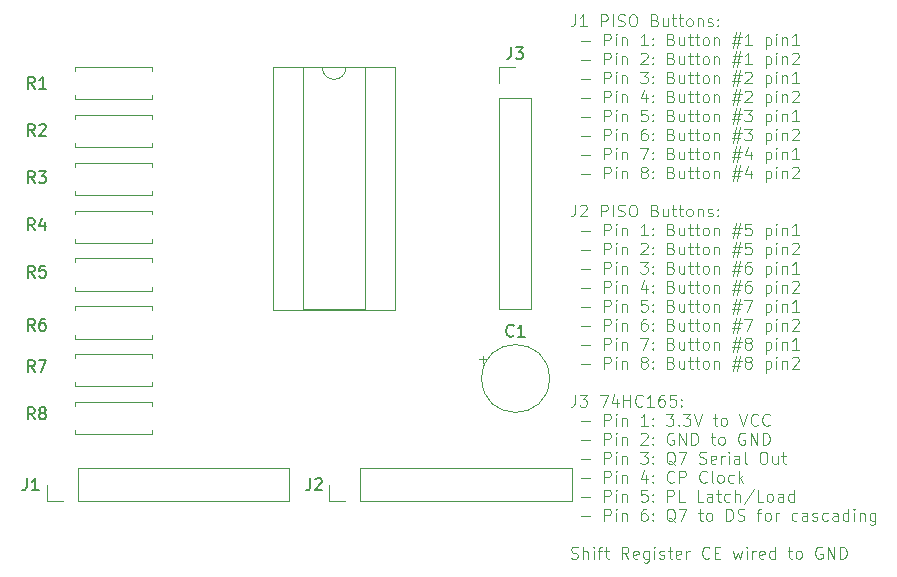
<source format=gbr>
%TF.GenerationSoftware,KiCad,Pcbnew,9.0.5*%
%TF.CreationDate,2025-10-04T13:36:39+01:00*%
%TF.ProjectId,piso,7069736f-2e6b-4696-9361-645f70636258,rev?*%
%TF.SameCoordinates,Original*%
%TF.FileFunction,Legend,Top*%
%TF.FilePolarity,Positive*%
%FSLAX46Y46*%
G04 Gerber Fmt 4.6, Leading zero omitted, Abs format (unit mm)*
G04 Created by KiCad (PCBNEW 9.0.5) date 2025-10-04 13:36:39*
%MOMM*%
%LPD*%
G01*
G04 APERTURE LIST*
%ADD10C,0.100000*%
%ADD11C,0.150000*%
%ADD12C,0.120000*%
G04 APERTURE END LIST*
D10*
X177089598Y-54184043D02*
X177089598Y-54898328D01*
X177089598Y-54898328D02*
X177041979Y-55041185D01*
X177041979Y-55041185D02*
X176946741Y-55136424D01*
X176946741Y-55136424D02*
X176803884Y-55184043D01*
X176803884Y-55184043D02*
X176708646Y-55184043D01*
X178089598Y-55184043D02*
X177518170Y-55184043D01*
X177803884Y-55184043D02*
X177803884Y-54184043D01*
X177803884Y-54184043D02*
X177708646Y-54326900D01*
X177708646Y-54326900D02*
X177613408Y-54422138D01*
X177613408Y-54422138D02*
X177518170Y-54469757D01*
X179280075Y-55184043D02*
X179280075Y-54184043D01*
X179280075Y-54184043D02*
X179661027Y-54184043D01*
X179661027Y-54184043D02*
X179756265Y-54231662D01*
X179756265Y-54231662D02*
X179803884Y-54279281D01*
X179803884Y-54279281D02*
X179851503Y-54374519D01*
X179851503Y-54374519D02*
X179851503Y-54517376D01*
X179851503Y-54517376D02*
X179803884Y-54612614D01*
X179803884Y-54612614D02*
X179756265Y-54660233D01*
X179756265Y-54660233D02*
X179661027Y-54707852D01*
X179661027Y-54707852D02*
X179280075Y-54707852D01*
X180280075Y-55184043D02*
X180280075Y-54184043D01*
X180708646Y-55136424D02*
X180851503Y-55184043D01*
X180851503Y-55184043D02*
X181089598Y-55184043D01*
X181089598Y-55184043D02*
X181184836Y-55136424D01*
X181184836Y-55136424D02*
X181232455Y-55088804D01*
X181232455Y-55088804D02*
X181280074Y-54993566D01*
X181280074Y-54993566D02*
X181280074Y-54898328D01*
X181280074Y-54898328D02*
X181232455Y-54803090D01*
X181232455Y-54803090D02*
X181184836Y-54755471D01*
X181184836Y-54755471D02*
X181089598Y-54707852D01*
X181089598Y-54707852D02*
X180899122Y-54660233D01*
X180899122Y-54660233D02*
X180803884Y-54612614D01*
X180803884Y-54612614D02*
X180756265Y-54564995D01*
X180756265Y-54564995D02*
X180708646Y-54469757D01*
X180708646Y-54469757D02*
X180708646Y-54374519D01*
X180708646Y-54374519D02*
X180756265Y-54279281D01*
X180756265Y-54279281D02*
X180803884Y-54231662D01*
X180803884Y-54231662D02*
X180899122Y-54184043D01*
X180899122Y-54184043D02*
X181137217Y-54184043D01*
X181137217Y-54184043D02*
X181280074Y-54231662D01*
X181899122Y-54184043D02*
X182089598Y-54184043D01*
X182089598Y-54184043D02*
X182184836Y-54231662D01*
X182184836Y-54231662D02*
X182280074Y-54326900D01*
X182280074Y-54326900D02*
X182327693Y-54517376D01*
X182327693Y-54517376D02*
X182327693Y-54850709D01*
X182327693Y-54850709D02*
X182280074Y-55041185D01*
X182280074Y-55041185D02*
X182184836Y-55136424D01*
X182184836Y-55136424D02*
X182089598Y-55184043D01*
X182089598Y-55184043D02*
X181899122Y-55184043D01*
X181899122Y-55184043D02*
X181803884Y-55136424D01*
X181803884Y-55136424D02*
X181708646Y-55041185D01*
X181708646Y-55041185D02*
X181661027Y-54850709D01*
X181661027Y-54850709D02*
X181661027Y-54517376D01*
X181661027Y-54517376D02*
X181708646Y-54326900D01*
X181708646Y-54326900D02*
X181803884Y-54231662D01*
X181803884Y-54231662D02*
X181899122Y-54184043D01*
X183851503Y-54660233D02*
X183994360Y-54707852D01*
X183994360Y-54707852D02*
X184041979Y-54755471D01*
X184041979Y-54755471D02*
X184089598Y-54850709D01*
X184089598Y-54850709D02*
X184089598Y-54993566D01*
X184089598Y-54993566D02*
X184041979Y-55088804D01*
X184041979Y-55088804D02*
X183994360Y-55136424D01*
X183994360Y-55136424D02*
X183899122Y-55184043D01*
X183899122Y-55184043D02*
X183518170Y-55184043D01*
X183518170Y-55184043D02*
X183518170Y-54184043D01*
X183518170Y-54184043D02*
X183851503Y-54184043D01*
X183851503Y-54184043D02*
X183946741Y-54231662D01*
X183946741Y-54231662D02*
X183994360Y-54279281D01*
X183994360Y-54279281D02*
X184041979Y-54374519D01*
X184041979Y-54374519D02*
X184041979Y-54469757D01*
X184041979Y-54469757D02*
X183994360Y-54564995D01*
X183994360Y-54564995D02*
X183946741Y-54612614D01*
X183946741Y-54612614D02*
X183851503Y-54660233D01*
X183851503Y-54660233D02*
X183518170Y-54660233D01*
X184946741Y-54517376D02*
X184946741Y-55184043D01*
X184518170Y-54517376D02*
X184518170Y-55041185D01*
X184518170Y-55041185D02*
X184565789Y-55136424D01*
X184565789Y-55136424D02*
X184661027Y-55184043D01*
X184661027Y-55184043D02*
X184803884Y-55184043D01*
X184803884Y-55184043D02*
X184899122Y-55136424D01*
X184899122Y-55136424D02*
X184946741Y-55088804D01*
X185280075Y-54517376D02*
X185661027Y-54517376D01*
X185422932Y-54184043D02*
X185422932Y-55041185D01*
X185422932Y-55041185D02*
X185470551Y-55136424D01*
X185470551Y-55136424D02*
X185565789Y-55184043D01*
X185565789Y-55184043D02*
X185661027Y-55184043D01*
X185851504Y-54517376D02*
X186232456Y-54517376D01*
X185994361Y-54184043D02*
X185994361Y-55041185D01*
X185994361Y-55041185D02*
X186041980Y-55136424D01*
X186041980Y-55136424D02*
X186137218Y-55184043D01*
X186137218Y-55184043D02*
X186232456Y-55184043D01*
X186708647Y-55184043D02*
X186613409Y-55136424D01*
X186613409Y-55136424D02*
X186565790Y-55088804D01*
X186565790Y-55088804D02*
X186518171Y-54993566D01*
X186518171Y-54993566D02*
X186518171Y-54707852D01*
X186518171Y-54707852D02*
X186565790Y-54612614D01*
X186565790Y-54612614D02*
X186613409Y-54564995D01*
X186613409Y-54564995D02*
X186708647Y-54517376D01*
X186708647Y-54517376D02*
X186851504Y-54517376D01*
X186851504Y-54517376D02*
X186946742Y-54564995D01*
X186946742Y-54564995D02*
X186994361Y-54612614D01*
X186994361Y-54612614D02*
X187041980Y-54707852D01*
X187041980Y-54707852D02*
X187041980Y-54993566D01*
X187041980Y-54993566D02*
X186994361Y-55088804D01*
X186994361Y-55088804D02*
X186946742Y-55136424D01*
X186946742Y-55136424D02*
X186851504Y-55184043D01*
X186851504Y-55184043D02*
X186708647Y-55184043D01*
X187470552Y-54517376D02*
X187470552Y-55184043D01*
X187470552Y-54612614D02*
X187518171Y-54564995D01*
X187518171Y-54564995D02*
X187613409Y-54517376D01*
X187613409Y-54517376D02*
X187756266Y-54517376D01*
X187756266Y-54517376D02*
X187851504Y-54564995D01*
X187851504Y-54564995D02*
X187899123Y-54660233D01*
X187899123Y-54660233D02*
X187899123Y-55184043D01*
X188327695Y-55136424D02*
X188422933Y-55184043D01*
X188422933Y-55184043D02*
X188613409Y-55184043D01*
X188613409Y-55184043D02*
X188708647Y-55136424D01*
X188708647Y-55136424D02*
X188756266Y-55041185D01*
X188756266Y-55041185D02*
X188756266Y-54993566D01*
X188756266Y-54993566D02*
X188708647Y-54898328D01*
X188708647Y-54898328D02*
X188613409Y-54850709D01*
X188613409Y-54850709D02*
X188470552Y-54850709D01*
X188470552Y-54850709D02*
X188375314Y-54803090D01*
X188375314Y-54803090D02*
X188327695Y-54707852D01*
X188327695Y-54707852D02*
X188327695Y-54660233D01*
X188327695Y-54660233D02*
X188375314Y-54564995D01*
X188375314Y-54564995D02*
X188470552Y-54517376D01*
X188470552Y-54517376D02*
X188613409Y-54517376D01*
X188613409Y-54517376D02*
X188708647Y-54564995D01*
X189184838Y-55088804D02*
X189232457Y-55136424D01*
X189232457Y-55136424D02*
X189184838Y-55184043D01*
X189184838Y-55184043D02*
X189137219Y-55136424D01*
X189137219Y-55136424D02*
X189184838Y-55088804D01*
X189184838Y-55088804D02*
X189184838Y-55184043D01*
X189184838Y-54564995D02*
X189232457Y-54612614D01*
X189232457Y-54612614D02*
X189184838Y-54660233D01*
X189184838Y-54660233D02*
X189137219Y-54612614D01*
X189137219Y-54612614D02*
X189184838Y-54564995D01*
X189184838Y-54564995D02*
X189184838Y-54660233D01*
X177565789Y-56413034D02*
X178327694Y-56413034D01*
X179565789Y-56793987D02*
X179565789Y-55793987D01*
X179565789Y-55793987D02*
X179946741Y-55793987D01*
X179946741Y-55793987D02*
X180041979Y-55841606D01*
X180041979Y-55841606D02*
X180089598Y-55889225D01*
X180089598Y-55889225D02*
X180137217Y-55984463D01*
X180137217Y-55984463D02*
X180137217Y-56127320D01*
X180137217Y-56127320D02*
X180089598Y-56222558D01*
X180089598Y-56222558D02*
X180041979Y-56270177D01*
X180041979Y-56270177D02*
X179946741Y-56317796D01*
X179946741Y-56317796D02*
X179565789Y-56317796D01*
X180565789Y-56793987D02*
X180565789Y-56127320D01*
X180565789Y-55793987D02*
X180518170Y-55841606D01*
X180518170Y-55841606D02*
X180565789Y-55889225D01*
X180565789Y-55889225D02*
X180613408Y-55841606D01*
X180613408Y-55841606D02*
X180565789Y-55793987D01*
X180565789Y-55793987D02*
X180565789Y-55889225D01*
X181041979Y-56127320D02*
X181041979Y-56793987D01*
X181041979Y-56222558D02*
X181089598Y-56174939D01*
X181089598Y-56174939D02*
X181184836Y-56127320D01*
X181184836Y-56127320D02*
X181327693Y-56127320D01*
X181327693Y-56127320D02*
X181422931Y-56174939D01*
X181422931Y-56174939D02*
X181470550Y-56270177D01*
X181470550Y-56270177D02*
X181470550Y-56793987D01*
X183232455Y-56793987D02*
X182661027Y-56793987D01*
X182946741Y-56793987D02*
X182946741Y-55793987D01*
X182946741Y-55793987D02*
X182851503Y-55936844D01*
X182851503Y-55936844D02*
X182756265Y-56032082D01*
X182756265Y-56032082D02*
X182661027Y-56079701D01*
X183661027Y-56698748D02*
X183708646Y-56746368D01*
X183708646Y-56746368D02*
X183661027Y-56793987D01*
X183661027Y-56793987D02*
X183613408Y-56746368D01*
X183613408Y-56746368D02*
X183661027Y-56698748D01*
X183661027Y-56698748D02*
X183661027Y-56793987D01*
X183661027Y-56174939D02*
X183708646Y-56222558D01*
X183708646Y-56222558D02*
X183661027Y-56270177D01*
X183661027Y-56270177D02*
X183613408Y-56222558D01*
X183613408Y-56222558D02*
X183661027Y-56174939D01*
X183661027Y-56174939D02*
X183661027Y-56270177D01*
X185232455Y-56270177D02*
X185375312Y-56317796D01*
X185375312Y-56317796D02*
X185422931Y-56365415D01*
X185422931Y-56365415D02*
X185470550Y-56460653D01*
X185470550Y-56460653D02*
X185470550Y-56603510D01*
X185470550Y-56603510D02*
X185422931Y-56698748D01*
X185422931Y-56698748D02*
X185375312Y-56746368D01*
X185375312Y-56746368D02*
X185280074Y-56793987D01*
X185280074Y-56793987D02*
X184899122Y-56793987D01*
X184899122Y-56793987D02*
X184899122Y-55793987D01*
X184899122Y-55793987D02*
X185232455Y-55793987D01*
X185232455Y-55793987D02*
X185327693Y-55841606D01*
X185327693Y-55841606D02*
X185375312Y-55889225D01*
X185375312Y-55889225D02*
X185422931Y-55984463D01*
X185422931Y-55984463D02*
X185422931Y-56079701D01*
X185422931Y-56079701D02*
X185375312Y-56174939D01*
X185375312Y-56174939D02*
X185327693Y-56222558D01*
X185327693Y-56222558D02*
X185232455Y-56270177D01*
X185232455Y-56270177D02*
X184899122Y-56270177D01*
X186327693Y-56127320D02*
X186327693Y-56793987D01*
X185899122Y-56127320D02*
X185899122Y-56651129D01*
X185899122Y-56651129D02*
X185946741Y-56746368D01*
X185946741Y-56746368D02*
X186041979Y-56793987D01*
X186041979Y-56793987D02*
X186184836Y-56793987D01*
X186184836Y-56793987D02*
X186280074Y-56746368D01*
X186280074Y-56746368D02*
X186327693Y-56698748D01*
X186661027Y-56127320D02*
X187041979Y-56127320D01*
X186803884Y-55793987D02*
X186803884Y-56651129D01*
X186803884Y-56651129D02*
X186851503Y-56746368D01*
X186851503Y-56746368D02*
X186946741Y-56793987D01*
X186946741Y-56793987D02*
X187041979Y-56793987D01*
X187232456Y-56127320D02*
X187613408Y-56127320D01*
X187375313Y-55793987D02*
X187375313Y-56651129D01*
X187375313Y-56651129D02*
X187422932Y-56746368D01*
X187422932Y-56746368D02*
X187518170Y-56793987D01*
X187518170Y-56793987D02*
X187613408Y-56793987D01*
X188089599Y-56793987D02*
X187994361Y-56746368D01*
X187994361Y-56746368D02*
X187946742Y-56698748D01*
X187946742Y-56698748D02*
X187899123Y-56603510D01*
X187899123Y-56603510D02*
X187899123Y-56317796D01*
X187899123Y-56317796D02*
X187946742Y-56222558D01*
X187946742Y-56222558D02*
X187994361Y-56174939D01*
X187994361Y-56174939D02*
X188089599Y-56127320D01*
X188089599Y-56127320D02*
X188232456Y-56127320D01*
X188232456Y-56127320D02*
X188327694Y-56174939D01*
X188327694Y-56174939D02*
X188375313Y-56222558D01*
X188375313Y-56222558D02*
X188422932Y-56317796D01*
X188422932Y-56317796D02*
X188422932Y-56603510D01*
X188422932Y-56603510D02*
X188375313Y-56698748D01*
X188375313Y-56698748D02*
X188327694Y-56746368D01*
X188327694Y-56746368D02*
X188232456Y-56793987D01*
X188232456Y-56793987D02*
X188089599Y-56793987D01*
X188851504Y-56127320D02*
X188851504Y-56793987D01*
X188851504Y-56222558D02*
X188899123Y-56174939D01*
X188899123Y-56174939D02*
X188994361Y-56127320D01*
X188994361Y-56127320D02*
X189137218Y-56127320D01*
X189137218Y-56127320D02*
X189232456Y-56174939D01*
X189232456Y-56174939D02*
X189280075Y-56270177D01*
X189280075Y-56270177D02*
X189280075Y-56793987D01*
X190470552Y-56127320D02*
X191184837Y-56127320D01*
X190756266Y-55698748D02*
X190470552Y-56984463D01*
X191089599Y-56555891D02*
X190375314Y-56555891D01*
X190803885Y-56984463D02*
X191089599Y-55698748D01*
X192041980Y-56793987D02*
X191470552Y-56793987D01*
X191756266Y-56793987D02*
X191756266Y-55793987D01*
X191756266Y-55793987D02*
X191661028Y-55936844D01*
X191661028Y-55936844D02*
X191565790Y-56032082D01*
X191565790Y-56032082D02*
X191470552Y-56079701D01*
X193232457Y-56127320D02*
X193232457Y-57127320D01*
X193232457Y-56174939D02*
X193327695Y-56127320D01*
X193327695Y-56127320D02*
X193518171Y-56127320D01*
X193518171Y-56127320D02*
X193613409Y-56174939D01*
X193613409Y-56174939D02*
X193661028Y-56222558D01*
X193661028Y-56222558D02*
X193708647Y-56317796D01*
X193708647Y-56317796D02*
X193708647Y-56603510D01*
X193708647Y-56603510D02*
X193661028Y-56698748D01*
X193661028Y-56698748D02*
X193613409Y-56746368D01*
X193613409Y-56746368D02*
X193518171Y-56793987D01*
X193518171Y-56793987D02*
X193327695Y-56793987D01*
X193327695Y-56793987D02*
X193232457Y-56746368D01*
X194137219Y-56793987D02*
X194137219Y-56127320D01*
X194137219Y-55793987D02*
X194089600Y-55841606D01*
X194089600Y-55841606D02*
X194137219Y-55889225D01*
X194137219Y-55889225D02*
X194184838Y-55841606D01*
X194184838Y-55841606D02*
X194137219Y-55793987D01*
X194137219Y-55793987D02*
X194137219Y-55889225D01*
X194613409Y-56127320D02*
X194613409Y-56793987D01*
X194613409Y-56222558D02*
X194661028Y-56174939D01*
X194661028Y-56174939D02*
X194756266Y-56127320D01*
X194756266Y-56127320D02*
X194899123Y-56127320D01*
X194899123Y-56127320D02*
X194994361Y-56174939D01*
X194994361Y-56174939D02*
X195041980Y-56270177D01*
X195041980Y-56270177D02*
X195041980Y-56793987D01*
X196041980Y-56793987D02*
X195470552Y-56793987D01*
X195756266Y-56793987D02*
X195756266Y-55793987D01*
X195756266Y-55793987D02*
X195661028Y-55936844D01*
X195661028Y-55936844D02*
X195565790Y-56032082D01*
X195565790Y-56032082D02*
X195470552Y-56079701D01*
X177565789Y-58022978D02*
X178327694Y-58022978D01*
X179565789Y-58403931D02*
X179565789Y-57403931D01*
X179565789Y-57403931D02*
X179946741Y-57403931D01*
X179946741Y-57403931D02*
X180041979Y-57451550D01*
X180041979Y-57451550D02*
X180089598Y-57499169D01*
X180089598Y-57499169D02*
X180137217Y-57594407D01*
X180137217Y-57594407D02*
X180137217Y-57737264D01*
X180137217Y-57737264D02*
X180089598Y-57832502D01*
X180089598Y-57832502D02*
X180041979Y-57880121D01*
X180041979Y-57880121D02*
X179946741Y-57927740D01*
X179946741Y-57927740D02*
X179565789Y-57927740D01*
X180565789Y-58403931D02*
X180565789Y-57737264D01*
X180565789Y-57403931D02*
X180518170Y-57451550D01*
X180518170Y-57451550D02*
X180565789Y-57499169D01*
X180565789Y-57499169D02*
X180613408Y-57451550D01*
X180613408Y-57451550D02*
X180565789Y-57403931D01*
X180565789Y-57403931D02*
X180565789Y-57499169D01*
X181041979Y-57737264D02*
X181041979Y-58403931D01*
X181041979Y-57832502D02*
X181089598Y-57784883D01*
X181089598Y-57784883D02*
X181184836Y-57737264D01*
X181184836Y-57737264D02*
X181327693Y-57737264D01*
X181327693Y-57737264D02*
X181422931Y-57784883D01*
X181422931Y-57784883D02*
X181470550Y-57880121D01*
X181470550Y-57880121D02*
X181470550Y-58403931D01*
X182661027Y-57499169D02*
X182708646Y-57451550D01*
X182708646Y-57451550D02*
X182803884Y-57403931D01*
X182803884Y-57403931D02*
X183041979Y-57403931D01*
X183041979Y-57403931D02*
X183137217Y-57451550D01*
X183137217Y-57451550D02*
X183184836Y-57499169D01*
X183184836Y-57499169D02*
X183232455Y-57594407D01*
X183232455Y-57594407D02*
X183232455Y-57689645D01*
X183232455Y-57689645D02*
X183184836Y-57832502D01*
X183184836Y-57832502D02*
X182613408Y-58403931D01*
X182613408Y-58403931D02*
X183232455Y-58403931D01*
X183661027Y-58308692D02*
X183708646Y-58356312D01*
X183708646Y-58356312D02*
X183661027Y-58403931D01*
X183661027Y-58403931D02*
X183613408Y-58356312D01*
X183613408Y-58356312D02*
X183661027Y-58308692D01*
X183661027Y-58308692D02*
X183661027Y-58403931D01*
X183661027Y-57784883D02*
X183708646Y-57832502D01*
X183708646Y-57832502D02*
X183661027Y-57880121D01*
X183661027Y-57880121D02*
X183613408Y-57832502D01*
X183613408Y-57832502D02*
X183661027Y-57784883D01*
X183661027Y-57784883D02*
X183661027Y-57880121D01*
X185232455Y-57880121D02*
X185375312Y-57927740D01*
X185375312Y-57927740D02*
X185422931Y-57975359D01*
X185422931Y-57975359D02*
X185470550Y-58070597D01*
X185470550Y-58070597D02*
X185470550Y-58213454D01*
X185470550Y-58213454D02*
X185422931Y-58308692D01*
X185422931Y-58308692D02*
X185375312Y-58356312D01*
X185375312Y-58356312D02*
X185280074Y-58403931D01*
X185280074Y-58403931D02*
X184899122Y-58403931D01*
X184899122Y-58403931D02*
X184899122Y-57403931D01*
X184899122Y-57403931D02*
X185232455Y-57403931D01*
X185232455Y-57403931D02*
X185327693Y-57451550D01*
X185327693Y-57451550D02*
X185375312Y-57499169D01*
X185375312Y-57499169D02*
X185422931Y-57594407D01*
X185422931Y-57594407D02*
X185422931Y-57689645D01*
X185422931Y-57689645D02*
X185375312Y-57784883D01*
X185375312Y-57784883D02*
X185327693Y-57832502D01*
X185327693Y-57832502D02*
X185232455Y-57880121D01*
X185232455Y-57880121D02*
X184899122Y-57880121D01*
X186327693Y-57737264D02*
X186327693Y-58403931D01*
X185899122Y-57737264D02*
X185899122Y-58261073D01*
X185899122Y-58261073D02*
X185946741Y-58356312D01*
X185946741Y-58356312D02*
X186041979Y-58403931D01*
X186041979Y-58403931D02*
X186184836Y-58403931D01*
X186184836Y-58403931D02*
X186280074Y-58356312D01*
X186280074Y-58356312D02*
X186327693Y-58308692D01*
X186661027Y-57737264D02*
X187041979Y-57737264D01*
X186803884Y-57403931D02*
X186803884Y-58261073D01*
X186803884Y-58261073D02*
X186851503Y-58356312D01*
X186851503Y-58356312D02*
X186946741Y-58403931D01*
X186946741Y-58403931D02*
X187041979Y-58403931D01*
X187232456Y-57737264D02*
X187613408Y-57737264D01*
X187375313Y-57403931D02*
X187375313Y-58261073D01*
X187375313Y-58261073D02*
X187422932Y-58356312D01*
X187422932Y-58356312D02*
X187518170Y-58403931D01*
X187518170Y-58403931D02*
X187613408Y-58403931D01*
X188089599Y-58403931D02*
X187994361Y-58356312D01*
X187994361Y-58356312D02*
X187946742Y-58308692D01*
X187946742Y-58308692D02*
X187899123Y-58213454D01*
X187899123Y-58213454D02*
X187899123Y-57927740D01*
X187899123Y-57927740D02*
X187946742Y-57832502D01*
X187946742Y-57832502D02*
X187994361Y-57784883D01*
X187994361Y-57784883D02*
X188089599Y-57737264D01*
X188089599Y-57737264D02*
X188232456Y-57737264D01*
X188232456Y-57737264D02*
X188327694Y-57784883D01*
X188327694Y-57784883D02*
X188375313Y-57832502D01*
X188375313Y-57832502D02*
X188422932Y-57927740D01*
X188422932Y-57927740D02*
X188422932Y-58213454D01*
X188422932Y-58213454D02*
X188375313Y-58308692D01*
X188375313Y-58308692D02*
X188327694Y-58356312D01*
X188327694Y-58356312D02*
X188232456Y-58403931D01*
X188232456Y-58403931D02*
X188089599Y-58403931D01*
X188851504Y-57737264D02*
X188851504Y-58403931D01*
X188851504Y-57832502D02*
X188899123Y-57784883D01*
X188899123Y-57784883D02*
X188994361Y-57737264D01*
X188994361Y-57737264D02*
X189137218Y-57737264D01*
X189137218Y-57737264D02*
X189232456Y-57784883D01*
X189232456Y-57784883D02*
X189280075Y-57880121D01*
X189280075Y-57880121D02*
X189280075Y-58403931D01*
X190470552Y-57737264D02*
X191184837Y-57737264D01*
X190756266Y-57308692D02*
X190470552Y-58594407D01*
X191089599Y-58165835D02*
X190375314Y-58165835D01*
X190803885Y-58594407D02*
X191089599Y-57308692D01*
X192041980Y-58403931D02*
X191470552Y-58403931D01*
X191756266Y-58403931D02*
X191756266Y-57403931D01*
X191756266Y-57403931D02*
X191661028Y-57546788D01*
X191661028Y-57546788D02*
X191565790Y-57642026D01*
X191565790Y-57642026D02*
X191470552Y-57689645D01*
X193232457Y-57737264D02*
X193232457Y-58737264D01*
X193232457Y-57784883D02*
X193327695Y-57737264D01*
X193327695Y-57737264D02*
X193518171Y-57737264D01*
X193518171Y-57737264D02*
X193613409Y-57784883D01*
X193613409Y-57784883D02*
X193661028Y-57832502D01*
X193661028Y-57832502D02*
X193708647Y-57927740D01*
X193708647Y-57927740D02*
X193708647Y-58213454D01*
X193708647Y-58213454D02*
X193661028Y-58308692D01*
X193661028Y-58308692D02*
X193613409Y-58356312D01*
X193613409Y-58356312D02*
X193518171Y-58403931D01*
X193518171Y-58403931D02*
X193327695Y-58403931D01*
X193327695Y-58403931D02*
X193232457Y-58356312D01*
X194137219Y-58403931D02*
X194137219Y-57737264D01*
X194137219Y-57403931D02*
X194089600Y-57451550D01*
X194089600Y-57451550D02*
X194137219Y-57499169D01*
X194137219Y-57499169D02*
X194184838Y-57451550D01*
X194184838Y-57451550D02*
X194137219Y-57403931D01*
X194137219Y-57403931D02*
X194137219Y-57499169D01*
X194613409Y-57737264D02*
X194613409Y-58403931D01*
X194613409Y-57832502D02*
X194661028Y-57784883D01*
X194661028Y-57784883D02*
X194756266Y-57737264D01*
X194756266Y-57737264D02*
X194899123Y-57737264D01*
X194899123Y-57737264D02*
X194994361Y-57784883D01*
X194994361Y-57784883D02*
X195041980Y-57880121D01*
X195041980Y-57880121D02*
X195041980Y-58403931D01*
X195470552Y-57499169D02*
X195518171Y-57451550D01*
X195518171Y-57451550D02*
X195613409Y-57403931D01*
X195613409Y-57403931D02*
X195851504Y-57403931D01*
X195851504Y-57403931D02*
X195946742Y-57451550D01*
X195946742Y-57451550D02*
X195994361Y-57499169D01*
X195994361Y-57499169D02*
X196041980Y-57594407D01*
X196041980Y-57594407D02*
X196041980Y-57689645D01*
X196041980Y-57689645D02*
X195994361Y-57832502D01*
X195994361Y-57832502D02*
X195422933Y-58403931D01*
X195422933Y-58403931D02*
X196041980Y-58403931D01*
X177565789Y-59632922D02*
X178327694Y-59632922D01*
X179565789Y-60013875D02*
X179565789Y-59013875D01*
X179565789Y-59013875D02*
X179946741Y-59013875D01*
X179946741Y-59013875D02*
X180041979Y-59061494D01*
X180041979Y-59061494D02*
X180089598Y-59109113D01*
X180089598Y-59109113D02*
X180137217Y-59204351D01*
X180137217Y-59204351D02*
X180137217Y-59347208D01*
X180137217Y-59347208D02*
X180089598Y-59442446D01*
X180089598Y-59442446D02*
X180041979Y-59490065D01*
X180041979Y-59490065D02*
X179946741Y-59537684D01*
X179946741Y-59537684D02*
X179565789Y-59537684D01*
X180565789Y-60013875D02*
X180565789Y-59347208D01*
X180565789Y-59013875D02*
X180518170Y-59061494D01*
X180518170Y-59061494D02*
X180565789Y-59109113D01*
X180565789Y-59109113D02*
X180613408Y-59061494D01*
X180613408Y-59061494D02*
X180565789Y-59013875D01*
X180565789Y-59013875D02*
X180565789Y-59109113D01*
X181041979Y-59347208D02*
X181041979Y-60013875D01*
X181041979Y-59442446D02*
X181089598Y-59394827D01*
X181089598Y-59394827D02*
X181184836Y-59347208D01*
X181184836Y-59347208D02*
X181327693Y-59347208D01*
X181327693Y-59347208D02*
X181422931Y-59394827D01*
X181422931Y-59394827D02*
X181470550Y-59490065D01*
X181470550Y-59490065D02*
X181470550Y-60013875D01*
X182613408Y-59013875D02*
X183232455Y-59013875D01*
X183232455Y-59013875D02*
X182899122Y-59394827D01*
X182899122Y-59394827D02*
X183041979Y-59394827D01*
X183041979Y-59394827D02*
X183137217Y-59442446D01*
X183137217Y-59442446D02*
X183184836Y-59490065D01*
X183184836Y-59490065D02*
X183232455Y-59585303D01*
X183232455Y-59585303D02*
X183232455Y-59823398D01*
X183232455Y-59823398D02*
X183184836Y-59918636D01*
X183184836Y-59918636D02*
X183137217Y-59966256D01*
X183137217Y-59966256D02*
X183041979Y-60013875D01*
X183041979Y-60013875D02*
X182756265Y-60013875D01*
X182756265Y-60013875D02*
X182661027Y-59966256D01*
X182661027Y-59966256D02*
X182613408Y-59918636D01*
X183661027Y-59918636D02*
X183708646Y-59966256D01*
X183708646Y-59966256D02*
X183661027Y-60013875D01*
X183661027Y-60013875D02*
X183613408Y-59966256D01*
X183613408Y-59966256D02*
X183661027Y-59918636D01*
X183661027Y-59918636D02*
X183661027Y-60013875D01*
X183661027Y-59394827D02*
X183708646Y-59442446D01*
X183708646Y-59442446D02*
X183661027Y-59490065D01*
X183661027Y-59490065D02*
X183613408Y-59442446D01*
X183613408Y-59442446D02*
X183661027Y-59394827D01*
X183661027Y-59394827D02*
X183661027Y-59490065D01*
X185232455Y-59490065D02*
X185375312Y-59537684D01*
X185375312Y-59537684D02*
X185422931Y-59585303D01*
X185422931Y-59585303D02*
X185470550Y-59680541D01*
X185470550Y-59680541D02*
X185470550Y-59823398D01*
X185470550Y-59823398D02*
X185422931Y-59918636D01*
X185422931Y-59918636D02*
X185375312Y-59966256D01*
X185375312Y-59966256D02*
X185280074Y-60013875D01*
X185280074Y-60013875D02*
X184899122Y-60013875D01*
X184899122Y-60013875D02*
X184899122Y-59013875D01*
X184899122Y-59013875D02*
X185232455Y-59013875D01*
X185232455Y-59013875D02*
X185327693Y-59061494D01*
X185327693Y-59061494D02*
X185375312Y-59109113D01*
X185375312Y-59109113D02*
X185422931Y-59204351D01*
X185422931Y-59204351D02*
X185422931Y-59299589D01*
X185422931Y-59299589D02*
X185375312Y-59394827D01*
X185375312Y-59394827D02*
X185327693Y-59442446D01*
X185327693Y-59442446D02*
X185232455Y-59490065D01*
X185232455Y-59490065D02*
X184899122Y-59490065D01*
X186327693Y-59347208D02*
X186327693Y-60013875D01*
X185899122Y-59347208D02*
X185899122Y-59871017D01*
X185899122Y-59871017D02*
X185946741Y-59966256D01*
X185946741Y-59966256D02*
X186041979Y-60013875D01*
X186041979Y-60013875D02*
X186184836Y-60013875D01*
X186184836Y-60013875D02*
X186280074Y-59966256D01*
X186280074Y-59966256D02*
X186327693Y-59918636D01*
X186661027Y-59347208D02*
X187041979Y-59347208D01*
X186803884Y-59013875D02*
X186803884Y-59871017D01*
X186803884Y-59871017D02*
X186851503Y-59966256D01*
X186851503Y-59966256D02*
X186946741Y-60013875D01*
X186946741Y-60013875D02*
X187041979Y-60013875D01*
X187232456Y-59347208D02*
X187613408Y-59347208D01*
X187375313Y-59013875D02*
X187375313Y-59871017D01*
X187375313Y-59871017D02*
X187422932Y-59966256D01*
X187422932Y-59966256D02*
X187518170Y-60013875D01*
X187518170Y-60013875D02*
X187613408Y-60013875D01*
X188089599Y-60013875D02*
X187994361Y-59966256D01*
X187994361Y-59966256D02*
X187946742Y-59918636D01*
X187946742Y-59918636D02*
X187899123Y-59823398D01*
X187899123Y-59823398D02*
X187899123Y-59537684D01*
X187899123Y-59537684D02*
X187946742Y-59442446D01*
X187946742Y-59442446D02*
X187994361Y-59394827D01*
X187994361Y-59394827D02*
X188089599Y-59347208D01*
X188089599Y-59347208D02*
X188232456Y-59347208D01*
X188232456Y-59347208D02*
X188327694Y-59394827D01*
X188327694Y-59394827D02*
X188375313Y-59442446D01*
X188375313Y-59442446D02*
X188422932Y-59537684D01*
X188422932Y-59537684D02*
X188422932Y-59823398D01*
X188422932Y-59823398D02*
X188375313Y-59918636D01*
X188375313Y-59918636D02*
X188327694Y-59966256D01*
X188327694Y-59966256D02*
X188232456Y-60013875D01*
X188232456Y-60013875D02*
X188089599Y-60013875D01*
X188851504Y-59347208D02*
X188851504Y-60013875D01*
X188851504Y-59442446D02*
X188899123Y-59394827D01*
X188899123Y-59394827D02*
X188994361Y-59347208D01*
X188994361Y-59347208D02*
X189137218Y-59347208D01*
X189137218Y-59347208D02*
X189232456Y-59394827D01*
X189232456Y-59394827D02*
X189280075Y-59490065D01*
X189280075Y-59490065D02*
X189280075Y-60013875D01*
X190470552Y-59347208D02*
X191184837Y-59347208D01*
X190756266Y-58918636D02*
X190470552Y-60204351D01*
X191089599Y-59775779D02*
X190375314Y-59775779D01*
X190803885Y-60204351D02*
X191089599Y-58918636D01*
X191470552Y-59109113D02*
X191518171Y-59061494D01*
X191518171Y-59061494D02*
X191613409Y-59013875D01*
X191613409Y-59013875D02*
X191851504Y-59013875D01*
X191851504Y-59013875D02*
X191946742Y-59061494D01*
X191946742Y-59061494D02*
X191994361Y-59109113D01*
X191994361Y-59109113D02*
X192041980Y-59204351D01*
X192041980Y-59204351D02*
X192041980Y-59299589D01*
X192041980Y-59299589D02*
X191994361Y-59442446D01*
X191994361Y-59442446D02*
X191422933Y-60013875D01*
X191422933Y-60013875D02*
X192041980Y-60013875D01*
X193232457Y-59347208D02*
X193232457Y-60347208D01*
X193232457Y-59394827D02*
X193327695Y-59347208D01*
X193327695Y-59347208D02*
X193518171Y-59347208D01*
X193518171Y-59347208D02*
X193613409Y-59394827D01*
X193613409Y-59394827D02*
X193661028Y-59442446D01*
X193661028Y-59442446D02*
X193708647Y-59537684D01*
X193708647Y-59537684D02*
X193708647Y-59823398D01*
X193708647Y-59823398D02*
X193661028Y-59918636D01*
X193661028Y-59918636D02*
X193613409Y-59966256D01*
X193613409Y-59966256D02*
X193518171Y-60013875D01*
X193518171Y-60013875D02*
X193327695Y-60013875D01*
X193327695Y-60013875D02*
X193232457Y-59966256D01*
X194137219Y-60013875D02*
X194137219Y-59347208D01*
X194137219Y-59013875D02*
X194089600Y-59061494D01*
X194089600Y-59061494D02*
X194137219Y-59109113D01*
X194137219Y-59109113D02*
X194184838Y-59061494D01*
X194184838Y-59061494D02*
X194137219Y-59013875D01*
X194137219Y-59013875D02*
X194137219Y-59109113D01*
X194613409Y-59347208D02*
X194613409Y-60013875D01*
X194613409Y-59442446D02*
X194661028Y-59394827D01*
X194661028Y-59394827D02*
X194756266Y-59347208D01*
X194756266Y-59347208D02*
X194899123Y-59347208D01*
X194899123Y-59347208D02*
X194994361Y-59394827D01*
X194994361Y-59394827D02*
X195041980Y-59490065D01*
X195041980Y-59490065D02*
X195041980Y-60013875D01*
X196041980Y-60013875D02*
X195470552Y-60013875D01*
X195756266Y-60013875D02*
X195756266Y-59013875D01*
X195756266Y-59013875D02*
X195661028Y-59156732D01*
X195661028Y-59156732D02*
X195565790Y-59251970D01*
X195565790Y-59251970D02*
X195470552Y-59299589D01*
X177565789Y-61242866D02*
X178327694Y-61242866D01*
X179565789Y-61623819D02*
X179565789Y-60623819D01*
X179565789Y-60623819D02*
X179946741Y-60623819D01*
X179946741Y-60623819D02*
X180041979Y-60671438D01*
X180041979Y-60671438D02*
X180089598Y-60719057D01*
X180089598Y-60719057D02*
X180137217Y-60814295D01*
X180137217Y-60814295D02*
X180137217Y-60957152D01*
X180137217Y-60957152D02*
X180089598Y-61052390D01*
X180089598Y-61052390D02*
X180041979Y-61100009D01*
X180041979Y-61100009D02*
X179946741Y-61147628D01*
X179946741Y-61147628D02*
X179565789Y-61147628D01*
X180565789Y-61623819D02*
X180565789Y-60957152D01*
X180565789Y-60623819D02*
X180518170Y-60671438D01*
X180518170Y-60671438D02*
X180565789Y-60719057D01*
X180565789Y-60719057D02*
X180613408Y-60671438D01*
X180613408Y-60671438D02*
X180565789Y-60623819D01*
X180565789Y-60623819D02*
X180565789Y-60719057D01*
X181041979Y-60957152D02*
X181041979Y-61623819D01*
X181041979Y-61052390D02*
X181089598Y-61004771D01*
X181089598Y-61004771D02*
X181184836Y-60957152D01*
X181184836Y-60957152D02*
X181327693Y-60957152D01*
X181327693Y-60957152D02*
X181422931Y-61004771D01*
X181422931Y-61004771D02*
X181470550Y-61100009D01*
X181470550Y-61100009D02*
X181470550Y-61623819D01*
X183137217Y-60957152D02*
X183137217Y-61623819D01*
X182899122Y-60576200D02*
X182661027Y-61290485D01*
X182661027Y-61290485D02*
X183280074Y-61290485D01*
X183661027Y-61528580D02*
X183708646Y-61576200D01*
X183708646Y-61576200D02*
X183661027Y-61623819D01*
X183661027Y-61623819D02*
X183613408Y-61576200D01*
X183613408Y-61576200D02*
X183661027Y-61528580D01*
X183661027Y-61528580D02*
X183661027Y-61623819D01*
X183661027Y-61004771D02*
X183708646Y-61052390D01*
X183708646Y-61052390D02*
X183661027Y-61100009D01*
X183661027Y-61100009D02*
X183613408Y-61052390D01*
X183613408Y-61052390D02*
X183661027Y-61004771D01*
X183661027Y-61004771D02*
X183661027Y-61100009D01*
X185232455Y-61100009D02*
X185375312Y-61147628D01*
X185375312Y-61147628D02*
X185422931Y-61195247D01*
X185422931Y-61195247D02*
X185470550Y-61290485D01*
X185470550Y-61290485D02*
X185470550Y-61433342D01*
X185470550Y-61433342D02*
X185422931Y-61528580D01*
X185422931Y-61528580D02*
X185375312Y-61576200D01*
X185375312Y-61576200D02*
X185280074Y-61623819D01*
X185280074Y-61623819D02*
X184899122Y-61623819D01*
X184899122Y-61623819D02*
X184899122Y-60623819D01*
X184899122Y-60623819D02*
X185232455Y-60623819D01*
X185232455Y-60623819D02*
X185327693Y-60671438D01*
X185327693Y-60671438D02*
X185375312Y-60719057D01*
X185375312Y-60719057D02*
X185422931Y-60814295D01*
X185422931Y-60814295D02*
X185422931Y-60909533D01*
X185422931Y-60909533D02*
X185375312Y-61004771D01*
X185375312Y-61004771D02*
X185327693Y-61052390D01*
X185327693Y-61052390D02*
X185232455Y-61100009D01*
X185232455Y-61100009D02*
X184899122Y-61100009D01*
X186327693Y-60957152D02*
X186327693Y-61623819D01*
X185899122Y-60957152D02*
X185899122Y-61480961D01*
X185899122Y-61480961D02*
X185946741Y-61576200D01*
X185946741Y-61576200D02*
X186041979Y-61623819D01*
X186041979Y-61623819D02*
X186184836Y-61623819D01*
X186184836Y-61623819D02*
X186280074Y-61576200D01*
X186280074Y-61576200D02*
X186327693Y-61528580D01*
X186661027Y-60957152D02*
X187041979Y-60957152D01*
X186803884Y-60623819D02*
X186803884Y-61480961D01*
X186803884Y-61480961D02*
X186851503Y-61576200D01*
X186851503Y-61576200D02*
X186946741Y-61623819D01*
X186946741Y-61623819D02*
X187041979Y-61623819D01*
X187232456Y-60957152D02*
X187613408Y-60957152D01*
X187375313Y-60623819D02*
X187375313Y-61480961D01*
X187375313Y-61480961D02*
X187422932Y-61576200D01*
X187422932Y-61576200D02*
X187518170Y-61623819D01*
X187518170Y-61623819D02*
X187613408Y-61623819D01*
X188089599Y-61623819D02*
X187994361Y-61576200D01*
X187994361Y-61576200D02*
X187946742Y-61528580D01*
X187946742Y-61528580D02*
X187899123Y-61433342D01*
X187899123Y-61433342D02*
X187899123Y-61147628D01*
X187899123Y-61147628D02*
X187946742Y-61052390D01*
X187946742Y-61052390D02*
X187994361Y-61004771D01*
X187994361Y-61004771D02*
X188089599Y-60957152D01*
X188089599Y-60957152D02*
X188232456Y-60957152D01*
X188232456Y-60957152D02*
X188327694Y-61004771D01*
X188327694Y-61004771D02*
X188375313Y-61052390D01*
X188375313Y-61052390D02*
X188422932Y-61147628D01*
X188422932Y-61147628D02*
X188422932Y-61433342D01*
X188422932Y-61433342D02*
X188375313Y-61528580D01*
X188375313Y-61528580D02*
X188327694Y-61576200D01*
X188327694Y-61576200D02*
X188232456Y-61623819D01*
X188232456Y-61623819D02*
X188089599Y-61623819D01*
X188851504Y-60957152D02*
X188851504Y-61623819D01*
X188851504Y-61052390D02*
X188899123Y-61004771D01*
X188899123Y-61004771D02*
X188994361Y-60957152D01*
X188994361Y-60957152D02*
X189137218Y-60957152D01*
X189137218Y-60957152D02*
X189232456Y-61004771D01*
X189232456Y-61004771D02*
X189280075Y-61100009D01*
X189280075Y-61100009D02*
X189280075Y-61623819D01*
X190470552Y-60957152D02*
X191184837Y-60957152D01*
X190756266Y-60528580D02*
X190470552Y-61814295D01*
X191089599Y-61385723D02*
X190375314Y-61385723D01*
X190803885Y-61814295D02*
X191089599Y-60528580D01*
X191470552Y-60719057D02*
X191518171Y-60671438D01*
X191518171Y-60671438D02*
X191613409Y-60623819D01*
X191613409Y-60623819D02*
X191851504Y-60623819D01*
X191851504Y-60623819D02*
X191946742Y-60671438D01*
X191946742Y-60671438D02*
X191994361Y-60719057D01*
X191994361Y-60719057D02*
X192041980Y-60814295D01*
X192041980Y-60814295D02*
X192041980Y-60909533D01*
X192041980Y-60909533D02*
X191994361Y-61052390D01*
X191994361Y-61052390D02*
X191422933Y-61623819D01*
X191422933Y-61623819D02*
X192041980Y-61623819D01*
X193232457Y-60957152D02*
X193232457Y-61957152D01*
X193232457Y-61004771D02*
X193327695Y-60957152D01*
X193327695Y-60957152D02*
X193518171Y-60957152D01*
X193518171Y-60957152D02*
X193613409Y-61004771D01*
X193613409Y-61004771D02*
X193661028Y-61052390D01*
X193661028Y-61052390D02*
X193708647Y-61147628D01*
X193708647Y-61147628D02*
X193708647Y-61433342D01*
X193708647Y-61433342D02*
X193661028Y-61528580D01*
X193661028Y-61528580D02*
X193613409Y-61576200D01*
X193613409Y-61576200D02*
X193518171Y-61623819D01*
X193518171Y-61623819D02*
X193327695Y-61623819D01*
X193327695Y-61623819D02*
X193232457Y-61576200D01*
X194137219Y-61623819D02*
X194137219Y-60957152D01*
X194137219Y-60623819D02*
X194089600Y-60671438D01*
X194089600Y-60671438D02*
X194137219Y-60719057D01*
X194137219Y-60719057D02*
X194184838Y-60671438D01*
X194184838Y-60671438D02*
X194137219Y-60623819D01*
X194137219Y-60623819D02*
X194137219Y-60719057D01*
X194613409Y-60957152D02*
X194613409Y-61623819D01*
X194613409Y-61052390D02*
X194661028Y-61004771D01*
X194661028Y-61004771D02*
X194756266Y-60957152D01*
X194756266Y-60957152D02*
X194899123Y-60957152D01*
X194899123Y-60957152D02*
X194994361Y-61004771D01*
X194994361Y-61004771D02*
X195041980Y-61100009D01*
X195041980Y-61100009D02*
X195041980Y-61623819D01*
X195470552Y-60719057D02*
X195518171Y-60671438D01*
X195518171Y-60671438D02*
X195613409Y-60623819D01*
X195613409Y-60623819D02*
X195851504Y-60623819D01*
X195851504Y-60623819D02*
X195946742Y-60671438D01*
X195946742Y-60671438D02*
X195994361Y-60719057D01*
X195994361Y-60719057D02*
X196041980Y-60814295D01*
X196041980Y-60814295D02*
X196041980Y-60909533D01*
X196041980Y-60909533D02*
X195994361Y-61052390D01*
X195994361Y-61052390D02*
X195422933Y-61623819D01*
X195422933Y-61623819D02*
X196041980Y-61623819D01*
X177565789Y-62852810D02*
X178327694Y-62852810D01*
X179565789Y-63233763D02*
X179565789Y-62233763D01*
X179565789Y-62233763D02*
X179946741Y-62233763D01*
X179946741Y-62233763D02*
X180041979Y-62281382D01*
X180041979Y-62281382D02*
X180089598Y-62329001D01*
X180089598Y-62329001D02*
X180137217Y-62424239D01*
X180137217Y-62424239D02*
X180137217Y-62567096D01*
X180137217Y-62567096D02*
X180089598Y-62662334D01*
X180089598Y-62662334D02*
X180041979Y-62709953D01*
X180041979Y-62709953D02*
X179946741Y-62757572D01*
X179946741Y-62757572D02*
X179565789Y-62757572D01*
X180565789Y-63233763D02*
X180565789Y-62567096D01*
X180565789Y-62233763D02*
X180518170Y-62281382D01*
X180518170Y-62281382D02*
X180565789Y-62329001D01*
X180565789Y-62329001D02*
X180613408Y-62281382D01*
X180613408Y-62281382D02*
X180565789Y-62233763D01*
X180565789Y-62233763D02*
X180565789Y-62329001D01*
X181041979Y-62567096D02*
X181041979Y-63233763D01*
X181041979Y-62662334D02*
X181089598Y-62614715D01*
X181089598Y-62614715D02*
X181184836Y-62567096D01*
X181184836Y-62567096D02*
X181327693Y-62567096D01*
X181327693Y-62567096D02*
X181422931Y-62614715D01*
X181422931Y-62614715D02*
X181470550Y-62709953D01*
X181470550Y-62709953D02*
X181470550Y-63233763D01*
X183184836Y-62233763D02*
X182708646Y-62233763D01*
X182708646Y-62233763D02*
X182661027Y-62709953D01*
X182661027Y-62709953D02*
X182708646Y-62662334D01*
X182708646Y-62662334D02*
X182803884Y-62614715D01*
X182803884Y-62614715D02*
X183041979Y-62614715D01*
X183041979Y-62614715D02*
X183137217Y-62662334D01*
X183137217Y-62662334D02*
X183184836Y-62709953D01*
X183184836Y-62709953D02*
X183232455Y-62805191D01*
X183232455Y-62805191D02*
X183232455Y-63043286D01*
X183232455Y-63043286D02*
X183184836Y-63138524D01*
X183184836Y-63138524D02*
X183137217Y-63186144D01*
X183137217Y-63186144D02*
X183041979Y-63233763D01*
X183041979Y-63233763D02*
X182803884Y-63233763D01*
X182803884Y-63233763D02*
X182708646Y-63186144D01*
X182708646Y-63186144D02*
X182661027Y-63138524D01*
X183661027Y-63138524D02*
X183708646Y-63186144D01*
X183708646Y-63186144D02*
X183661027Y-63233763D01*
X183661027Y-63233763D02*
X183613408Y-63186144D01*
X183613408Y-63186144D02*
X183661027Y-63138524D01*
X183661027Y-63138524D02*
X183661027Y-63233763D01*
X183661027Y-62614715D02*
X183708646Y-62662334D01*
X183708646Y-62662334D02*
X183661027Y-62709953D01*
X183661027Y-62709953D02*
X183613408Y-62662334D01*
X183613408Y-62662334D02*
X183661027Y-62614715D01*
X183661027Y-62614715D02*
X183661027Y-62709953D01*
X185232455Y-62709953D02*
X185375312Y-62757572D01*
X185375312Y-62757572D02*
X185422931Y-62805191D01*
X185422931Y-62805191D02*
X185470550Y-62900429D01*
X185470550Y-62900429D02*
X185470550Y-63043286D01*
X185470550Y-63043286D02*
X185422931Y-63138524D01*
X185422931Y-63138524D02*
X185375312Y-63186144D01*
X185375312Y-63186144D02*
X185280074Y-63233763D01*
X185280074Y-63233763D02*
X184899122Y-63233763D01*
X184899122Y-63233763D02*
X184899122Y-62233763D01*
X184899122Y-62233763D02*
X185232455Y-62233763D01*
X185232455Y-62233763D02*
X185327693Y-62281382D01*
X185327693Y-62281382D02*
X185375312Y-62329001D01*
X185375312Y-62329001D02*
X185422931Y-62424239D01*
X185422931Y-62424239D02*
X185422931Y-62519477D01*
X185422931Y-62519477D02*
X185375312Y-62614715D01*
X185375312Y-62614715D02*
X185327693Y-62662334D01*
X185327693Y-62662334D02*
X185232455Y-62709953D01*
X185232455Y-62709953D02*
X184899122Y-62709953D01*
X186327693Y-62567096D02*
X186327693Y-63233763D01*
X185899122Y-62567096D02*
X185899122Y-63090905D01*
X185899122Y-63090905D02*
X185946741Y-63186144D01*
X185946741Y-63186144D02*
X186041979Y-63233763D01*
X186041979Y-63233763D02*
X186184836Y-63233763D01*
X186184836Y-63233763D02*
X186280074Y-63186144D01*
X186280074Y-63186144D02*
X186327693Y-63138524D01*
X186661027Y-62567096D02*
X187041979Y-62567096D01*
X186803884Y-62233763D02*
X186803884Y-63090905D01*
X186803884Y-63090905D02*
X186851503Y-63186144D01*
X186851503Y-63186144D02*
X186946741Y-63233763D01*
X186946741Y-63233763D02*
X187041979Y-63233763D01*
X187232456Y-62567096D02*
X187613408Y-62567096D01*
X187375313Y-62233763D02*
X187375313Y-63090905D01*
X187375313Y-63090905D02*
X187422932Y-63186144D01*
X187422932Y-63186144D02*
X187518170Y-63233763D01*
X187518170Y-63233763D02*
X187613408Y-63233763D01*
X188089599Y-63233763D02*
X187994361Y-63186144D01*
X187994361Y-63186144D02*
X187946742Y-63138524D01*
X187946742Y-63138524D02*
X187899123Y-63043286D01*
X187899123Y-63043286D02*
X187899123Y-62757572D01*
X187899123Y-62757572D02*
X187946742Y-62662334D01*
X187946742Y-62662334D02*
X187994361Y-62614715D01*
X187994361Y-62614715D02*
X188089599Y-62567096D01*
X188089599Y-62567096D02*
X188232456Y-62567096D01*
X188232456Y-62567096D02*
X188327694Y-62614715D01*
X188327694Y-62614715D02*
X188375313Y-62662334D01*
X188375313Y-62662334D02*
X188422932Y-62757572D01*
X188422932Y-62757572D02*
X188422932Y-63043286D01*
X188422932Y-63043286D02*
X188375313Y-63138524D01*
X188375313Y-63138524D02*
X188327694Y-63186144D01*
X188327694Y-63186144D02*
X188232456Y-63233763D01*
X188232456Y-63233763D02*
X188089599Y-63233763D01*
X188851504Y-62567096D02*
X188851504Y-63233763D01*
X188851504Y-62662334D02*
X188899123Y-62614715D01*
X188899123Y-62614715D02*
X188994361Y-62567096D01*
X188994361Y-62567096D02*
X189137218Y-62567096D01*
X189137218Y-62567096D02*
X189232456Y-62614715D01*
X189232456Y-62614715D02*
X189280075Y-62709953D01*
X189280075Y-62709953D02*
X189280075Y-63233763D01*
X190470552Y-62567096D02*
X191184837Y-62567096D01*
X190756266Y-62138524D02*
X190470552Y-63424239D01*
X191089599Y-62995667D02*
X190375314Y-62995667D01*
X190803885Y-63424239D02*
X191089599Y-62138524D01*
X191422933Y-62233763D02*
X192041980Y-62233763D01*
X192041980Y-62233763D02*
X191708647Y-62614715D01*
X191708647Y-62614715D02*
X191851504Y-62614715D01*
X191851504Y-62614715D02*
X191946742Y-62662334D01*
X191946742Y-62662334D02*
X191994361Y-62709953D01*
X191994361Y-62709953D02*
X192041980Y-62805191D01*
X192041980Y-62805191D02*
X192041980Y-63043286D01*
X192041980Y-63043286D02*
X191994361Y-63138524D01*
X191994361Y-63138524D02*
X191946742Y-63186144D01*
X191946742Y-63186144D02*
X191851504Y-63233763D01*
X191851504Y-63233763D02*
X191565790Y-63233763D01*
X191565790Y-63233763D02*
X191470552Y-63186144D01*
X191470552Y-63186144D02*
X191422933Y-63138524D01*
X193232457Y-62567096D02*
X193232457Y-63567096D01*
X193232457Y-62614715D02*
X193327695Y-62567096D01*
X193327695Y-62567096D02*
X193518171Y-62567096D01*
X193518171Y-62567096D02*
X193613409Y-62614715D01*
X193613409Y-62614715D02*
X193661028Y-62662334D01*
X193661028Y-62662334D02*
X193708647Y-62757572D01*
X193708647Y-62757572D02*
X193708647Y-63043286D01*
X193708647Y-63043286D02*
X193661028Y-63138524D01*
X193661028Y-63138524D02*
X193613409Y-63186144D01*
X193613409Y-63186144D02*
X193518171Y-63233763D01*
X193518171Y-63233763D02*
X193327695Y-63233763D01*
X193327695Y-63233763D02*
X193232457Y-63186144D01*
X194137219Y-63233763D02*
X194137219Y-62567096D01*
X194137219Y-62233763D02*
X194089600Y-62281382D01*
X194089600Y-62281382D02*
X194137219Y-62329001D01*
X194137219Y-62329001D02*
X194184838Y-62281382D01*
X194184838Y-62281382D02*
X194137219Y-62233763D01*
X194137219Y-62233763D02*
X194137219Y-62329001D01*
X194613409Y-62567096D02*
X194613409Y-63233763D01*
X194613409Y-62662334D02*
X194661028Y-62614715D01*
X194661028Y-62614715D02*
X194756266Y-62567096D01*
X194756266Y-62567096D02*
X194899123Y-62567096D01*
X194899123Y-62567096D02*
X194994361Y-62614715D01*
X194994361Y-62614715D02*
X195041980Y-62709953D01*
X195041980Y-62709953D02*
X195041980Y-63233763D01*
X196041980Y-63233763D02*
X195470552Y-63233763D01*
X195756266Y-63233763D02*
X195756266Y-62233763D01*
X195756266Y-62233763D02*
X195661028Y-62376620D01*
X195661028Y-62376620D02*
X195565790Y-62471858D01*
X195565790Y-62471858D02*
X195470552Y-62519477D01*
X177565789Y-64462754D02*
X178327694Y-64462754D01*
X179565789Y-64843707D02*
X179565789Y-63843707D01*
X179565789Y-63843707D02*
X179946741Y-63843707D01*
X179946741Y-63843707D02*
X180041979Y-63891326D01*
X180041979Y-63891326D02*
X180089598Y-63938945D01*
X180089598Y-63938945D02*
X180137217Y-64034183D01*
X180137217Y-64034183D02*
X180137217Y-64177040D01*
X180137217Y-64177040D02*
X180089598Y-64272278D01*
X180089598Y-64272278D02*
X180041979Y-64319897D01*
X180041979Y-64319897D02*
X179946741Y-64367516D01*
X179946741Y-64367516D02*
X179565789Y-64367516D01*
X180565789Y-64843707D02*
X180565789Y-64177040D01*
X180565789Y-63843707D02*
X180518170Y-63891326D01*
X180518170Y-63891326D02*
X180565789Y-63938945D01*
X180565789Y-63938945D02*
X180613408Y-63891326D01*
X180613408Y-63891326D02*
X180565789Y-63843707D01*
X180565789Y-63843707D02*
X180565789Y-63938945D01*
X181041979Y-64177040D02*
X181041979Y-64843707D01*
X181041979Y-64272278D02*
X181089598Y-64224659D01*
X181089598Y-64224659D02*
X181184836Y-64177040D01*
X181184836Y-64177040D02*
X181327693Y-64177040D01*
X181327693Y-64177040D02*
X181422931Y-64224659D01*
X181422931Y-64224659D02*
X181470550Y-64319897D01*
X181470550Y-64319897D02*
X181470550Y-64843707D01*
X183137217Y-63843707D02*
X182946741Y-63843707D01*
X182946741Y-63843707D02*
X182851503Y-63891326D01*
X182851503Y-63891326D02*
X182803884Y-63938945D01*
X182803884Y-63938945D02*
X182708646Y-64081802D01*
X182708646Y-64081802D02*
X182661027Y-64272278D01*
X182661027Y-64272278D02*
X182661027Y-64653230D01*
X182661027Y-64653230D02*
X182708646Y-64748468D01*
X182708646Y-64748468D02*
X182756265Y-64796088D01*
X182756265Y-64796088D02*
X182851503Y-64843707D01*
X182851503Y-64843707D02*
X183041979Y-64843707D01*
X183041979Y-64843707D02*
X183137217Y-64796088D01*
X183137217Y-64796088D02*
X183184836Y-64748468D01*
X183184836Y-64748468D02*
X183232455Y-64653230D01*
X183232455Y-64653230D02*
X183232455Y-64415135D01*
X183232455Y-64415135D02*
X183184836Y-64319897D01*
X183184836Y-64319897D02*
X183137217Y-64272278D01*
X183137217Y-64272278D02*
X183041979Y-64224659D01*
X183041979Y-64224659D02*
X182851503Y-64224659D01*
X182851503Y-64224659D02*
X182756265Y-64272278D01*
X182756265Y-64272278D02*
X182708646Y-64319897D01*
X182708646Y-64319897D02*
X182661027Y-64415135D01*
X183661027Y-64748468D02*
X183708646Y-64796088D01*
X183708646Y-64796088D02*
X183661027Y-64843707D01*
X183661027Y-64843707D02*
X183613408Y-64796088D01*
X183613408Y-64796088D02*
X183661027Y-64748468D01*
X183661027Y-64748468D02*
X183661027Y-64843707D01*
X183661027Y-64224659D02*
X183708646Y-64272278D01*
X183708646Y-64272278D02*
X183661027Y-64319897D01*
X183661027Y-64319897D02*
X183613408Y-64272278D01*
X183613408Y-64272278D02*
X183661027Y-64224659D01*
X183661027Y-64224659D02*
X183661027Y-64319897D01*
X185232455Y-64319897D02*
X185375312Y-64367516D01*
X185375312Y-64367516D02*
X185422931Y-64415135D01*
X185422931Y-64415135D02*
X185470550Y-64510373D01*
X185470550Y-64510373D02*
X185470550Y-64653230D01*
X185470550Y-64653230D02*
X185422931Y-64748468D01*
X185422931Y-64748468D02*
X185375312Y-64796088D01*
X185375312Y-64796088D02*
X185280074Y-64843707D01*
X185280074Y-64843707D02*
X184899122Y-64843707D01*
X184899122Y-64843707D02*
X184899122Y-63843707D01*
X184899122Y-63843707D02*
X185232455Y-63843707D01*
X185232455Y-63843707D02*
X185327693Y-63891326D01*
X185327693Y-63891326D02*
X185375312Y-63938945D01*
X185375312Y-63938945D02*
X185422931Y-64034183D01*
X185422931Y-64034183D02*
X185422931Y-64129421D01*
X185422931Y-64129421D02*
X185375312Y-64224659D01*
X185375312Y-64224659D02*
X185327693Y-64272278D01*
X185327693Y-64272278D02*
X185232455Y-64319897D01*
X185232455Y-64319897D02*
X184899122Y-64319897D01*
X186327693Y-64177040D02*
X186327693Y-64843707D01*
X185899122Y-64177040D02*
X185899122Y-64700849D01*
X185899122Y-64700849D02*
X185946741Y-64796088D01*
X185946741Y-64796088D02*
X186041979Y-64843707D01*
X186041979Y-64843707D02*
X186184836Y-64843707D01*
X186184836Y-64843707D02*
X186280074Y-64796088D01*
X186280074Y-64796088D02*
X186327693Y-64748468D01*
X186661027Y-64177040D02*
X187041979Y-64177040D01*
X186803884Y-63843707D02*
X186803884Y-64700849D01*
X186803884Y-64700849D02*
X186851503Y-64796088D01*
X186851503Y-64796088D02*
X186946741Y-64843707D01*
X186946741Y-64843707D02*
X187041979Y-64843707D01*
X187232456Y-64177040D02*
X187613408Y-64177040D01*
X187375313Y-63843707D02*
X187375313Y-64700849D01*
X187375313Y-64700849D02*
X187422932Y-64796088D01*
X187422932Y-64796088D02*
X187518170Y-64843707D01*
X187518170Y-64843707D02*
X187613408Y-64843707D01*
X188089599Y-64843707D02*
X187994361Y-64796088D01*
X187994361Y-64796088D02*
X187946742Y-64748468D01*
X187946742Y-64748468D02*
X187899123Y-64653230D01*
X187899123Y-64653230D02*
X187899123Y-64367516D01*
X187899123Y-64367516D02*
X187946742Y-64272278D01*
X187946742Y-64272278D02*
X187994361Y-64224659D01*
X187994361Y-64224659D02*
X188089599Y-64177040D01*
X188089599Y-64177040D02*
X188232456Y-64177040D01*
X188232456Y-64177040D02*
X188327694Y-64224659D01*
X188327694Y-64224659D02*
X188375313Y-64272278D01*
X188375313Y-64272278D02*
X188422932Y-64367516D01*
X188422932Y-64367516D02*
X188422932Y-64653230D01*
X188422932Y-64653230D02*
X188375313Y-64748468D01*
X188375313Y-64748468D02*
X188327694Y-64796088D01*
X188327694Y-64796088D02*
X188232456Y-64843707D01*
X188232456Y-64843707D02*
X188089599Y-64843707D01*
X188851504Y-64177040D02*
X188851504Y-64843707D01*
X188851504Y-64272278D02*
X188899123Y-64224659D01*
X188899123Y-64224659D02*
X188994361Y-64177040D01*
X188994361Y-64177040D02*
X189137218Y-64177040D01*
X189137218Y-64177040D02*
X189232456Y-64224659D01*
X189232456Y-64224659D02*
X189280075Y-64319897D01*
X189280075Y-64319897D02*
X189280075Y-64843707D01*
X190470552Y-64177040D02*
X191184837Y-64177040D01*
X190756266Y-63748468D02*
X190470552Y-65034183D01*
X191089599Y-64605611D02*
X190375314Y-64605611D01*
X190803885Y-65034183D02*
X191089599Y-63748468D01*
X191422933Y-63843707D02*
X192041980Y-63843707D01*
X192041980Y-63843707D02*
X191708647Y-64224659D01*
X191708647Y-64224659D02*
X191851504Y-64224659D01*
X191851504Y-64224659D02*
X191946742Y-64272278D01*
X191946742Y-64272278D02*
X191994361Y-64319897D01*
X191994361Y-64319897D02*
X192041980Y-64415135D01*
X192041980Y-64415135D02*
X192041980Y-64653230D01*
X192041980Y-64653230D02*
X191994361Y-64748468D01*
X191994361Y-64748468D02*
X191946742Y-64796088D01*
X191946742Y-64796088D02*
X191851504Y-64843707D01*
X191851504Y-64843707D02*
X191565790Y-64843707D01*
X191565790Y-64843707D02*
X191470552Y-64796088D01*
X191470552Y-64796088D02*
X191422933Y-64748468D01*
X193232457Y-64177040D02*
X193232457Y-65177040D01*
X193232457Y-64224659D02*
X193327695Y-64177040D01*
X193327695Y-64177040D02*
X193518171Y-64177040D01*
X193518171Y-64177040D02*
X193613409Y-64224659D01*
X193613409Y-64224659D02*
X193661028Y-64272278D01*
X193661028Y-64272278D02*
X193708647Y-64367516D01*
X193708647Y-64367516D02*
X193708647Y-64653230D01*
X193708647Y-64653230D02*
X193661028Y-64748468D01*
X193661028Y-64748468D02*
X193613409Y-64796088D01*
X193613409Y-64796088D02*
X193518171Y-64843707D01*
X193518171Y-64843707D02*
X193327695Y-64843707D01*
X193327695Y-64843707D02*
X193232457Y-64796088D01*
X194137219Y-64843707D02*
X194137219Y-64177040D01*
X194137219Y-63843707D02*
X194089600Y-63891326D01*
X194089600Y-63891326D02*
X194137219Y-63938945D01*
X194137219Y-63938945D02*
X194184838Y-63891326D01*
X194184838Y-63891326D02*
X194137219Y-63843707D01*
X194137219Y-63843707D02*
X194137219Y-63938945D01*
X194613409Y-64177040D02*
X194613409Y-64843707D01*
X194613409Y-64272278D02*
X194661028Y-64224659D01*
X194661028Y-64224659D02*
X194756266Y-64177040D01*
X194756266Y-64177040D02*
X194899123Y-64177040D01*
X194899123Y-64177040D02*
X194994361Y-64224659D01*
X194994361Y-64224659D02*
X195041980Y-64319897D01*
X195041980Y-64319897D02*
X195041980Y-64843707D01*
X195470552Y-63938945D02*
X195518171Y-63891326D01*
X195518171Y-63891326D02*
X195613409Y-63843707D01*
X195613409Y-63843707D02*
X195851504Y-63843707D01*
X195851504Y-63843707D02*
X195946742Y-63891326D01*
X195946742Y-63891326D02*
X195994361Y-63938945D01*
X195994361Y-63938945D02*
X196041980Y-64034183D01*
X196041980Y-64034183D02*
X196041980Y-64129421D01*
X196041980Y-64129421D02*
X195994361Y-64272278D01*
X195994361Y-64272278D02*
X195422933Y-64843707D01*
X195422933Y-64843707D02*
X196041980Y-64843707D01*
X177565789Y-66072698D02*
X178327694Y-66072698D01*
X179565789Y-66453651D02*
X179565789Y-65453651D01*
X179565789Y-65453651D02*
X179946741Y-65453651D01*
X179946741Y-65453651D02*
X180041979Y-65501270D01*
X180041979Y-65501270D02*
X180089598Y-65548889D01*
X180089598Y-65548889D02*
X180137217Y-65644127D01*
X180137217Y-65644127D02*
X180137217Y-65786984D01*
X180137217Y-65786984D02*
X180089598Y-65882222D01*
X180089598Y-65882222D02*
X180041979Y-65929841D01*
X180041979Y-65929841D02*
X179946741Y-65977460D01*
X179946741Y-65977460D02*
X179565789Y-65977460D01*
X180565789Y-66453651D02*
X180565789Y-65786984D01*
X180565789Y-65453651D02*
X180518170Y-65501270D01*
X180518170Y-65501270D02*
X180565789Y-65548889D01*
X180565789Y-65548889D02*
X180613408Y-65501270D01*
X180613408Y-65501270D02*
X180565789Y-65453651D01*
X180565789Y-65453651D02*
X180565789Y-65548889D01*
X181041979Y-65786984D02*
X181041979Y-66453651D01*
X181041979Y-65882222D02*
X181089598Y-65834603D01*
X181089598Y-65834603D02*
X181184836Y-65786984D01*
X181184836Y-65786984D02*
X181327693Y-65786984D01*
X181327693Y-65786984D02*
X181422931Y-65834603D01*
X181422931Y-65834603D02*
X181470550Y-65929841D01*
X181470550Y-65929841D02*
X181470550Y-66453651D01*
X182613408Y-65453651D02*
X183280074Y-65453651D01*
X183280074Y-65453651D02*
X182851503Y-66453651D01*
X183661027Y-66358412D02*
X183708646Y-66406032D01*
X183708646Y-66406032D02*
X183661027Y-66453651D01*
X183661027Y-66453651D02*
X183613408Y-66406032D01*
X183613408Y-66406032D02*
X183661027Y-66358412D01*
X183661027Y-66358412D02*
X183661027Y-66453651D01*
X183661027Y-65834603D02*
X183708646Y-65882222D01*
X183708646Y-65882222D02*
X183661027Y-65929841D01*
X183661027Y-65929841D02*
X183613408Y-65882222D01*
X183613408Y-65882222D02*
X183661027Y-65834603D01*
X183661027Y-65834603D02*
X183661027Y-65929841D01*
X185232455Y-65929841D02*
X185375312Y-65977460D01*
X185375312Y-65977460D02*
X185422931Y-66025079D01*
X185422931Y-66025079D02*
X185470550Y-66120317D01*
X185470550Y-66120317D02*
X185470550Y-66263174D01*
X185470550Y-66263174D02*
X185422931Y-66358412D01*
X185422931Y-66358412D02*
X185375312Y-66406032D01*
X185375312Y-66406032D02*
X185280074Y-66453651D01*
X185280074Y-66453651D02*
X184899122Y-66453651D01*
X184899122Y-66453651D02*
X184899122Y-65453651D01*
X184899122Y-65453651D02*
X185232455Y-65453651D01*
X185232455Y-65453651D02*
X185327693Y-65501270D01*
X185327693Y-65501270D02*
X185375312Y-65548889D01*
X185375312Y-65548889D02*
X185422931Y-65644127D01*
X185422931Y-65644127D02*
X185422931Y-65739365D01*
X185422931Y-65739365D02*
X185375312Y-65834603D01*
X185375312Y-65834603D02*
X185327693Y-65882222D01*
X185327693Y-65882222D02*
X185232455Y-65929841D01*
X185232455Y-65929841D02*
X184899122Y-65929841D01*
X186327693Y-65786984D02*
X186327693Y-66453651D01*
X185899122Y-65786984D02*
X185899122Y-66310793D01*
X185899122Y-66310793D02*
X185946741Y-66406032D01*
X185946741Y-66406032D02*
X186041979Y-66453651D01*
X186041979Y-66453651D02*
X186184836Y-66453651D01*
X186184836Y-66453651D02*
X186280074Y-66406032D01*
X186280074Y-66406032D02*
X186327693Y-66358412D01*
X186661027Y-65786984D02*
X187041979Y-65786984D01*
X186803884Y-65453651D02*
X186803884Y-66310793D01*
X186803884Y-66310793D02*
X186851503Y-66406032D01*
X186851503Y-66406032D02*
X186946741Y-66453651D01*
X186946741Y-66453651D02*
X187041979Y-66453651D01*
X187232456Y-65786984D02*
X187613408Y-65786984D01*
X187375313Y-65453651D02*
X187375313Y-66310793D01*
X187375313Y-66310793D02*
X187422932Y-66406032D01*
X187422932Y-66406032D02*
X187518170Y-66453651D01*
X187518170Y-66453651D02*
X187613408Y-66453651D01*
X188089599Y-66453651D02*
X187994361Y-66406032D01*
X187994361Y-66406032D02*
X187946742Y-66358412D01*
X187946742Y-66358412D02*
X187899123Y-66263174D01*
X187899123Y-66263174D02*
X187899123Y-65977460D01*
X187899123Y-65977460D02*
X187946742Y-65882222D01*
X187946742Y-65882222D02*
X187994361Y-65834603D01*
X187994361Y-65834603D02*
X188089599Y-65786984D01*
X188089599Y-65786984D02*
X188232456Y-65786984D01*
X188232456Y-65786984D02*
X188327694Y-65834603D01*
X188327694Y-65834603D02*
X188375313Y-65882222D01*
X188375313Y-65882222D02*
X188422932Y-65977460D01*
X188422932Y-65977460D02*
X188422932Y-66263174D01*
X188422932Y-66263174D02*
X188375313Y-66358412D01*
X188375313Y-66358412D02*
X188327694Y-66406032D01*
X188327694Y-66406032D02*
X188232456Y-66453651D01*
X188232456Y-66453651D02*
X188089599Y-66453651D01*
X188851504Y-65786984D02*
X188851504Y-66453651D01*
X188851504Y-65882222D02*
X188899123Y-65834603D01*
X188899123Y-65834603D02*
X188994361Y-65786984D01*
X188994361Y-65786984D02*
X189137218Y-65786984D01*
X189137218Y-65786984D02*
X189232456Y-65834603D01*
X189232456Y-65834603D02*
X189280075Y-65929841D01*
X189280075Y-65929841D02*
X189280075Y-66453651D01*
X190470552Y-65786984D02*
X191184837Y-65786984D01*
X190756266Y-65358412D02*
X190470552Y-66644127D01*
X191089599Y-66215555D02*
X190375314Y-66215555D01*
X190803885Y-66644127D02*
X191089599Y-65358412D01*
X191946742Y-65786984D02*
X191946742Y-66453651D01*
X191708647Y-65406032D02*
X191470552Y-66120317D01*
X191470552Y-66120317D02*
X192089599Y-66120317D01*
X193232457Y-65786984D02*
X193232457Y-66786984D01*
X193232457Y-65834603D02*
X193327695Y-65786984D01*
X193327695Y-65786984D02*
X193518171Y-65786984D01*
X193518171Y-65786984D02*
X193613409Y-65834603D01*
X193613409Y-65834603D02*
X193661028Y-65882222D01*
X193661028Y-65882222D02*
X193708647Y-65977460D01*
X193708647Y-65977460D02*
X193708647Y-66263174D01*
X193708647Y-66263174D02*
X193661028Y-66358412D01*
X193661028Y-66358412D02*
X193613409Y-66406032D01*
X193613409Y-66406032D02*
X193518171Y-66453651D01*
X193518171Y-66453651D02*
X193327695Y-66453651D01*
X193327695Y-66453651D02*
X193232457Y-66406032D01*
X194137219Y-66453651D02*
X194137219Y-65786984D01*
X194137219Y-65453651D02*
X194089600Y-65501270D01*
X194089600Y-65501270D02*
X194137219Y-65548889D01*
X194137219Y-65548889D02*
X194184838Y-65501270D01*
X194184838Y-65501270D02*
X194137219Y-65453651D01*
X194137219Y-65453651D02*
X194137219Y-65548889D01*
X194613409Y-65786984D02*
X194613409Y-66453651D01*
X194613409Y-65882222D02*
X194661028Y-65834603D01*
X194661028Y-65834603D02*
X194756266Y-65786984D01*
X194756266Y-65786984D02*
X194899123Y-65786984D01*
X194899123Y-65786984D02*
X194994361Y-65834603D01*
X194994361Y-65834603D02*
X195041980Y-65929841D01*
X195041980Y-65929841D02*
X195041980Y-66453651D01*
X196041980Y-66453651D02*
X195470552Y-66453651D01*
X195756266Y-66453651D02*
X195756266Y-65453651D01*
X195756266Y-65453651D02*
X195661028Y-65596508D01*
X195661028Y-65596508D02*
X195565790Y-65691746D01*
X195565790Y-65691746D02*
X195470552Y-65739365D01*
X177565789Y-67682642D02*
X178327694Y-67682642D01*
X179565789Y-68063595D02*
X179565789Y-67063595D01*
X179565789Y-67063595D02*
X179946741Y-67063595D01*
X179946741Y-67063595D02*
X180041979Y-67111214D01*
X180041979Y-67111214D02*
X180089598Y-67158833D01*
X180089598Y-67158833D02*
X180137217Y-67254071D01*
X180137217Y-67254071D02*
X180137217Y-67396928D01*
X180137217Y-67396928D02*
X180089598Y-67492166D01*
X180089598Y-67492166D02*
X180041979Y-67539785D01*
X180041979Y-67539785D02*
X179946741Y-67587404D01*
X179946741Y-67587404D02*
X179565789Y-67587404D01*
X180565789Y-68063595D02*
X180565789Y-67396928D01*
X180565789Y-67063595D02*
X180518170Y-67111214D01*
X180518170Y-67111214D02*
X180565789Y-67158833D01*
X180565789Y-67158833D02*
X180613408Y-67111214D01*
X180613408Y-67111214D02*
X180565789Y-67063595D01*
X180565789Y-67063595D02*
X180565789Y-67158833D01*
X181041979Y-67396928D02*
X181041979Y-68063595D01*
X181041979Y-67492166D02*
X181089598Y-67444547D01*
X181089598Y-67444547D02*
X181184836Y-67396928D01*
X181184836Y-67396928D02*
X181327693Y-67396928D01*
X181327693Y-67396928D02*
X181422931Y-67444547D01*
X181422931Y-67444547D02*
X181470550Y-67539785D01*
X181470550Y-67539785D02*
X181470550Y-68063595D01*
X182851503Y-67492166D02*
X182756265Y-67444547D01*
X182756265Y-67444547D02*
X182708646Y-67396928D01*
X182708646Y-67396928D02*
X182661027Y-67301690D01*
X182661027Y-67301690D02*
X182661027Y-67254071D01*
X182661027Y-67254071D02*
X182708646Y-67158833D01*
X182708646Y-67158833D02*
X182756265Y-67111214D01*
X182756265Y-67111214D02*
X182851503Y-67063595D01*
X182851503Y-67063595D02*
X183041979Y-67063595D01*
X183041979Y-67063595D02*
X183137217Y-67111214D01*
X183137217Y-67111214D02*
X183184836Y-67158833D01*
X183184836Y-67158833D02*
X183232455Y-67254071D01*
X183232455Y-67254071D02*
X183232455Y-67301690D01*
X183232455Y-67301690D02*
X183184836Y-67396928D01*
X183184836Y-67396928D02*
X183137217Y-67444547D01*
X183137217Y-67444547D02*
X183041979Y-67492166D01*
X183041979Y-67492166D02*
X182851503Y-67492166D01*
X182851503Y-67492166D02*
X182756265Y-67539785D01*
X182756265Y-67539785D02*
X182708646Y-67587404D01*
X182708646Y-67587404D02*
X182661027Y-67682642D01*
X182661027Y-67682642D02*
X182661027Y-67873118D01*
X182661027Y-67873118D02*
X182708646Y-67968356D01*
X182708646Y-67968356D02*
X182756265Y-68015976D01*
X182756265Y-68015976D02*
X182851503Y-68063595D01*
X182851503Y-68063595D02*
X183041979Y-68063595D01*
X183041979Y-68063595D02*
X183137217Y-68015976D01*
X183137217Y-68015976D02*
X183184836Y-67968356D01*
X183184836Y-67968356D02*
X183232455Y-67873118D01*
X183232455Y-67873118D02*
X183232455Y-67682642D01*
X183232455Y-67682642D02*
X183184836Y-67587404D01*
X183184836Y-67587404D02*
X183137217Y-67539785D01*
X183137217Y-67539785D02*
X183041979Y-67492166D01*
X183661027Y-67968356D02*
X183708646Y-68015976D01*
X183708646Y-68015976D02*
X183661027Y-68063595D01*
X183661027Y-68063595D02*
X183613408Y-68015976D01*
X183613408Y-68015976D02*
X183661027Y-67968356D01*
X183661027Y-67968356D02*
X183661027Y-68063595D01*
X183661027Y-67444547D02*
X183708646Y-67492166D01*
X183708646Y-67492166D02*
X183661027Y-67539785D01*
X183661027Y-67539785D02*
X183613408Y-67492166D01*
X183613408Y-67492166D02*
X183661027Y-67444547D01*
X183661027Y-67444547D02*
X183661027Y-67539785D01*
X185232455Y-67539785D02*
X185375312Y-67587404D01*
X185375312Y-67587404D02*
X185422931Y-67635023D01*
X185422931Y-67635023D02*
X185470550Y-67730261D01*
X185470550Y-67730261D02*
X185470550Y-67873118D01*
X185470550Y-67873118D02*
X185422931Y-67968356D01*
X185422931Y-67968356D02*
X185375312Y-68015976D01*
X185375312Y-68015976D02*
X185280074Y-68063595D01*
X185280074Y-68063595D02*
X184899122Y-68063595D01*
X184899122Y-68063595D02*
X184899122Y-67063595D01*
X184899122Y-67063595D02*
X185232455Y-67063595D01*
X185232455Y-67063595D02*
X185327693Y-67111214D01*
X185327693Y-67111214D02*
X185375312Y-67158833D01*
X185375312Y-67158833D02*
X185422931Y-67254071D01*
X185422931Y-67254071D02*
X185422931Y-67349309D01*
X185422931Y-67349309D02*
X185375312Y-67444547D01*
X185375312Y-67444547D02*
X185327693Y-67492166D01*
X185327693Y-67492166D02*
X185232455Y-67539785D01*
X185232455Y-67539785D02*
X184899122Y-67539785D01*
X186327693Y-67396928D02*
X186327693Y-68063595D01*
X185899122Y-67396928D02*
X185899122Y-67920737D01*
X185899122Y-67920737D02*
X185946741Y-68015976D01*
X185946741Y-68015976D02*
X186041979Y-68063595D01*
X186041979Y-68063595D02*
X186184836Y-68063595D01*
X186184836Y-68063595D02*
X186280074Y-68015976D01*
X186280074Y-68015976D02*
X186327693Y-67968356D01*
X186661027Y-67396928D02*
X187041979Y-67396928D01*
X186803884Y-67063595D02*
X186803884Y-67920737D01*
X186803884Y-67920737D02*
X186851503Y-68015976D01*
X186851503Y-68015976D02*
X186946741Y-68063595D01*
X186946741Y-68063595D02*
X187041979Y-68063595D01*
X187232456Y-67396928D02*
X187613408Y-67396928D01*
X187375313Y-67063595D02*
X187375313Y-67920737D01*
X187375313Y-67920737D02*
X187422932Y-68015976D01*
X187422932Y-68015976D02*
X187518170Y-68063595D01*
X187518170Y-68063595D02*
X187613408Y-68063595D01*
X188089599Y-68063595D02*
X187994361Y-68015976D01*
X187994361Y-68015976D02*
X187946742Y-67968356D01*
X187946742Y-67968356D02*
X187899123Y-67873118D01*
X187899123Y-67873118D02*
X187899123Y-67587404D01*
X187899123Y-67587404D02*
X187946742Y-67492166D01*
X187946742Y-67492166D02*
X187994361Y-67444547D01*
X187994361Y-67444547D02*
X188089599Y-67396928D01*
X188089599Y-67396928D02*
X188232456Y-67396928D01*
X188232456Y-67396928D02*
X188327694Y-67444547D01*
X188327694Y-67444547D02*
X188375313Y-67492166D01*
X188375313Y-67492166D02*
X188422932Y-67587404D01*
X188422932Y-67587404D02*
X188422932Y-67873118D01*
X188422932Y-67873118D02*
X188375313Y-67968356D01*
X188375313Y-67968356D02*
X188327694Y-68015976D01*
X188327694Y-68015976D02*
X188232456Y-68063595D01*
X188232456Y-68063595D02*
X188089599Y-68063595D01*
X188851504Y-67396928D02*
X188851504Y-68063595D01*
X188851504Y-67492166D02*
X188899123Y-67444547D01*
X188899123Y-67444547D02*
X188994361Y-67396928D01*
X188994361Y-67396928D02*
X189137218Y-67396928D01*
X189137218Y-67396928D02*
X189232456Y-67444547D01*
X189232456Y-67444547D02*
X189280075Y-67539785D01*
X189280075Y-67539785D02*
X189280075Y-68063595D01*
X190470552Y-67396928D02*
X191184837Y-67396928D01*
X190756266Y-66968356D02*
X190470552Y-68254071D01*
X191089599Y-67825499D02*
X190375314Y-67825499D01*
X190803885Y-68254071D02*
X191089599Y-66968356D01*
X191946742Y-67396928D02*
X191946742Y-68063595D01*
X191708647Y-67015976D02*
X191470552Y-67730261D01*
X191470552Y-67730261D02*
X192089599Y-67730261D01*
X193232457Y-67396928D02*
X193232457Y-68396928D01*
X193232457Y-67444547D02*
X193327695Y-67396928D01*
X193327695Y-67396928D02*
X193518171Y-67396928D01*
X193518171Y-67396928D02*
X193613409Y-67444547D01*
X193613409Y-67444547D02*
X193661028Y-67492166D01*
X193661028Y-67492166D02*
X193708647Y-67587404D01*
X193708647Y-67587404D02*
X193708647Y-67873118D01*
X193708647Y-67873118D02*
X193661028Y-67968356D01*
X193661028Y-67968356D02*
X193613409Y-68015976D01*
X193613409Y-68015976D02*
X193518171Y-68063595D01*
X193518171Y-68063595D02*
X193327695Y-68063595D01*
X193327695Y-68063595D02*
X193232457Y-68015976D01*
X194137219Y-68063595D02*
X194137219Y-67396928D01*
X194137219Y-67063595D02*
X194089600Y-67111214D01*
X194089600Y-67111214D02*
X194137219Y-67158833D01*
X194137219Y-67158833D02*
X194184838Y-67111214D01*
X194184838Y-67111214D02*
X194137219Y-67063595D01*
X194137219Y-67063595D02*
X194137219Y-67158833D01*
X194613409Y-67396928D02*
X194613409Y-68063595D01*
X194613409Y-67492166D02*
X194661028Y-67444547D01*
X194661028Y-67444547D02*
X194756266Y-67396928D01*
X194756266Y-67396928D02*
X194899123Y-67396928D01*
X194899123Y-67396928D02*
X194994361Y-67444547D01*
X194994361Y-67444547D02*
X195041980Y-67539785D01*
X195041980Y-67539785D02*
X195041980Y-68063595D01*
X195470552Y-67158833D02*
X195518171Y-67111214D01*
X195518171Y-67111214D02*
X195613409Y-67063595D01*
X195613409Y-67063595D02*
X195851504Y-67063595D01*
X195851504Y-67063595D02*
X195946742Y-67111214D01*
X195946742Y-67111214D02*
X195994361Y-67158833D01*
X195994361Y-67158833D02*
X196041980Y-67254071D01*
X196041980Y-67254071D02*
X196041980Y-67349309D01*
X196041980Y-67349309D02*
X195994361Y-67492166D01*
X195994361Y-67492166D02*
X195422933Y-68063595D01*
X195422933Y-68063595D02*
X196041980Y-68063595D01*
X177089598Y-70283483D02*
X177089598Y-70997768D01*
X177089598Y-70997768D02*
X177041979Y-71140625D01*
X177041979Y-71140625D02*
X176946741Y-71235864D01*
X176946741Y-71235864D02*
X176803884Y-71283483D01*
X176803884Y-71283483D02*
X176708646Y-71283483D01*
X177518170Y-70378721D02*
X177565789Y-70331102D01*
X177565789Y-70331102D02*
X177661027Y-70283483D01*
X177661027Y-70283483D02*
X177899122Y-70283483D01*
X177899122Y-70283483D02*
X177994360Y-70331102D01*
X177994360Y-70331102D02*
X178041979Y-70378721D01*
X178041979Y-70378721D02*
X178089598Y-70473959D01*
X178089598Y-70473959D02*
X178089598Y-70569197D01*
X178089598Y-70569197D02*
X178041979Y-70712054D01*
X178041979Y-70712054D02*
X177470551Y-71283483D01*
X177470551Y-71283483D02*
X178089598Y-71283483D01*
X179280075Y-71283483D02*
X179280075Y-70283483D01*
X179280075Y-70283483D02*
X179661027Y-70283483D01*
X179661027Y-70283483D02*
X179756265Y-70331102D01*
X179756265Y-70331102D02*
X179803884Y-70378721D01*
X179803884Y-70378721D02*
X179851503Y-70473959D01*
X179851503Y-70473959D02*
X179851503Y-70616816D01*
X179851503Y-70616816D02*
X179803884Y-70712054D01*
X179803884Y-70712054D02*
X179756265Y-70759673D01*
X179756265Y-70759673D02*
X179661027Y-70807292D01*
X179661027Y-70807292D02*
X179280075Y-70807292D01*
X180280075Y-71283483D02*
X180280075Y-70283483D01*
X180708646Y-71235864D02*
X180851503Y-71283483D01*
X180851503Y-71283483D02*
X181089598Y-71283483D01*
X181089598Y-71283483D02*
X181184836Y-71235864D01*
X181184836Y-71235864D02*
X181232455Y-71188244D01*
X181232455Y-71188244D02*
X181280074Y-71093006D01*
X181280074Y-71093006D02*
X181280074Y-70997768D01*
X181280074Y-70997768D02*
X181232455Y-70902530D01*
X181232455Y-70902530D02*
X181184836Y-70854911D01*
X181184836Y-70854911D02*
X181089598Y-70807292D01*
X181089598Y-70807292D02*
X180899122Y-70759673D01*
X180899122Y-70759673D02*
X180803884Y-70712054D01*
X180803884Y-70712054D02*
X180756265Y-70664435D01*
X180756265Y-70664435D02*
X180708646Y-70569197D01*
X180708646Y-70569197D02*
X180708646Y-70473959D01*
X180708646Y-70473959D02*
X180756265Y-70378721D01*
X180756265Y-70378721D02*
X180803884Y-70331102D01*
X180803884Y-70331102D02*
X180899122Y-70283483D01*
X180899122Y-70283483D02*
X181137217Y-70283483D01*
X181137217Y-70283483D02*
X181280074Y-70331102D01*
X181899122Y-70283483D02*
X182089598Y-70283483D01*
X182089598Y-70283483D02*
X182184836Y-70331102D01*
X182184836Y-70331102D02*
X182280074Y-70426340D01*
X182280074Y-70426340D02*
X182327693Y-70616816D01*
X182327693Y-70616816D02*
X182327693Y-70950149D01*
X182327693Y-70950149D02*
X182280074Y-71140625D01*
X182280074Y-71140625D02*
X182184836Y-71235864D01*
X182184836Y-71235864D02*
X182089598Y-71283483D01*
X182089598Y-71283483D02*
X181899122Y-71283483D01*
X181899122Y-71283483D02*
X181803884Y-71235864D01*
X181803884Y-71235864D02*
X181708646Y-71140625D01*
X181708646Y-71140625D02*
X181661027Y-70950149D01*
X181661027Y-70950149D02*
X181661027Y-70616816D01*
X181661027Y-70616816D02*
X181708646Y-70426340D01*
X181708646Y-70426340D02*
X181803884Y-70331102D01*
X181803884Y-70331102D02*
X181899122Y-70283483D01*
X183851503Y-70759673D02*
X183994360Y-70807292D01*
X183994360Y-70807292D02*
X184041979Y-70854911D01*
X184041979Y-70854911D02*
X184089598Y-70950149D01*
X184089598Y-70950149D02*
X184089598Y-71093006D01*
X184089598Y-71093006D02*
X184041979Y-71188244D01*
X184041979Y-71188244D02*
X183994360Y-71235864D01*
X183994360Y-71235864D02*
X183899122Y-71283483D01*
X183899122Y-71283483D02*
X183518170Y-71283483D01*
X183518170Y-71283483D02*
X183518170Y-70283483D01*
X183518170Y-70283483D02*
X183851503Y-70283483D01*
X183851503Y-70283483D02*
X183946741Y-70331102D01*
X183946741Y-70331102D02*
X183994360Y-70378721D01*
X183994360Y-70378721D02*
X184041979Y-70473959D01*
X184041979Y-70473959D02*
X184041979Y-70569197D01*
X184041979Y-70569197D02*
X183994360Y-70664435D01*
X183994360Y-70664435D02*
X183946741Y-70712054D01*
X183946741Y-70712054D02*
X183851503Y-70759673D01*
X183851503Y-70759673D02*
X183518170Y-70759673D01*
X184946741Y-70616816D02*
X184946741Y-71283483D01*
X184518170Y-70616816D02*
X184518170Y-71140625D01*
X184518170Y-71140625D02*
X184565789Y-71235864D01*
X184565789Y-71235864D02*
X184661027Y-71283483D01*
X184661027Y-71283483D02*
X184803884Y-71283483D01*
X184803884Y-71283483D02*
X184899122Y-71235864D01*
X184899122Y-71235864D02*
X184946741Y-71188244D01*
X185280075Y-70616816D02*
X185661027Y-70616816D01*
X185422932Y-70283483D02*
X185422932Y-71140625D01*
X185422932Y-71140625D02*
X185470551Y-71235864D01*
X185470551Y-71235864D02*
X185565789Y-71283483D01*
X185565789Y-71283483D02*
X185661027Y-71283483D01*
X185851504Y-70616816D02*
X186232456Y-70616816D01*
X185994361Y-70283483D02*
X185994361Y-71140625D01*
X185994361Y-71140625D02*
X186041980Y-71235864D01*
X186041980Y-71235864D02*
X186137218Y-71283483D01*
X186137218Y-71283483D02*
X186232456Y-71283483D01*
X186708647Y-71283483D02*
X186613409Y-71235864D01*
X186613409Y-71235864D02*
X186565790Y-71188244D01*
X186565790Y-71188244D02*
X186518171Y-71093006D01*
X186518171Y-71093006D02*
X186518171Y-70807292D01*
X186518171Y-70807292D02*
X186565790Y-70712054D01*
X186565790Y-70712054D02*
X186613409Y-70664435D01*
X186613409Y-70664435D02*
X186708647Y-70616816D01*
X186708647Y-70616816D02*
X186851504Y-70616816D01*
X186851504Y-70616816D02*
X186946742Y-70664435D01*
X186946742Y-70664435D02*
X186994361Y-70712054D01*
X186994361Y-70712054D02*
X187041980Y-70807292D01*
X187041980Y-70807292D02*
X187041980Y-71093006D01*
X187041980Y-71093006D02*
X186994361Y-71188244D01*
X186994361Y-71188244D02*
X186946742Y-71235864D01*
X186946742Y-71235864D02*
X186851504Y-71283483D01*
X186851504Y-71283483D02*
X186708647Y-71283483D01*
X187470552Y-70616816D02*
X187470552Y-71283483D01*
X187470552Y-70712054D02*
X187518171Y-70664435D01*
X187518171Y-70664435D02*
X187613409Y-70616816D01*
X187613409Y-70616816D02*
X187756266Y-70616816D01*
X187756266Y-70616816D02*
X187851504Y-70664435D01*
X187851504Y-70664435D02*
X187899123Y-70759673D01*
X187899123Y-70759673D02*
X187899123Y-71283483D01*
X188327695Y-71235864D02*
X188422933Y-71283483D01*
X188422933Y-71283483D02*
X188613409Y-71283483D01*
X188613409Y-71283483D02*
X188708647Y-71235864D01*
X188708647Y-71235864D02*
X188756266Y-71140625D01*
X188756266Y-71140625D02*
X188756266Y-71093006D01*
X188756266Y-71093006D02*
X188708647Y-70997768D01*
X188708647Y-70997768D02*
X188613409Y-70950149D01*
X188613409Y-70950149D02*
X188470552Y-70950149D01*
X188470552Y-70950149D02*
X188375314Y-70902530D01*
X188375314Y-70902530D02*
X188327695Y-70807292D01*
X188327695Y-70807292D02*
X188327695Y-70759673D01*
X188327695Y-70759673D02*
X188375314Y-70664435D01*
X188375314Y-70664435D02*
X188470552Y-70616816D01*
X188470552Y-70616816D02*
X188613409Y-70616816D01*
X188613409Y-70616816D02*
X188708647Y-70664435D01*
X189184838Y-71188244D02*
X189232457Y-71235864D01*
X189232457Y-71235864D02*
X189184838Y-71283483D01*
X189184838Y-71283483D02*
X189137219Y-71235864D01*
X189137219Y-71235864D02*
X189184838Y-71188244D01*
X189184838Y-71188244D02*
X189184838Y-71283483D01*
X189184838Y-70664435D02*
X189232457Y-70712054D01*
X189232457Y-70712054D02*
X189184838Y-70759673D01*
X189184838Y-70759673D02*
X189137219Y-70712054D01*
X189137219Y-70712054D02*
X189184838Y-70664435D01*
X189184838Y-70664435D02*
X189184838Y-70759673D01*
X177565789Y-72512474D02*
X178327694Y-72512474D01*
X179565789Y-72893427D02*
X179565789Y-71893427D01*
X179565789Y-71893427D02*
X179946741Y-71893427D01*
X179946741Y-71893427D02*
X180041979Y-71941046D01*
X180041979Y-71941046D02*
X180089598Y-71988665D01*
X180089598Y-71988665D02*
X180137217Y-72083903D01*
X180137217Y-72083903D02*
X180137217Y-72226760D01*
X180137217Y-72226760D02*
X180089598Y-72321998D01*
X180089598Y-72321998D02*
X180041979Y-72369617D01*
X180041979Y-72369617D02*
X179946741Y-72417236D01*
X179946741Y-72417236D02*
X179565789Y-72417236D01*
X180565789Y-72893427D02*
X180565789Y-72226760D01*
X180565789Y-71893427D02*
X180518170Y-71941046D01*
X180518170Y-71941046D02*
X180565789Y-71988665D01*
X180565789Y-71988665D02*
X180613408Y-71941046D01*
X180613408Y-71941046D02*
X180565789Y-71893427D01*
X180565789Y-71893427D02*
X180565789Y-71988665D01*
X181041979Y-72226760D02*
X181041979Y-72893427D01*
X181041979Y-72321998D02*
X181089598Y-72274379D01*
X181089598Y-72274379D02*
X181184836Y-72226760D01*
X181184836Y-72226760D02*
X181327693Y-72226760D01*
X181327693Y-72226760D02*
X181422931Y-72274379D01*
X181422931Y-72274379D02*
X181470550Y-72369617D01*
X181470550Y-72369617D02*
X181470550Y-72893427D01*
X183232455Y-72893427D02*
X182661027Y-72893427D01*
X182946741Y-72893427D02*
X182946741Y-71893427D01*
X182946741Y-71893427D02*
X182851503Y-72036284D01*
X182851503Y-72036284D02*
X182756265Y-72131522D01*
X182756265Y-72131522D02*
X182661027Y-72179141D01*
X183661027Y-72798188D02*
X183708646Y-72845808D01*
X183708646Y-72845808D02*
X183661027Y-72893427D01*
X183661027Y-72893427D02*
X183613408Y-72845808D01*
X183613408Y-72845808D02*
X183661027Y-72798188D01*
X183661027Y-72798188D02*
X183661027Y-72893427D01*
X183661027Y-72274379D02*
X183708646Y-72321998D01*
X183708646Y-72321998D02*
X183661027Y-72369617D01*
X183661027Y-72369617D02*
X183613408Y-72321998D01*
X183613408Y-72321998D02*
X183661027Y-72274379D01*
X183661027Y-72274379D02*
X183661027Y-72369617D01*
X185232455Y-72369617D02*
X185375312Y-72417236D01*
X185375312Y-72417236D02*
X185422931Y-72464855D01*
X185422931Y-72464855D02*
X185470550Y-72560093D01*
X185470550Y-72560093D02*
X185470550Y-72702950D01*
X185470550Y-72702950D02*
X185422931Y-72798188D01*
X185422931Y-72798188D02*
X185375312Y-72845808D01*
X185375312Y-72845808D02*
X185280074Y-72893427D01*
X185280074Y-72893427D02*
X184899122Y-72893427D01*
X184899122Y-72893427D02*
X184899122Y-71893427D01*
X184899122Y-71893427D02*
X185232455Y-71893427D01*
X185232455Y-71893427D02*
X185327693Y-71941046D01*
X185327693Y-71941046D02*
X185375312Y-71988665D01*
X185375312Y-71988665D02*
X185422931Y-72083903D01*
X185422931Y-72083903D02*
X185422931Y-72179141D01*
X185422931Y-72179141D02*
X185375312Y-72274379D01*
X185375312Y-72274379D02*
X185327693Y-72321998D01*
X185327693Y-72321998D02*
X185232455Y-72369617D01*
X185232455Y-72369617D02*
X184899122Y-72369617D01*
X186327693Y-72226760D02*
X186327693Y-72893427D01*
X185899122Y-72226760D02*
X185899122Y-72750569D01*
X185899122Y-72750569D02*
X185946741Y-72845808D01*
X185946741Y-72845808D02*
X186041979Y-72893427D01*
X186041979Y-72893427D02*
X186184836Y-72893427D01*
X186184836Y-72893427D02*
X186280074Y-72845808D01*
X186280074Y-72845808D02*
X186327693Y-72798188D01*
X186661027Y-72226760D02*
X187041979Y-72226760D01*
X186803884Y-71893427D02*
X186803884Y-72750569D01*
X186803884Y-72750569D02*
X186851503Y-72845808D01*
X186851503Y-72845808D02*
X186946741Y-72893427D01*
X186946741Y-72893427D02*
X187041979Y-72893427D01*
X187232456Y-72226760D02*
X187613408Y-72226760D01*
X187375313Y-71893427D02*
X187375313Y-72750569D01*
X187375313Y-72750569D02*
X187422932Y-72845808D01*
X187422932Y-72845808D02*
X187518170Y-72893427D01*
X187518170Y-72893427D02*
X187613408Y-72893427D01*
X188089599Y-72893427D02*
X187994361Y-72845808D01*
X187994361Y-72845808D02*
X187946742Y-72798188D01*
X187946742Y-72798188D02*
X187899123Y-72702950D01*
X187899123Y-72702950D02*
X187899123Y-72417236D01*
X187899123Y-72417236D02*
X187946742Y-72321998D01*
X187946742Y-72321998D02*
X187994361Y-72274379D01*
X187994361Y-72274379D02*
X188089599Y-72226760D01*
X188089599Y-72226760D02*
X188232456Y-72226760D01*
X188232456Y-72226760D02*
X188327694Y-72274379D01*
X188327694Y-72274379D02*
X188375313Y-72321998D01*
X188375313Y-72321998D02*
X188422932Y-72417236D01*
X188422932Y-72417236D02*
X188422932Y-72702950D01*
X188422932Y-72702950D02*
X188375313Y-72798188D01*
X188375313Y-72798188D02*
X188327694Y-72845808D01*
X188327694Y-72845808D02*
X188232456Y-72893427D01*
X188232456Y-72893427D02*
X188089599Y-72893427D01*
X188851504Y-72226760D02*
X188851504Y-72893427D01*
X188851504Y-72321998D02*
X188899123Y-72274379D01*
X188899123Y-72274379D02*
X188994361Y-72226760D01*
X188994361Y-72226760D02*
X189137218Y-72226760D01*
X189137218Y-72226760D02*
X189232456Y-72274379D01*
X189232456Y-72274379D02*
X189280075Y-72369617D01*
X189280075Y-72369617D02*
X189280075Y-72893427D01*
X190470552Y-72226760D02*
X191184837Y-72226760D01*
X190756266Y-71798188D02*
X190470552Y-73083903D01*
X191089599Y-72655331D02*
X190375314Y-72655331D01*
X190803885Y-73083903D02*
X191089599Y-71798188D01*
X191994361Y-71893427D02*
X191518171Y-71893427D01*
X191518171Y-71893427D02*
X191470552Y-72369617D01*
X191470552Y-72369617D02*
X191518171Y-72321998D01*
X191518171Y-72321998D02*
X191613409Y-72274379D01*
X191613409Y-72274379D02*
X191851504Y-72274379D01*
X191851504Y-72274379D02*
X191946742Y-72321998D01*
X191946742Y-72321998D02*
X191994361Y-72369617D01*
X191994361Y-72369617D02*
X192041980Y-72464855D01*
X192041980Y-72464855D02*
X192041980Y-72702950D01*
X192041980Y-72702950D02*
X191994361Y-72798188D01*
X191994361Y-72798188D02*
X191946742Y-72845808D01*
X191946742Y-72845808D02*
X191851504Y-72893427D01*
X191851504Y-72893427D02*
X191613409Y-72893427D01*
X191613409Y-72893427D02*
X191518171Y-72845808D01*
X191518171Y-72845808D02*
X191470552Y-72798188D01*
X193232457Y-72226760D02*
X193232457Y-73226760D01*
X193232457Y-72274379D02*
X193327695Y-72226760D01*
X193327695Y-72226760D02*
X193518171Y-72226760D01*
X193518171Y-72226760D02*
X193613409Y-72274379D01*
X193613409Y-72274379D02*
X193661028Y-72321998D01*
X193661028Y-72321998D02*
X193708647Y-72417236D01*
X193708647Y-72417236D02*
X193708647Y-72702950D01*
X193708647Y-72702950D02*
X193661028Y-72798188D01*
X193661028Y-72798188D02*
X193613409Y-72845808D01*
X193613409Y-72845808D02*
X193518171Y-72893427D01*
X193518171Y-72893427D02*
X193327695Y-72893427D01*
X193327695Y-72893427D02*
X193232457Y-72845808D01*
X194137219Y-72893427D02*
X194137219Y-72226760D01*
X194137219Y-71893427D02*
X194089600Y-71941046D01*
X194089600Y-71941046D02*
X194137219Y-71988665D01*
X194137219Y-71988665D02*
X194184838Y-71941046D01*
X194184838Y-71941046D02*
X194137219Y-71893427D01*
X194137219Y-71893427D02*
X194137219Y-71988665D01*
X194613409Y-72226760D02*
X194613409Y-72893427D01*
X194613409Y-72321998D02*
X194661028Y-72274379D01*
X194661028Y-72274379D02*
X194756266Y-72226760D01*
X194756266Y-72226760D02*
X194899123Y-72226760D01*
X194899123Y-72226760D02*
X194994361Y-72274379D01*
X194994361Y-72274379D02*
X195041980Y-72369617D01*
X195041980Y-72369617D02*
X195041980Y-72893427D01*
X196041980Y-72893427D02*
X195470552Y-72893427D01*
X195756266Y-72893427D02*
X195756266Y-71893427D01*
X195756266Y-71893427D02*
X195661028Y-72036284D01*
X195661028Y-72036284D02*
X195565790Y-72131522D01*
X195565790Y-72131522D02*
X195470552Y-72179141D01*
X177565789Y-74122418D02*
X178327694Y-74122418D01*
X179565789Y-74503371D02*
X179565789Y-73503371D01*
X179565789Y-73503371D02*
X179946741Y-73503371D01*
X179946741Y-73503371D02*
X180041979Y-73550990D01*
X180041979Y-73550990D02*
X180089598Y-73598609D01*
X180089598Y-73598609D02*
X180137217Y-73693847D01*
X180137217Y-73693847D02*
X180137217Y-73836704D01*
X180137217Y-73836704D02*
X180089598Y-73931942D01*
X180089598Y-73931942D02*
X180041979Y-73979561D01*
X180041979Y-73979561D02*
X179946741Y-74027180D01*
X179946741Y-74027180D02*
X179565789Y-74027180D01*
X180565789Y-74503371D02*
X180565789Y-73836704D01*
X180565789Y-73503371D02*
X180518170Y-73550990D01*
X180518170Y-73550990D02*
X180565789Y-73598609D01*
X180565789Y-73598609D02*
X180613408Y-73550990D01*
X180613408Y-73550990D02*
X180565789Y-73503371D01*
X180565789Y-73503371D02*
X180565789Y-73598609D01*
X181041979Y-73836704D02*
X181041979Y-74503371D01*
X181041979Y-73931942D02*
X181089598Y-73884323D01*
X181089598Y-73884323D02*
X181184836Y-73836704D01*
X181184836Y-73836704D02*
X181327693Y-73836704D01*
X181327693Y-73836704D02*
X181422931Y-73884323D01*
X181422931Y-73884323D02*
X181470550Y-73979561D01*
X181470550Y-73979561D02*
X181470550Y-74503371D01*
X182661027Y-73598609D02*
X182708646Y-73550990D01*
X182708646Y-73550990D02*
X182803884Y-73503371D01*
X182803884Y-73503371D02*
X183041979Y-73503371D01*
X183041979Y-73503371D02*
X183137217Y-73550990D01*
X183137217Y-73550990D02*
X183184836Y-73598609D01*
X183184836Y-73598609D02*
X183232455Y-73693847D01*
X183232455Y-73693847D02*
X183232455Y-73789085D01*
X183232455Y-73789085D02*
X183184836Y-73931942D01*
X183184836Y-73931942D02*
X182613408Y-74503371D01*
X182613408Y-74503371D02*
X183232455Y-74503371D01*
X183661027Y-74408132D02*
X183708646Y-74455752D01*
X183708646Y-74455752D02*
X183661027Y-74503371D01*
X183661027Y-74503371D02*
X183613408Y-74455752D01*
X183613408Y-74455752D02*
X183661027Y-74408132D01*
X183661027Y-74408132D02*
X183661027Y-74503371D01*
X183661027Y-73884323D02*
X183708646Y-73931942D01*
X183708646Y-73931942D02*
X183661027Y-73979561D01*
X183661027Y-73979561D02*
X183613408Y-73931942D01*
X183613408Y-73931942D02*
X183661027Y-73884323D01*
X183661027Y-73884323D02*
X183661027Y-73979561D01*
X185232455Y-73979561D02*
X185375312Y-74027180D01*
X185375312Y-74027180D02*
X185422931Y-74074799D01*
X185422931Y-74074799D02*
X185470550Y-74170037D01*
X185470550Y-74170037D02*
X185470550Y-74312894D01*
X185470550Y-74312894D02*
X185422931Y-74408132D01*
X185422931Y-74408132D02*
X185375312Y-74455752D01*
X185375312Y-74455752D02*
X185280074Y-74503371D01*
X185280074Y-74503371D02*
X184899122Y-74503371D01*
X184899122Y-74503371D02*
X184899122Y-73503371D01*
X184899122Y-73503371D02*
X185232455Y-73503371D01*
X185232455Y-73503371D02*
X185327693Y-73550990D01*
X185327693Y-73550990D02*
X185375312Y-73598609D01*
X185375312Y-73598609D02*
X185422931Y-73693847D01*
X185422931Y-73693847D02*
X185422931Y-73789085D01*
X185422931Y-73789085D02*
X185375312Y-73884323D01*
X185375312Y-73884323D02*
X185327693Y-73931942D01*
X185327693Y-73931942D02*
X185232455Y-73979561D01*
X185232455Y-73979561D02*
X184899122Y-73979561D01*
X186327693Y-73836704D02*
X186327693Y-74503371D01*
X185899122Y-73836704D02*
X185899122Y-74360513D01*
X185899122Y-74360513D02*
X185946741Y-74455752D01*
X185946741Y-74455752D02*
X186041979Y-74503371D01*
X186041979Y-74503371D02*
X186184836Y-74503371D01*
X186184836Y-74503371D02*
X186280074Y-74455752D01*
X186280074Y-74455752D02*
X186327693Y-74408132D01*
X186661027Y-73836704D02*
X187041979Y-73836704D01*
X186803884Y-73503371D02*
X186803884Y-74360513D01*
X186803884Y-74360513D02*
X186851503Y-74455752D01*
X186851503Y-74455752D02*
X186946741Y-74503371D01*
X186946741Y-74503371D02*
X187041979Y-74503371D01*
X187232456Y-73836704D02*
X187613408Y-73836704D01*
X187375313Y-73503371D02*
X187375313Y-74360513D01*
X187375313Y-74360513D02*
X187422932Y-74455752D01*
X187422932Y-74455752D02*
X187518170Y-74503371D01*
X187518170Y-74503371D02*
X187613408Y-74503371D01*
X188089599Y-74503371D02*
X187994361Y-74455752D01*
X187994361Y-74455752D02*
X187946742Y-74408132D01*
X187946742Y-74408132D02*
X187899123Y-74312894D01*
X187899123Y-74312894D02*
X187899123Y-74027180D01*
X187899123Y-74027180D02*
X187946742Y-73931942D01*
X187946742Y-73931942D02*
X187994361Y-73884323D01*
X187994361Y-73884323D02*
X188089599Y-73836704D01*
X188089599Y-73836704D02*
X188232456Y-73836704D01*
X188232456Y-73836704D02*
X188327694Y-73884323D01*
X188327694Y-73884323D02*
X188375313Y-73931942D01*
X188375313Y-73931942D02*
X188422932Y-74027180D01*
X188422932Y-74027180D02*
X188422932Y-74312894D01*
X188422932Y-74312894D02*
X188375313Y-74408132D01*
X188375313Y-74408132D02*
X188327694Y-74455752D01*
X188327694Y-74455752D02*
X188232456Y-74503371D01*
X188232456Y-74503371D02*
X188089599Y-74503371D01*
X188851504Y-73836704D02*
X188851504Y-74503371D01*
X188851504Y-73931942D02*
X188899123Y-73884323D01*
X188899123Y-73884323D02*
X188994361Y-73836704D01*
X188994361Y-73836704D02*
X189137218Y-73836704D01*
X189137218Y-73836704D02*
X189232456Y-73884323D01*
X189232456Y-73884323D02*
X189280075Y-73979561D01*
X189280075Y-73979561D02*
X189280075Y-74503371D01*
X190470552Y-73836704D02*
X191184837Y-73836704D01*
X190756266Y-73408132D02*
X190470552Y-74693847D01*
X191089599Y-74265275D02*
X190375314Y-74265275D01*
X190803885Y-74693847D02*
X191089599Y-73408132D01*
X191994361Y-73503371D02*
X191518171Y-73503371D01*
X191518171Y-73503371D02*
X191470552Y-73979561D01*
X191470552Y-73979561D02*
X191518171Y-73931942D01*
X191518171Y-73931942D02*
X191613409Y-73884323D01*
X191613409Y-73884323D02*
X191851504Y-73884323D01*
X191851504Y-73884323D02*
X191946742Y-73931942D01*
X191946742Y-73931942D02*
X191994361Y-73979561D01*
X191994361Y-73979561D02*
X192041980Y-74074799D01*
X192041980Y-74074799D02*
X192041980Y-74312894D01*
X192041980Y-74312894D02*
X191994361Y-74408132D01*
X191994361Y-74408132D02*
X191946742Y-74455752D01*
X191946742Y-74455752D02*
X191851504Y-74503371D01*
X191851504Y-74503371D02*
X191613409Y-74503371D01*
X191613409Y-74503371D02*
X191518171Y-74455752D01*
X191518171Y-74455752D02*
X191470552Y-74408132D01*
X193232457Y-73836704D02*
X193232457Y-74836704D01*
X193232457Y-73884323D02*
X193327695Y-73836704D01*
X193327695Y-73836704D02*
X193518171Y-73836704D01*
X193518171Y-73836704D02*
X193613409Y-73884323D01*
X193613409Y-73884323D02*
X193661028Y-73931942D01*
X193661028Y-73931942D02*
X193708647Y-74027180D01*
X193708647Y-74027180D02*
X193708647Y-74312894D01*
X193708647Y-74312894D02*
X193661028Y-74408132D01*
X193661028Y-74408132D02*
X193613409Y-74455752D01*
X193613409Y-74455752D02*
X193518171Y-74503371D01*
X193518171Y-74503371D02*
X193327695Y-74503371D01*
X193327695Y-74503371D02*
X193232457Y-74455752D01*
X194137219Y-74503371D02*
X194137219Y-73836704D01*
X194137219Y-73503371D02*
X194089600Y-73550990D01*
X194089600Y-73550990D02*
X194137219Y-73598609D01*
X194137219Y-73598609D02*
X194184838Y-73550990D01*
X194184838Y-73550990D02*
X194137219Y-73503371D01*
X194137219Y-73503371D02*
X194137219Y-73598609D01*
X194613409Y-73836704D02*
X194613409Y-74503371D01*
X194613409Y-73931942D02*
X194661028Y-73884323D01*
X194661028Y-73884323D02*
X194756266Y-73836704D01*
X194756266Y-73836704D02*
X194899123Y-73836704D01*
X194899123Y-73836704D02*
X194994361Y-73884323D01*
X194994361Y-73884323D02*
X195041980Y-73979561D01*
X195041980Y-73979561D02*
X195041980Y-74503371D01*
X195470552Y-73598609D02*
X195518171Y-73550990D01*
X195518171Y-73550990D02*
X195613409Y-73503371D01*
X195613409Y-73503371D02*
X195851504Y-73503371D01*
X195851504Y-73503371D02*
X195946742Y-73550990D01*
X195946742Y-73550990D02*
X195994361Y-73598609D01*
X195994361Y-73598609D02*
X196041980Y-73693847D01*
X196041980Y-73693847D02*
X196041980Y-73789085D01*
X196041980Y-73789085D02*
X195994361Y-73931942D01*
X195994361Y-73931942D02*
X195422933Y-74503371D01*
X195422933Y-74503371D02*
X196041980Y-74503371D01*
X177565789Y-75732362D02*
X178327694Y-75732362D01*
X179565789Y-76113315D02*
X179565789Y-75113315D01*
X179565789Y-75113315D02*
X179946741Y-75113315D01*
X179946741Y-75113315D02*
X180041979Y-75160934D01*
X180041979Y-75160934D02*
X180089598Y-75208553D01*
X180089598Y-75208553D02*
X180137217Y-75303791D01*
X180137217Y-75303791D02*
X180137217Y-75446648D01*
X180137217Y-75446648D02*
X180089598Y-75541886D01*
X180089598Y-75541886D02*
X180041979Y-75589505D01*
X180041979Y-75589505D02*
X179946741Y-75637124D01*
X179946741Y-75637124D02*
X179565789Y-75637124D01*
X180565789Y-76113315D02*
X180565789Y-75446648D01*
X180565789Y-75113315D02*
X180518170Y-75160934D01*
X180518170Y-75160934D02*
X180565789Y-75208553D01*
X180565789Y-75208553D02*
X180613408Y-75160934D01*
X180613408Y-75160934D02*
X180565789Y-75113315D01*
X180565789Y-75113315D02*
X180565789Y-75208553D01*
X181041979Y-75446648D02*
X181041979Y-76113315D01*
X181041979Y-75541886D02*
X181089598Y-75494267D01*
X181089598Y-75494267D02*
X181184836Y-75446648D01*
X181184836Y-75446648D02*
X181327693Y-75446648D01*
X181327693Y-75446648D02*
X181422931Y-75494267D01*
X181422931Y-75494267D02*
X181470550Y-75589505D01*
X181470550Y-75589505D02*
X181470550Y-76113315D01*
X182613408Y-75113315D02*
X183232455Y-75113315D01*
X183232455Y-75113315D02*
X182899122Y-75494267D01*
X182899122Y-75494267D02*
X183041979Y-75494267D01*
X183041979Y-75494267D02*
X183137217Y-75541886D01*
X183137217Y-75541886D02*
X183184836Y-75589505D01*
X183184836Y-75589505D02*
X183232455Y-75684743D01*
X183232455Y-75684743D02*
X183232455Y-75922838D01*
X183232455Y-75922838D02*
X183184836Y-76018076D01*
X183184836Y-76018076D02*
X183137217Y-76065696D01*
X183137217Y-76065696D02*
X183041979Y-76113315D01*
X183041979Y-76113315D02*
X182756265Y-76113315D01*
X182756265Y-76113315D02*
X182661027Y-76065696D01*
X182661027Y-76065696D02*
X182613408Y-76018076D01*
X183661027Y-76018076D02*
X183708646Y-76065696D01*
X183708646Y-76065696D02*
X183661027Y-76113315D01*
X183661027Y-76113315D02*
X183613408Y-76065696D01*
X183613408Y-76065696D02*
X183661027Y-76018076D01*
X183661027Y-76018076D02*
X183661027Y-76113315D01*
X183661027Y-75494267D02*
X183708646Y-75541886D01*
X183708646Y-75541886D02*
X183661027Y-75589505D01*
X183661027Y-75589505D02*
X183613408Y-75541886D01*
X183613408Y-75541886D02*
X183661027Y-75494267D01*
X183661027Y-75494267D02*
X183661027Y-75589505D01*
X185232455Y-75589505D02*
X185375312Y-75637124D01*
X185375312Y-75637124D02*
X185422931Y-75684743D01*
X185422931Y-75684743D02*
X185470550Y-75779981D01*
X185470550Y-75779981D02*
X185470550Y-75922838D01*
X185470550Y-75922838D02*
X185422931Y-76018076D01*
X185422931Y-76018076D02*
X185375312Y-76065696D01*
X185375312Y-76065696D02*
X185280074Y-76113315D01*
X185280074Y-76113315D02*
X184899122Y-76113315D01*
X184899122Y-76113315D02*
X184899122Y-75113315D01*
X184899122Y-75113315D02*
X185232455Y-75113315D01*
X185232455Y-75113315D02*
X185327693Y-75160934D01*
X185327693Y-75160934D02*
X185375312Y-75208553D01*
X185375312Y-75208553D02*
X185422931Y-75303791D01*
X185422931Y-75303791D02*
X185422931Y-75399029D01*
X185422931Y-75399029D02*
X185375312Y-75494267D01*
X185375312Y-75494267D02*
X185327693Y-75541886D01*
X185327693Y-75541886D02*
X185232455Y-75589505D01*
X185232455Y-75589505D02*
X184899122Y-75589505D01*
X186327693Y-75446648D02*
X186327693Y-76113315D01*
X185899122Y-75446648D02*
X185899122Y-75970457D01*
X185899122Y-75970457D02*
X185946741Y-76065696D01*
X185946741Y-76065696D02*
X186041979Y-76113315D01*
X186041979Y-76113315D02*
X186184836Y-76113315D01*
X186184836Y-76113315D02*
X186280074Y-76065696D01*
X186280074Y-76065696D02*
X186327693Y-76018076D01*
X186661027Y-75446648D02*
X187041979Y-75446648D01*
X186803884Y-75113315D02*
X186803884Y-75970457D01*
X186803884Y-75970457D02*
X186851503Y-76065696D01*
X186851503Y-76065696D02*
X186946741Y-76113315D01*
X186946741Y-76113315D02*
X187041979Y-76113315D01*
X187232456Y-75446648D02*
X187613408Y-75446648D01*
X187375313Y-75113315D02*
X187375313Y-75970457D01*
X187375313Y-75970457D02*
X187422932Y-76065696D01*
X187422932Y-76065696D02*
X187518170Y-76113315D01*
X187518170Y-76113315D02*
X187613408Y-76113315D01*
X188089599Y-76113315D02*
X187994361Y-76065696D01*
X187994361Y-76065696D02*
X187946742Y-76018076D01*
X187946742Y-76018076D02*
X187899123Y-75922838D01*
X187899123Y-75922838D02*
X187899123Y-75637124D01*
X187899123Y-75637124D02*
X187946742Y-75541886D01*
X187946742Y-75541886D02*
X187994361Y-75494267D01*
X187994361Y-75494267D02*
X188089599Y-75446648D01*
X188089599Y-75446648D02*
X188232456Y-75446648D01*
X188232456Y-75446648D02*
X188327694Y-75494267D01*
X188327694Y-75494267D02*
X188375313Y-75541886D01*
X188375313Y-75541886D02*
X188422932Y-75637124D01*
X188422932Y-75637124D02*
X188422932Y-75922838D01*
X188422932Y-75922838D02*
X188375313Y-76018076D01*
X188375313Y-76018076D02*
X188327694Y-76065696D01*
X188327694Y-76065696D02*
X188232456Y-76113315D01*
X188232456Y-76113315D02*
X188089599Y-76113315D01*
X188851504Y-75446648D02*
X188851504Y-76113315D01*
X188851504Y-75541886D02*
X188899123Y-75494267D01*
X188899123Y-75494267D02*
X188994361Y-75446648D01*
X188994361Y-75446648D02*
X189137218Y-75446648D01*
X189137218Y-75446648D02*
X189232456Y-75494267D01*
X189232456Y-75494267D02*
X189280075Y-75589505D01*
X189280075Y-75589505D02*
X189280075Y-76113315D01*
X190470552Y-75446648D02*
X191184837Y-75446648D01*
X190756266Y-75018076D02*
X190470552Y-76303791D01*
X191089599Y-75875219D02*
X190375314Y-75875219D01*
X190803885Y-76303791D02*
X191089599Y-75018076D01*
X191946742Y-75113315D02*
X191756266Y-75113315D01*
X191756266Y-75113315D02*
X191661028Y-75160934D01*
X191661028Y-75160934D02*
X191613409Y-75208553D01*
X191613409Y-75208553D02*
X191518171Y-75351410D01*
X191518171Y-75351410D02*
X191470552Y-75541886D01*
X191470552Y-75541886D02*
X191470552Y-75922838D01*
X191470552Y-75922838D02*
X191518171Y-76018076D01*
X191518171Y-76018076D02*
X191565790Y-76065696D01*
X191565790Y-76065696D02*
X191661028Y-76113315D01*
X191661028Y-76113315D02*
X191851504Y-76113315D01*
X191851504Y-76113315D02*
X191946742Y-76065696D01*
X191946742Y-76065696D02*
X191994361Y-76018076D01*
X191994361Y-76018076D02*
X192041980Y-75922838D01*
X192041980Y-75922838D02*
X192041980Y-75684743D01*
X192041980Y-75684743D02*
X191994361Y-75589505D01*
X191994361Y-75589505D02*
X191946742Y-75541886D01*
X191946742Y-75541886D02*
X191851504Y-75494267D01*
X191851504Y-75494267D02*
X191661028Y-75494267D01*
X191661028Y-75494267D02*
X191565790Y-75541886D01*
X191565790Y-75541886D02*
X191518171Y-75589505D01*
X191518171Y-75589505D02*
X191470552Y-75684743D01*
X193232457Y-75446648D02*
X193232457Y-76446648D01*
X193232457Y-75494267D02*
X193327695Y-75446648D01*
X193327695Y-75446648D02*
X193518171Y-75446648D01*
X193518171Y-75446648D02*
X193613409Y-75494267D01*
X193613409Y-75494267D02*
X193661028Y-75541886D01*
X193661028Y-75541886D02*
X193708647Y-75637124D01*
X193708647Y-75637124D02*
X193708647Y-75922838D01*
X193708647Y-75922838D02*
X193661028Y-76018076D01*
X193661028Y-76018076D02*
X193613409Y-76065696D01*
X193613409Y-76065696D02*
X193518171Y-76113315D01*
X193518171Y-76113315D02*
X193327695Y-76113315D01*
X193327695Y-76113315D02*
X193232457Y-76065696D01*
X194137219Y-76113315D02*
X194137219Y-75446648D01*
X194137219Y-75113315D02*
X194089600Y-75160934D01*
X194089600Y-75160934D02*
X194137219Y-75208553D01*
X194137219Y-75208553D02*
X194184838Y-75160934D01*
X194184838Y-75160934D02*
X194137219Y-75113315D01*
X194137219Y-75113315D02*
X194137219Y-75208553D01*
X194613409Y-75446648D02*
X194613409Y-76113315D01*
X194613409Y-75541886D02*
X194661028Y-75494267D01*
X194661028Y-75494267D02*
X194756266Y-75446648D01*
X194756266Y-75446648D02*
X194899123Y-75446648D01*
X194899123Y-75446648D02*
X194994361Y-75494267D01*
X194994361Y-75494267D02*
X195041980Y-75589505D01*
X195041980Y-75589505D02*
X195041980Y-76113315D01*
X196041980Y-76113315D02*
X195470552Y-76113315D01*
X195756266Y-76113315D02*
X195756266Y-75113315D01*
X195756266Y-75113315D02*
X195661028Y-75256172D01*
X195661028Y-75256172D02*
X195565790Y-75351410D01*
X195565790Y-75351410D02*
X195470552Y-75399029D01*
X177565789Y-77342306D02*
X178327694Y-77342306D01*
X179565789Y-77723259D02*
X179565789Y-76723259D01*
X179565789Y-76723259D02*
X179946741Y-76723259D01*
X179946741Y-76723259D02*
X180041979Y-76770878D01*
X180041979Y-76770878D02*
X180089598Y-76818497D01*
X180089598Y-76818497D02*
X180137217Y-76913735D01*
X180137217Y-76913735D02*
X180137217Y-77056592D01*
X180137217Y-77056592D02*
X180089598Y-77151830D01*
X180089598Y-77151830D02*
X180041979Y-77199449D01*
X180041979Y-77199449D02*
X179946741Y-77247068D01*
X179946741Y-77247068D02*
X179565789Y-77247068D01*
X180565789Y-77723259D02*
X180565789Y-77056592D01*
X180565789Y-76723259D02*
X180518170Y-76770878D01*
X180518170Y-76770878D02*
X180565789Y-76818497D01*
X180565789Y-76818497D02*
X180613408Y-76770878D01*
X180613408Y-76770878D02*
X180565789Y-76723259D01*
X180565789Y-76723259D02*
X180565789Y-76818497D01*
X181041979Y-77056592D02*
X181041979Y-77723259D01*
X181041979Y-77151830D02*
X181089598Y-77104211D01*
X181089598Y-77104211D02*
X181184836Y-77056592D01*
X181184836Y-77056592D02*
X181327693Y-77056592D01*
X181327693Y-77056592D02*
X181422931Y-77104211D01*
X181422931Y-77104211D02*
X181470550Y-77199449D01*
X181470550Y-77199449D02*
X181470550Y-77723259D01*
X183137217Y-77056592D02*
X183137217Y-77723259D01*
X182899122Y-76675640D02*
X182661027Y-77389925D01*
X182661027Y-77389925D02*
X183280074Y-77389925D01*
X183661027Y-77628020D02*
X183708646Y-77675640D01*
X183708646Y-77675640D02*
X183661027Y-77723259D01*
X183661027Y-77723259D02*
X183613408Y-77675640D01*
X183613408Y-77675640D02*
X183661027Y-77628020D01*
X183661027Y-77628020D02*
X183661027Y-77723259D01*
X183661027Y-77104211D02*
X183708646Y-77151830D01*
X183708646Y-77151830D02*
X183661027Y-77199449D01*
X183661027Y-77199449D02*
X183613408Y-77151830D01*
X183613408Y-77151830D02*
X183661027Y-77104211D01*
X183661027Y-77104211D02*
X183661027Y-77199449D01*
X185232455Y-77199449D02*
X185375312Y-77247068D01*
X185375312Y-77247068D02*
X185422931Y-77294687D01*
X185422931Y-77294687D02*
X185470550Y-77389925D01*
X185470550Y-77389925D02*
X185470550Y-77532782D01*
X185470550Y-77532782D02*
X185422931Y-77628020D01*
X185422931Y-77628020D02*
X185375312Y-77675640D01*
X185375312Y-77675640D02*
X185280074Y-77723259D01*
X185280074Y-77723259D02*
X184899122Y-77723259D01*
X184899122Y-77723259D02*
X184899122Y-76723259D01*
X184899122Y-76723259D02*
X185232455Y-76723259D01*
X185232455Y-76723259D02*
X185327693Y-76770878D01*
X185327693Y-76770878D02*
X185375312Y-76818497D01*
X185375312Y-76818497D02*
X185422931Y-76913735D01*
X185422931Y-76913735D02*
X185422931Y-77008973D01*
X185422931Y-77008973D02*
X185375312Y-77104211D01*
X185375312Y-77104211D02*
X185327693Y-77151830D01*
X185327693Y-77151830D02*
X185232455Y-77199449D01*
X185232455Y-77199449D02*
X184899122Y-77199449D01*
X186327693Y-77056592D02*
X186327693Y-77723259D01*
X185899122Y-77056592D02*
X185899122Y-77580401D01*
X185899122Y-77580401D02*
X185946741Y-77675640D01*
X185946741Y-77675640D02*
X186041979Y-77723259D01*
X186041979Y-77723259D02*
X186184836Y-77723259D01*
X186184836Y-77723259D02*
X186280074Y-77675640D01*
X186280074Y-77675640D02*
X186327693Y-77628020D01*
X186661027Y-77056592D02*
X187041979Y-77056592D01*
X186803884Y-76723259D02*
X186803884Y-77580401D01*
X186803884Y-77580401D02*
X186851503Y-77675640D01*
X186851503Y-77675640D02*
X186946741Y-77723259D01*
X186946741Y-77723259D02*
X187041979Y-77723259D01*
X187232456Y-77056592D02*
X187613408Y-77056592D01*
X187375313Y-76723259D02*
X187375313Y-77580401D01*
X187375313Y-77580401D02*
X187422932Y-77675640D01*
X187422932Y-77675640D02*
X187518170Y-77723259D01*
X187518170Y-77723259D02*
X187613408Y-77723259D01*
X188089599Y-77723259D02*
X187994361Y-77675640D01*
X187994361Y-77675640D02*
X187946742Y-77628020D01*
X187946742Y-77628020D02*
X187899123Y-77532782D01*
X187899123Y-77532782D02*
X187899123Y-77247068D01*
X187899123Y-77247068D02*
X187946742Y-77151830D01*
X187946742Y-77151830D02*
X187994361Y-77104211D01*
X187994361Y-77104211D02*
X188089599Y-77056592D01*
X188089599Y-77056592D02*
X188232456Y-77056592D01*
X188232456Y-77056592D02*
X188327694Y-77104211D01*
X188327694Y-77104211D02*
X188375313Y-77151830D01*
X188375313Y-77151830D02*
X188422932Y-77247068D01*
X188422932Y-77247068D02*
X188422932Y-77532782D01*
X188422932Y-77532782D02*
X188375313Y-77628020D01*
X188375313Y-77628020D02*
X188327694Y-77675640D01*
X188327694Y-77675640D02*
X188232456Y-77723259D01*
X188232456Y-77723259D02*
X188089599Y-77723259D01*
X188851504Y-77056592D02*
X188851504Y-77723259D01*
X188851504Y-77151830D02*
X188899123Y-77104211D01*
X188899123Y-77104211D02*
X188994361Y-77056592D01*
X188994361Y-77056592D02*
X189137218Y-77056592D01*
X189137218Y-77056592D02*
X189232456Y-77104211D01*
X189232456Y-77104211D02*
X189280075Y-77199449D01*
X189280075Y-77199449D02*
X189280075Y-77723259D01*
X190470552Y-77056592D02*
X191184837Y-77056592D01*
X190756266Y-76628020D02*
X190470552Y-77913735D01*
X191089599Y-77485163D02*
X190375314Y-77485163D01*
X190803885Y-77913735D02*
X191089599Y-76628020D01*
X191946742Y-76723259D02*
X191756266Y-76723259D01*
X191756266Y-76723259D02*
X191661028Y-76770878D01*
X191661028Y-76770878D02*
X191613409Y-76818497D01*
X191613409Y-76818497D02*
X191518171Y-76961354D01*
X191518171Y-76961354D02*
X191470552Y-77151830D01*
X191470552Y-77151830D02*
X191470552Y-77532782D01*
X191470552Y-77532782D02*
X191518171Y-77628020D01*
X191518171Y-77628020D02*
X191565790Y-77675640D01*
X191565790Y-77675640D02*
X191661028Y-77723259D01*
X191661028Y-77723259D02*
X191851504Y-77723259D01*
X191851504Y-77723259D02*
X191946742Y-77675640D01*
X191946742Y-77675640D02*
X191994361Y-77628020D01*
X191994361Y-77628020D02*
X192041980Y-77532782D01*
X192041980Y-77532782D02*
X192041980Y-77294687D01*
X192041980Y-77294687D02*
X191994361Y-77199449D01*
X191994361Y-77199449D02*
X191946742Y-77151830D01*
X191946742Y-77151830D02*
X191851504Y-77104211D01*
X191851504Y-77104211D02*
X191661028Y-77104211D01*
X191661028Y-77104211D02*
X191565790Y-77151830D01*
X191565790Y-77151830D02*
X191518171Y-77199449D01*
X191518171Y-77199449D02*
X191470552Y-77294687D01*
X193232457Y-77056592D02*
X193232457Y-78056592D01*
X193232457Y-77104211D02*
X193327695Y-77056592D01*
X193327695Y-77056592D02*
X193518171Y-77056592D01*
X193518171Y-77056592D02*
X193613409Y-77104211D01*
X193613409Y-77104211D02*
X193661028Y-77151830D01*
X193661028Y-77151830D02*
X193708647Y-77247068D01*
X193708647Y-77247068D02*
X193708647Y-77532782D01*
X193708647Y-77532782D02*
X193661028Y-77628020D01*
X193661028Y-77628020D02*
X193613409Y-77675640D01*
X193613409Y-77675640D02*
X193518171Y-77723259D01*
X193518171Y-77723259D02*
X193327695Y-77723259D01*
X193327695Y-77723259D02*
X193232457Y-77675640D01*
X194137219Y-77723259D02*
X194137219Y-77056592D01*
X194137219Y-76723259D02*
X194089600Y-76770878D01*
X194089600Y-76770878D02*
X194137219Y-76818497D01*
X194137219Y-76818497D02*
X194184838Y-76770878D01*
X194184838Y-76770878D02*
X194137219Y-76723259D01*
X194137219Y-76723259D02*
X194137219Y-76818497D01*
X194613409Y-77056592D02*
X194613409Y-77723259D01*
X194613409Y-77151830D02*
X194661028Y-77104211D01*
X194661028Y-77104211D02*
X194756266Y-77056592D01*
X194756266Y-77056592D02*
X194899123Y-77056592D01*
X194899123Y-77056592D02*
X194994361Y-77104211D01*
X194994361Y-77104211D02*
X195041980Y-77199449D01*
X195041980Y-77199449D02*
X195041980Y-77723259D01*
X195470552Y-76818497D02*
X195518171Y-76770878D01*
X195518171Y-76770878D02*
X195613409Y-76723259D01*
X195613409Y-76723259D02*
X195851504Y-76723259D01*
X195851504Y-76723259D02*
X195946742Y-76770878D01*
X195946742Y-76770878D02*
X195994361Y-76818497D01*
X195994361Y-76818497D02*
X196041980Y-76913735D01*
X196041980Y-76913735D02*
X196041980Y-77008973D01*
X196041980Y-77008973D02*
X195994361Y-77151830D01*
X195994361Y-77151830D02*
X195422933Y-77723259D01*
X195422933Y-77723259D02*
X196041980Y-77723259D01*
X177565789Y-78952250D02*
X178327694Y-78952250D01*
X179565789Y-79333203D02*
X179565789Y-78333203D01*
X179565789Y-78333203D02*
X179946741Y-78333203D01*
X179946741Y-78333203D02*
X180041979Y-78380822D01*
X180041979Y-78380822D02*
X180089598Y-78428441D01*
X180089598Y-78428441D02*
X180137217Y-78523679D01*
X180137217Y-78523679D02*
X180137217Y-78666536D01*
X180137217Y-78666536D02*
X180089598Y-78761774D01*
X180089598Y-78761774D02*
X180041979Y-78809393D01*
X180041979Y-78809393D02*
X179946741Y-78857012D01*
X179946741Y-78857012D02*
X179565789Y-78857012D01*
X180565789Y-79333203D02*
X180565789Y-78666536D01*
X180565789Y-78333203D02*
X180518170Y-78380822D01*
X180518170Y-78380822D02*
X180565789Y-78428441D01*
X180565789Y-78428441D02*
X180613408Y-78380822D01*
X180613408Y-78380822D02*
X180565789Y-78333203D01*
X180565789Y-78333203D02*
X180565789Y-78428441D01*
X181041979Y-78666536D02*
X181041979Y-79333203D01*
X181041979Y-78761774D02*
X181089598Y-78714155D01*
X181089598Y-78714155D02*
X181184836Y-78666536D01*
X181184836Y-78666536D02*
X181327693Y-78666536D01*
X181327693Y-78666536D02*
X181422931Y-78714155D01*
X181422931Y-78714155D02*
X181470550Y-78809393D01*
X181470550Y-78809393D02*
X181470550Y-79333203D01*
X183184836Y-78333203D02*
X182708646Y-78333203D01*
X182708646Y-78333203D02*
X182661027Y-78809393D01*
X182661027Y-78809393D02*
X182708646Y-78761774D01*
X182708646Y-78761774D02*
X182803884Y-78714155D01*
X182803884Y-78714155D02*
X183041979Y-78714155D01*
X183041979Y-78714155D02*
X183137217Y-78761774D01*
X183137217Y-78761774D02*
X183184836Y-78809393D01*
X183184836Y-78809393D02*
X183232455Y-78904631D01*
X183232455Y-78904631D02*
X183232455Y-79142726D01*
X183232455Y-79142726D02*
X183184836Y-79237964D01*
X183184836Y-79237964D02*
X183137217Y-79285584D01*
X183137217Y-79285584D02*
X183041979Y-79333203D01*
X183041979Y-79333203D02*
X182803884Y-79333203D01*
X182803884Y-79333203D02*
X182708646Y-79285584D01*
X182708646Y-79285584D02*
X182661027Y-79237964D01*
X183661027Y-79237964D02*
X183708646Y-79285584D01*
X183708646Y-79285584D02*
X183661027Y-79333203D01*
X183661027Y-79333203D02*
X183613408Y-79285584D01*
X183613408Y-79285584D02*
X183661027Y-79237964D01*
X183661027Y-79237964D02*
X183661027Y-79333203D01*
X183661027Y-78714155D02*
X183708646Y-78761774D01*
X183708646Y-78761774D02*
X183661027Y-78809393D01*
X183661027Y-78809393D02*
X183613408Y-78761774D01*
X183613408Y-78761774D02*
X183661027Y-78714155D01*
X183661027Y-78714155D02*
X183661027Y-78809393D01*
X185232455Y-78809393D02*
X185375312Y-78857012D01*
X185375312Y-78857012D02*
X185422931Y-78904631D01*
X185422931Y-78904631D02*
X185470550Y-78999869D01*
X185470550Y-78999869D02*
X185470550Y-79142726D01*
X185470550Y-79142726D02*
X185422931Y-79237964D01*
X185422931Y-79237964D02*
X185375312Y-79285584D01*
X185375312Y-79285584D02*
X185280074Y-79333203D01*
X185280074Y-79333203D02*
X184899122Y-79333203D01*
X184899122Y-79333203D02*
X184899122Y-78333203D01*
X184899122Y-78333203D02*
X185232455Y-78333203D01*
X185232455Y-78333203D02*
X185327693Y-78380822D01*
X185327693Y-78380822D02*
X185375312Y-78428441D01*
X185375312Y-78428441D02*
X185422931Y-78523679D01*
X185422931Y-78523679D02*
X185422931Y-78618917D01*
X185422931Y-78618917D02*
X185375312Y-78714155D01*
X185375312Y-78714155D02*
X185327693Y-78761774D01*
X185327693Y-78761774D02*
X185232455Y-78809393D01*
X185232455Y-78809393D02*
X184899122Y-78809393D01*
X186327693Y-78666536D02*
X186327693Y-79333203D01*
X185899122Y-78666536D02*
X185899122Y-79190345D01*
X185899122Y-79190345D02*
X185946741Y-79285584D01*
X185946741Y-79285584D02*
X186041979Y-79333203D01*
X186041979Y-79333203D02*
X186184836Y-79333203D01*
X186184836Y-79333203D02*
X186280074Y-79285584D01*
X186280074Y-79285584D02*
X186327693Y-79237964D01*
X186661027Y-78666536D02*
X187041979Y-78666536D01*
X186803884Y-78333203D02*
X186803884Y-79190345D01*
X186803884Y-79190345D02*
X186851503Y-79285584D01*
X186851503Y-79285584D02*
X186946741Y-79333203D01*
X186946741Y-79333203D02*
X187041979Y-79333203D01*
X187232456Y-78666536D02*
X187613408Y-78666536D01*
X187375313Y-78333203D02*
X187375313Y-79190345D01*
X187375313Y-79190345D02*
X187422932Y-79285584D01*
X187422932Y-79285584D02*
X187518170Y-79333203D01*
X187518170Y-79333203D02*
X187613408Y-79333203D01*
X188089599Y-79333203D02*
X187994361Y-79285584D01*
X187994361Y-79285584D02*
X187946742Y-79237964D01*
X187946742Y-79237964D02*
X187899123Y-79142726D01*
X187899123Y-79142726D02*
X187899123Y-78857012D01*
X187899123Y-78857012D02*
X187946742Y-78761774D01*
X187946742Y-78761774D02*
X187994361Y-78714155D01*
X187994361Y-78714155D02*
X188089599Y-78666536D01*
X188089599Y-78666536D02*
X188232456Y-78666536D01*
X188232456Y-78666536D02*
X188327694Y-78714155D01*
X188327694Y-78714155D02*
X188375313Y-78761774D01*
X188375313Y-78761774D02*
X188422932Y-78857012D01*
X188422932Y-78857012D02*
X188422932Y-79142726D01*
X188422932Y-79142726D02*
X188375313Y-79237964D01*
X188375313Y-79237964D02*
X188327694Y-79285584D01*
X188327694Y-79285584D02*
X188232456Y-79333203D01*
X188232456Y-79333203D02*
X188089599Y-79333203D01*
X188851504Y-78666536D02*
X188851504Y-79333203D01*
X188851504Y-78761774D02*
X188899123Y-78714155D01*
X188899123Y-78714155D02*
X188994361Y-78666536D01*
X188994361Y-78666536D02*
X189137218Y-78666536D01*
X189137218Y-78666536D02*
X189232456Y-78714155D01*
X189232456Y-78714155D02*
X189280075Y-78809393D01*
X189280075Y-78809393D02*
X189280075Y-79333203D01*
X190470552Y-78666536D02*
X191184837Y-78666536D01*
X190756266Y-78237964D02*
X190470552Y-79523679D01*
X191089599Y-79095107D02*
X190375314Y-79095107D01*
X190803885Y-79523679D02*
X191089599Y-78237964D01*
X191422933Y-78333203D02*
X192089599Y-78333203D01*
X192089599Y-78333203D02*
X191661028Y-79333203D01*
X193232457Y-78666536D02*
X193232457Y-79666536D01*
X193232457Y-78714155D02*
X193327695Y-78666536D01*
X193327695Y-78666536D02*
X193518171Y-78666536D01*
X193518171Y-78666536D02*
X193613409Y-78714155D01*
X193613409Y-78714155D02*
X193661028Y-78761774D01*
X193661028Y-78761774D02*
X193708647Y-78857012D01*
X193708647Y-78857012D02*
X193708647Y-79142726D01*
X193708647Y-79142726D02*
X193661028Y-79237964D01*
X193661028Y-79237964D02*
X193613409Y-79285584D01*
X193613409Y-79285584D02*
X193518171Y-79333203D01*
X193518171Y-79333203D02*
X193327695Y-79333203D01*
X193327695Y-79333203D02*
X193232457Y-79285584D01*
X194137219Y-79333203D02*
X194137219Y-78666536D01*
X194137219Y-78333203D02*
X194089600Y-78380822D01*
X194089600Y-78380822D02*
X194137219Y-78428441D01*
X194137219Y-78428441D02*
X194184838Y-78380822D01*
X194184838Y-78380822D02*
X194137219Y-78333203D01*
X194137219Y-78333203D02*
X194137219Y-78428441D01*
X194613409Y-78666536D02*
X194613409Y-79333203D01*
X194613409Y-78761774D02*
X194661028Y-78714155D01*
X194661028Y-78714155D02*
X194756266Y-78666536D01*
X194756266Y-78666536D02*
X194899123Y-78666536D01*
X194899123Y-78666536D02*
X194994361Y-78714155D01*
X194994361Y-78714155D02*
X195041980Y-78809393D01*
X195041980Y-78809393D02*
X195041980Y-79333203D01*
X196041980Y-79333203D02*
X195470552Y-79333203D01*
X195756266Y-79333203D02*
X195756266Y-78333203D01*
X195756266Y-78333203D02*
X195661028Y-78476060D01*
X195661028Y-78476060D02*
X195565790Y-78571298D01*
X195565790Y-78571298D02*
X195470552Y-78618917D01*
X177565789Y-80562194D02*
X178327694Y-80562194D01*
X179565789Y-80943147D02*
X179565789Y-79943147D01*
X179565789Y-79943147D02*
X179946741Y-79943147D01*
X179946741Y-79943147D02*
X180041979Y-79990766D01*
X180041979Y-79990766D02*
X180089598Y-80038385D01*
X180089598Y-80038385D02*
X180137217Y-80133623D01*
X180137217Y-80133623D02*
X180137217Y-80276480D01*
X180137217Y-80276480D02*
X180089598Y-80371718D01*
X180089598Y-80371718D02*
X180041979Y-80419337D01*
X180041979Y-80419337D02*
X179946741Y-80466956D01*
X179946741Y-80466956D02*
X179565789Y-80466956D01*
X180565789Y-80943147D02*
X180565789Y-80276480D01*
X180565789Y-79943147D02*
X180518170Y-79990766D01*
X180518170Y-79990766D02*
X180565789Y-80038385D01*
X180565789Y-80038385D02*
X180613408Y-79990766D01*
X180613408Y-79990766D02*
X180565789Y-79943147D01*
X180565789Y-79943147D02*
X180565789Y-80038385D01*
X181041979Y-80276480D02*
X181041979Y-80943147D01*
X181041979Y-80371718D02*
X181089598Y-80324099D01*
X181089598Y-80324099D02*
X181184836Y-80276480D01*
X181184836Y-80276480D02*
X181327693Y-80276480D01*
X181327693Y-80276480D02*
X181422931Y-80324099D01*
X181422931Y-80324099D02*
X181470550Y-80419337D01*
X181470550Y-80419337D02*
X181470550Y-80943147D01*
X183137217Y-79943147D02*
X182946741Y-79943147D01*
X182946741Y-79943147D02*
X182851503Y-79990766D01*
X182851503Y-79990766D02*
X182803884Y-80038385D01*
X182803884Y-80038385D02*
X182708646Y-80181242D01*
X182708646Y-80181242D02*
X182661027Y-80371718D01*
X182661027Y-80371718D02*
X182661027Y-80752670D01*
X182661027Y-80752670D02*
X182708646Y-80847908D01*
X182708646Y-80847908D02*
X182756265Y-80895528D01*
X182756265Y-80895528D02*
X182851503Y-80943147D01*
X182851503Y-80943147D02*
X183041979Y-80943147D01*
X183041979Y-80943147D02*
X183137217Y-80895528D01*
X183137217Y-80895528D02*
X183184836Y-80847908D01*
X183184836Y-80847908D02*
X183232455Y-80752670D01*
X183232455Y-80752670D02*
X183232455Y-80514575D01*
X183232455Y-80514575D02*
X183184836Y-80419337D01*
X183184836Y-80419337D02*
X183137217Y-80371718D01*
X183137217Y-80371718D02*
X183041979Y-80324099D01*
X183041979Y-80324099D02*
X182851503Y-80324099D01*
X182851503Y-80324099D02*
X182756265Y-80371718D01*
X182756265Y-80371718D02*
X182708646Y-80419337D01*
X182708646Y-80419337D02*
X182661027Y-80514575D01*
X183661027Y-80847908D02*
X183708646Y-80895528D01*
X183708646Y-80895528D02*
X183661027Y-80943147D01*
X183661027Y-80943147D02*
X183613408Y-80895528D01*
X183613408Y-80895528D02*
X183661027Y-80847908D01*
X183661027Y-80847908D02*
X183661027Y-80943147D01*
X183661027Y-80324099D02*
X183708646Y-80371718D01*
X183708646Y-80371718D02*
X183661027Y-80419337D01*
X183661027Y-80419337D02*
X183613408Y-80371718D01*
X183613408Y-80371718D02*
X183661027Y-80324099D01*
X183661027Y-80324099D02*
X183661027Y-80419337D01*
X185232455Y-80419337D02*
X185375312Y-80466956D01*
X185375312Y-80466956D02*
X185422931Y-80514575D01*
X185422931Y-80514575D02*
X185470550Y-80609813D01*
X185470550Y-80609813D02*
X185470550Y-80752670D01*
X185470550Y-80752670D02*
X185422931Y-80847908D01*
X185422931Y-80847908D02*
X185375312Y-80895528D01*
X185375312Y-80895528D02*
X185280074Y-80943147D01*
X185280074Y-80943147D02*
X184899122Y-80943147D01*
X184899122Y-80943147D02*
X184899122Y-79943147D01*
X184899122Y-79943147D02*
X185232455Y-79943147D01*
X185232455Y-79943147D02*
X185327693Y-79990766D01*
X185327693Y-79990766D02*
X185375312Y-80038385D01*
X185375312Y-80038385D02*
X185422931Y-80133623D01*
X185422931Y-80133623D02*
X185422931Y-80228861D01*
X185422931Y-80228861D02*
X185375312Y-80324099D01*
X185375312Y-80324099D02*
X185327693Y-80371718D01*
X185327693Y-80371718D02*
X185232455Y-80419337D01*
X185232455Y-80419337D02*
X184899122Y-80419337D01*
X186327693Y-80276480D02*
X186327693Y-80943147D01*
X185899122Y-80276480D02*
X185899122Y-80800289D01*
X185899122Y-80800289D02*
X185946741Y-80895528D01*
X185946741Y-80895528D02*
X186041979Y-80943147D01*
X186041979Y-80943147D02*
X186184836Y-80943147D01*
X186184836Y-80943147D02*
X186280074Y-80895528D01*
X186280074Y-80895528D02*
X186327693Y-80847908D01*
X186661027Y-80276480D02*
X187041979Y-80276480D01*
X186803884Y-79943147D02*
X186803884Y-80800289D01*
X186803884Y-80800289D02*
X186851503Y-80895528D01*
X186851503Y-80895528D02*
X186946741Y-80943147D01*
X186946741Y-80943147D02*
X187041979Y-80943147D01*
X187232456Y-80276480D02*
X187613408Y-80276480D01*
X187375313Y-79943147D02*
X187375313Y-80800289D01*
X187375313Y-80800289D02*
X187422932Y-80895528D01*
X187422932Y-80895528D02*
X187518170Y-80943147D01*
X187518170Y-80943147D02*
X187613408Y-80943147D01*
X188089599Y-80943147D02*
X187994361Y-80895528D01*
X187994361Y-80895528D02*
X187946742Y-80847908D01*
X187946742Y-80847908D02*
X187899123Y-80752670D01*
X187899123Y-80752670D02*
X187899123Y-80466956D01*
X187899123Y-80466956D02*
X187946742Y-80371718D01*
X187946742Y-80371718D02*
X187994361Y-80324099D01*
X187994361Y-80324099D02*
X188089599Y-80276480D01*
X188089599Y-80276480D02*
X188232456Y-80276480D01*
X188232456Y-80276480D02*
X188327694Y-80324099D01*
X188327694Y-80324099D02*
X188375313Y-80371718D01*
X188375313Y-80371718D02*
X188422932Y-80466956D01*
X188422932Y-80466956D02*
X188422932Y-80752670D01*
X188422932Y-80752670D02*
X188375313Y-80847908D01*
X188375313Y-80847908D02*
X188327694Y-80895528D01*
X188327694Y-80895528D02*
X188232456Y-80943147D01*
X188232456Y-80943147D02*
X188089599Y-80943147D01*
X188851504Y-80276480D02*
X188851504Y-80943147D01*
X188851504Y-80371718D02*
X188899123Y-80324099D01*
X188899123Y-80324099D02*
X188994361Y-80276480D01*
X188994361Y-80276480D02*
X189137218Y-80276480D01*
X189137218Y-80276480D02*
X189232456Y-80324099D01*
X189232456Y-80324099D02*
X189280075Y-80419337D01*
X189280075Y-80419337D02*
X189280075Y-80943147D01*
X190470552Y-80276480D02*
X191184837Y-80276480D01*
X190756266Y-79847908D02*
X190470552Y-81133623D01*
X191089599Y-80705051D02*
X190375314Y-80705051D01*
X190803885Y-81133623D02*
X191089599Y-79847908D01*
X191422933Y-79943147D02*
X192089599Y-79943147D01*
X192089599Y-79943147D02*
X191661028Y-80943147D01*
X193232457Y-80276480D02*
X193232457Y-81276480D01*
X193232457Y-80324099D02*
X193327695Y-80276480D01*
X193327695Y-80276480D02*
X193518171Y-80276480D01*
X193518171Y-80276480D02*
X193613409Y-80324099D01*
X193613409Y-80324099D02*
X193661028Y-80371718D01*
X193661028Y-80371718D02*
X193708647Y-80466956D01*
X193708647Y-80466956D02*
X193708647Y-80752670D01*
X193708647Y-80752670D02*
X193661028Y-80847908D01*
X193661028Y-80847908D02*
X193613409Y-80895528D01*
X193613409Y-80895528D02*
X193518171Y-80943147D01*
X193518171Y-80943147D02*
X193327695Y-80943147D01*
X193327695Y-80943147D02*
X193232457Y-80895528D01*
X194137219Y-80943147D02*
X194137219Y-80276480D01*
X194137219Y-79943147D02*
X194089600Y-79990766D01*
X194089600Y-79990766D02*
X194137219Y-80038385D01*
X194137219Y-80038385D02*
X194184838Y-79990766D01*
X194184838Y-79990766D02*
X194137219Y-79943147D01*
X194137219Y-79943147D02*
X194137219Y-80038385D01*
X194613409Y-80276480D02*
X194613409Y-80943147D01*
X194613409Y-80371718D02*
X194661028Y-80324099D01*
X194661028Y-80324099D02*
X194756266Y-80276480D01*
X194756266Y-80276480D02*
X194899123Y-80276480D01*
X194899123Y-80276480D02*
X194994361Y-80324099D01*
X194994361Y-80324099D02*
X195041980Y-80419337D01*
X195041980Y-80419337D02*
X195041980Y-80943147D01*
X195470552Y-80038385D02*
X195518171Y-79990766D01*
X195518171Y-79990766D02*
X195613409Y-79943147D01*
X195613409Y-79943147D02*
X195851504Y-79943147D01*
X195851504Y-79943147D02*
X195946742Y-79990766D01*
X195946742Y-79990766D02*
X195994361Y-80038385D01*
X195994361Y-80038385D02*
X196041980Y-80133623D01*
X196041980Y-80133623D02*
X196041980Y-80228861D01*
X196041980Y-80228861D02*
X195994361Y-80371718D01*
X195994361Y-80371718D02*
X195422933Y-80943147D01*
X195422933Y-80943147D02*
X196041980Y-80943147D01*
X177565789Y-82172138D02*
X178327694Y-82172138D01*
X179565789Y-82553091D02*
X179565789Y-81553091D01*
X179565789Y-81553091D02*
X179946741Y-81553091D01*
X179946741Y-81553091D02*
X180041979Y-81600710D01*
X180041979Y-81600710D02*
X180089598Y-81648329D01*
X180089598Y-81648329D02*
X180137217Y-81743567D01*
X180137217Y-81743567D02*
X180137217Y-81886424D01*
X180137217Y-81886424D02*
X180089598Y-81981662D01*
X180089598Y-81981662D02*
X180041979Y-82029281D01*
X180041979Y-82029281D02*
X179946741Y-82076900D01*
X179946741Y-82076900D02*
X179565789Y-82076900D01*
X180565789Y-82553091D02*
X180565789Y-81886424D01*
X180565789Y-81553091D02*
X180518170Y-81600710D01*
X180518170Y-81600710D02*
X180565789Y-81648329D01*
X180565789Y-81648329D02*
X180613408Y-81600710D01*
X180613408Y-81600710D02*
X180565789Y-81553091D01*
X180565789Y-81553091D02*
X180565789Y-81648329D01*
X181041979Y-81886424D02*
X181041979Y-82553091D01*
X181041979Y-81981662D02*
X181089598Y-81934043D01*
X181089598Y-81934043D02*
X181184836Y-81886424D01*
X181184836Y-81886424D02*
X181327693Y-81886424D01*
X181327693Y-81886424D02*
X181422931Y-81934043D01*
X181422931Y-81934043D02*
X181470550Y-82029281D01*
X181470550Y-82029281D02*
X181470550Y-82553091D01*
X182613408Y-81553091D02*
X183280074Y-81553091D01*
X183280074Y-81553091D02*
X182851503Y-82553091D01*
X183661027Y-82457852D02*
X183708646Y-82505472D01*
X183708646Y-82505472D02*
X183661027Y-82553091D01*
X183661027Y-82553091D02*
X183613408Y-82505472D01*
X183613408Y-82505472D02*
X183661027Y-82457852D01*
X183661027Y-82457852D02*
X183661027Y-82553091D01*
X183661027Y-81934043D02*
X183708646Y-81981662D01*
X183708646Y-81981662D02*
X183661027Y-82029281D01*
X183661027Y-82029281D02*
X183613408Y-81981662D01*
X183613408Y-81981662D02*
X183661027Y-81934043D01*
X183661027Y-81934043D02*
X183661027Y-82029281D01*
X185232455Y-82029281D02*
X185375312Y-82076900D01*
X185375312Y-82076900D02*
X185422931Y-82124519D01*
X185422931Y-82124519D02*
X185470550Y-82219757D01*
X185470550Y-82219757D02*
X185470550Y-82362614D01*
X185470550Y-82362614D02*
X185422931Y-82457852D01*
X185422931Y-82457852D02*
X185375312Y-82505472D01*
X185375312Y-82505472D02*
X185280074Y-82553091D01*
X185280074Y-82553091D02*
X184899122Y-82553091D01*
X184899122Y-82553091D02*
X184899122Y-81553091D01*
X184899122Y-81553091D02*
X185232455Y-81553091D01*
X185232455Y-81553091D02*
X185327693Y-81600710D01*
X185327693Y-81600710D02*
X185375312Y-81648329D01*
X185375312Y-81648329D02*
X185422931Y-81743567D01*
X185422931Y-81743567D02*
X185422931Y-81838805D01*
X185422931Y-81838805D02*
X185375312Y-81934043D01*
X185375312Y-81934043D02*
X185327693Y-81981662D01*
X185327693Y-81981662D02*
X185232455Y-82029281D01*
X185232455Y-82029281D02*
X184899122Y-82029281D01*
X186327693Y-81886424D02*
X186327693Y-82553091D01*
X185899122Y-81886424D02*
X185899122Y-82410233D01*
X185899122Y-82410233D02*
X185946741Y-82505472D01*
X185946741Y-82505472D02*
X186041979Y-82553091D01*
X186041979Y-82553091D02*
X186184836Y-82553091D01*
X186184836Y-82553091D02*
X186280074Y-82505472D01*
X186280074Y-82505472D02*
X186327693Y-82457852D01*
X186661027Y-81886424D02*
X187041979Y-81886424D01*
X186803884Y-81553091D02*
X186803884Y-82410233D01*
X186803884Y-82410233D02*
X186851503Y-82505472D01*
X186851503Y-82505472D02*
X186946741Y-82553091D01*
X186946741Y-82553091D02*
X187041979Y-82553091D01*
X187232456Y-81886424D02*
X187613408Y-81886424D01*
X187375313Y-81553091D02*
X187375313Y-82410233D01*
X187375313Y-82410233D02*
X187422932Y-82505472D01*
X187422932Y-82505472D02*
X187518170Y-82553091D01*
X187518170Y-82553091D02*
X187613408Y-82553091D01*
X188089599Y-82553091D02*
X187994361Y-82505472D01*
X187994361Y-82505472D02*
X187946742Y-82457852D01*
X187946742Y-82457852D02*
X187899123Y-82362614D01*
X187899123Y-82362614D02*
X187899123Y-82076900D01*
X187899123Y-82076900D02*
X187946742Y-81981662D01*
X187946742Y-81981662D02*
X187994361Y-81934043D01*
X187994361Y-81934043D02*
X188089599Y-81886424D01*
X188089599Y-81886424D02*
X188232456Y-81886424D01*
X188232456Y-81886424D02*
X188327694Y-81934043D01*
X188327694Y-81934043D02*
X188375313Y-81981662D01*
X188375313Y-81981662D02*
X188422932Y-82076900D01*
X188422932Y-82076900D02*
X188422932Y-82362614D01*
X188422932Y-82362614D02*
X188375313Y-82457852D01*
X188375313Y-82457852D02*
X188327694Y-82505472D01*
X188327694Y-82505472D02*
X188232456Y-82553091D01*
X188232456Y-82553091D02*
X188089599Y-82553091D01*
X188851504Y-81886424D02*
X188851504Y-82553091D01*
X188851504Y-81981662D02*
X188899123Y-81934043D01*
X188899123Y-81934043D02*
X188994361Y-81886424D01*
X188994361Y-81886424D02*
X189137218Y-81886424D01*
X189137218Y-81886424D02*
X189232456Y-81934043D01*
X189232456Y-81934043D02*
X189280075Y-82029281D01*
X189280075Y-82029281D02*
X189280075Y-82553091D01*
X190470552Y-81886424D02*
X191184837Y-81886424D01*
X190756266Y-81457852D02*
X190470552Y-82743567D01*
X191089599Y-82314995D02*
X190375314Y-82314995D01*
X190803885Y-82743567D02*
X191089599Y-81457852D01*
X191661028Y-81981662D02*
X191565790Y-81934043D01*
X191565790Y-81934043D02*
X191518171Y-81886424D01*
X191518171Y-81886424D02*
X191470552Y-81791186D01*
X191470552Y-81791186D02*
X191470552Y-81743567D01*
X191470552Y-81743567D02*
X191518171Y-81648329D01*
X191518171Y-81648329D02*
X191565790Y-81600710D01*
X191565790Y-81600710D02*
X191661028Y-81553091D01*
X191661028Y-81553091D02*
X191851504Y-81553091D01*
X191851504Y-81553091D02*
X191946742Y-81600710D01*
X191946742Y-81600710D02*
X191994361Y-81648329D01*
X191994361Y-81648329D02*
X192041980Y-81743567D01*
X192041980Y-81743567D02*
X192041980Y-81791186D01*
X192041980Y-81791186D02*
X191994361Y-81886424D01*
X191994361Y-81886424D02*
X191946742Y-81934043D01*
X191946742Y-81934043D02*
X191851504Y-81981662D01*
X191851504Y-81981662D02*
X191661028Y-81981662D01*
X191661028Y-81981662D02*
X191565790Y-82029281D01*
X191565790Y-82029281D02*
X191518171Y-82076900D01*
X191518171Y-82076900D02*
X191470552Y-82172138D01*
X191470552Y-82172138D02*
X191470552Y-82362614D01*
X191470552Y-82362614D02*
X191518171Y-82457852D01*
X191518171Y-82457852D02*
X191565790Y-82505472D01*
X191565790Y-82505472D02*
X191661028Y-82553091D01*
X191661028Y-82553091D02*
X191851504Y-82553091D01*
X191851504Y-82553091D02*
X191946742Y-82505472D01*
X191946742Y-82505472D02*
X191994361Y-82457852D01*
X191994361Y-82457852D02*
X192041980Y-82362614D01*
X192041980Y-82362614D02*
X192041980Y-82172138D01*
X192041980Y-82172138D02*
X191994361Y-82076900D01*
X191994361Y-82076900D02*
X191946742Y-82029281D01*
X191946742Y-82029281D02*
X191851504Y-81981662D01*
X193232457Y-81886424D02*
X193232457Y-82886424D01*
X193232457Y-81934043D02*
X193327695Y-81886424D01*
X193327695Y-81886424D02*
X193518171Y-81886424D01*
X193518171Y-81886424D02*
X193613409Y-81934043D01*
X193613409Y-81934043D02*
X193661028Y-81981662D01*
X193661028Y-81981662D02*
X193708647Y-82076900D01*
X193708647Y-82076900D02*
X193708647Y-82362614D01*
X193708647Y-82362614D02*
X193661028Y-82457852D01*
X193661028Y-82457852D02*
X193613409Y-82505472D01*
X193613409Y-82505472D02*
X193518171Y-82553091D01*
X193518171Y-82553091D02*
X193327695Y-82553091D01*
X193327695Y-82553091D02*
X193232457Y-82505472D01*
X194137219Y-82553091D02*
X194137219Y-81886424D01*
X194137219Y-81553091D02*
X194089600Y-81600710D01*
X194089600Y-81600710D02*
X194137219Y-81648329D01*
X194137219Y-81648329D02*
X194184838Y-81600710D01*
X194184838Y-81600710D02*
X194137219Y-81553091D01*
X194137219Y-81553091D02*
X194137219Y-81648329D01*
X194613409Y-81886424D02*
X194613409Y-82553091D01*
X194613409Y-81981662D02*
X194661028Y-81934043D01*
X194661028Y-81934043D02*
X194756266Y-81886424D01*
X194756266Y-81886424D02*
X194899123Y-81886424D01*
X194899123Y-81886424D02*
X194994361Y-81934043D01*
X194994361Y-81934043D02*
X195041980Y-82029281D01*
X195041980Y-82029281D02*
X195041980Y-82553091D01*
X196041980Y-82553091D02*
X195470552Y-82553091D01*
X195756266Y-82553091D02*
X195756266Y-81553091D01*
X195756266Y-81553091D02*
X195661028Y-81695948D01*
X195661028Y-81695948D02*
X195565790Y-81791186D01*
X195565790Y-81791186D02*
X195470552Y-81838805D01*
X177565789Y-83782082D02*
X178327694Y-83782082D01*
X179565789Y-84163035D02*
X179565789Y-83163035D01*
X179565789Y-83163035D02*
X179946741Y-83163035D01*
X179946741Y-83163035D02*
X180041979Y-83210654D01*
X180041979Y-83210654D02*
X180089598Y-83258273D01*
X180089598Y-83258273D02*
X180137217Y-83353511D01*
X180137217Y-83353511D02*
X180137217Y-83496368D01*
X180137217Y-83496368D02*
X180089598Y-83591606D01*
X180089598Y-83591606D02*
X180041979Y-83639225D01*
X180041979Y-83639225D02*
X179946741Y-83686844D01*
X179946741Y-83686844D02*
X179565789Y-83686844D01*
X180565789Y-84163035D02*
X180565789Y-83496368D01*
X180565789Y-83163035D02*
X180518170Y-83210654D01*
X180518170Y-83210654D02*
X180565789Y-83258273D01*
X180565789Y-83258273D02*
X180613408Y-83210654D01*
X180613408Y-83210654D02*
X180565789Y-83163035D01*
X180565789Y-83163035D02*
X180565789Y-83258273D01*
X181041979Y-83496368D02*
X181041979Y-84163035D01*
X181041979Y-83591606D02*
X181089598Y-83543987D01*
X181089598Y-83543987D02*
X181184836Y-83496368D01*
X181184836Y-83496368D02*
X181327693Y-83496368D01*
X181327693Y-83496368D02*
X181422931Y-83543987D01*
X181422931Y-83543987D02*
X181470550Y-83639225D01*
X181470550Y-83639225D02*
X181470550Y-84163035D01*
X182851503Y-83591606D02*
X182756265Y-83543987D01*
X182756265Y-83543987D02*
X182708646Y-83496368D01*
X182708646Y-83496368D02*
X182661027Y-83401130D01*
X182661027Y-83401130D02*
X182661027Y-83353511D01*
X182661027Y-83353511D02*
X182708646Y-83258273D01*
X182708646Y-83258273D02*
X182756265Y-83210654D01*
X182756265Y-83210654D02*
X182851503Y-83163035D01*
X182851503Y-83163035D02*
X183041979Y-83163035D01*
X183041979Y-83163035D02*
X183137217Y-83210654D01*
X183137217Y-83210654D02*
X183184836Y-83258273D01*
X183184836Y-83258273D02*
X183232455Y-83353511D01*
X183232455Y-83353511D02*
X183232455Y-83401130D01*
X183232455Y-83401130D02*
X183184836Y-83496368D01*
X183184836Y-83496368D02*
X183137217Y-83543987D01*
X183137217Y-83543987D02*
X183041979Y-83591606D01*
X183041979Y-83591606D02*
X182851503Y-83591606D01*
X182851503Y-83591606D02*
X182756265Y-83639225D01*
X182756265Y-83639225D02*
X182708646Y-83686844D01*
X182708646Y-83686844D02*
X182661027Y-83782082D01*
X182661027Y-83782082D02*
X182661027Y-83972558D01*
X182661027Y-83972558D02*
X182708646Y-84067796D01*
X182708646Y-84067796D02*
X182756265Y-84115416D01*
X182756265Y-84115416D02*
X182851503Y-84163035D01*
X182851503Y-84163035D02*
X183041979Y-84163035D01*
X183041979Y-84163035D02*
X183137217Y-84115416D01*
X183137217Y-84115416D02*
X183184836Y-84067796D01*
X183184836Y-84067796D02*
X183232455Y-83972558D01*
X183232455Y-83972558D02*
X183232455Y-83782082D01*
X183232455Y-83782082D02*
X183184836Y-83686844D01*
X183184836Y-83686844D02*
X183137217Y-83639225D01*
X183137217Y-83639225D02*
X183041979Y-83591606D01*
X183661027Y-84067796D02*
X183708646Y-84115416D01*
X183708646Y-84115416D02*
X183661027Y-84163035D01*
X183661027Y-84163035D02*
X183613408Y-84115416D01*
X183613408Y-84115416D02*
X183661027Y-84067796D01*
X183661027Y-84067796D02*
X183661027Y-84163035D01*
X183661027Y-83543987D02*
X183708646Y-83591606D01*
X183708646Y-83591606D02*
X183661027Y-83639225D01*
X183661027Y-83639225D02*
X183613408Y-83591606D01*
X183613408Y-83591606D02*
X183661027Y-83543987D01*
X183661027Y-83543987D02*
X183661027Y-83639225D01*
X185232455Y-83639225D02*
X185375312Y-83686844D01*
X185375312Y-83686844D02*
X185422931Y-83734463D01*
X185422931Y-83734463D02*
X185470550Y-83829701D01*
X185470550Y-83829701D02*
X185470550Y-83972558D01*
X185470550Y-83972558D02*
X185422931Y-84067796D01*
X185422931Y-84067796D02*
X185375312Y-84115416D01*
X185375312Y-84115416D02*
X185280074Y-84163035D01*
X185280074Y-84163035D02*
X184899122Y-84163035D01*
X184899122Y-84163035D02*
X184899122Y-83163035D01*
X184899122Y-83163035D02*
X185232455Y-83163035D01*
X185232455Y-83163035D02*
X185327693Y-83210654D01*
X185327693Y-83210654D02*
X185375312Y-83258273D01*
X185375312Y-83258273D02*
X185422931Y-83353511D01*
X185422931Y-83353511D02*
X185422931Y-83448749D01*
X185422931Y-83448749D02*
X185375312Y-83543987D01*
X185375312Y-83543987D02*
X185327693Y-83591606D01*
X185327693Y-83591606D02*
X185232455Y-83639225D01*
X185232455Y-83639225D02*
X184899122Y-83639225D01*
X186327693Y-83496368D02*
X186327693Y-84163035D01*
X185899122Y-83496368D02*
X185899122Y-84020177D01*
X185899122Y-84020177D02*
X185946741Y-84115416D01*
X185946741Y-84115416D02*
X186041979Y-84163035D01*
X186041979Y-84163035D02*
X186184836Y-84163035D01*
X186184836Y-84163035D02*
X186280074Y-84115416D01*
X186280074Y-84115416D02*
X186327693Y-84067796D01*
X186661027Y-83496368D02*
X187041979Y-83496368D01*
X186803884Y-83163035D02*
X186803884Y-84020177D01*
X186803884Y-84020177D02*
X186851503Y-84115416D01*
X186851503Y-84115416D02*
X186946741Y-84163035D01*
X186946741Y-84163035D02*
X187041979Y-84163035D01*
X187232456Y-83496368D02*
X187613408Y-83496368D01*
X187375313Y-83163035D02*
X187375313Y-84020177D01*
X187375313Y-84020177D02*
X187422932Y-84115416D01*
X187422932Y-84115416D02*
X187518170Y-84163035D01*
X187518170Y-84163035D02*
X187613408Y-84163035D01*
X188089599Y-84163035D02*
X187994361Y-84115416D01*
X187994361Y-84115416D02*
X187946742Y-84067796D01*
X187946742Y-84067796D02*
X187899123Y-83972558D01*
X187899123Y-83972558D02*
X187899123Y-83686844D01*
X187899123Y-83686844D02*
X187946742Y-83591606D01*
X187946742Y-83591606D02*
X187994361Y-83543987D01*
X187994361Y-83543987D02*
X188089599Y-83496368D01*
X188089599Y-83496368D02*
X188232456Y-83496368D01*
X188232456Y-83496368D02*
X188327694Y-83543987D01*
X188327694Y-83543987D02*
X188375313Y-83591606D01*
X188375313Y-83591606D02*
X188422932Y-83686844D01*
X188422932Y-83686844D02*
X188422932Y-83972558D01*
X188422932Y-83972558D02*
X188375313Y-84067796D01*
X188375313Y-84067796D02*
X188327694Y-84115416D01*
X188327694Y-84115416D02*
X188232456Y-84163035D01*
X188232456Y-84163035D02*
X188089599Y-84163035D01*
X188851504Y-83496368D02*
X188851504Y-84163035D01*
X188851504Y-83591606D02*
X188899123Y-83543987D01*
X188899123Y-83543987D02*
X188994361Y-83496368D01*
X188994361Y-83496368D02*
X189137218Y-83496368D01*
X189137218Y-83496368D02*
X189232456Y-83543987D01*
X189232456Y-83543987D02*
X189280075Y-83639225D01*
X189280075Y-83639225D02*
X189280075Y-84163035D01*
X190470552Y-83496368D02*
X191184837Y-83496368D01*
X190756266Y-83067796D02*
X190470552Y-84353511D01*
X191089599Y-83924939D02*
X190375314Y-83924939D01*
X190803885Y-84353511D02*
X191089599Y-83067796D01*
X191661028Y-83591606D02*
X191565790Y-83543987D01*
X191565790Y-83543987D02*
X191518171Y-83496368D01*
X191518171Y-83496368D02*
X191470552Y-83401130D01*
X191470552Y-83401130D02*
X191470552Y-83353511D01*
X191470552Y-83353511D02*
X191518171Y-83258273D01*
X191518171Y-83258273D02*
X191565790Y-83210654D01*
X191565790Y-83210654D02*
X191661028Y-83163035D01*
X191661028Y-83163035D02*
X191851504Y-83163035D01*
X191851504Y-83163035D02*
X191946742Y-83210654D01*
X191946742Y-83210654D02*
X191994361Y-83258273D01*
X191994361Y-83258273D02*
X192041980Y-83353511D01*
X192041980Y-83353511D02*
X192041980Y-83401130D01*
X192041980Y-83401130D02*
X191994361Y-83496368D01*
X191994361Y-83496368D02*
X191946742Y-83543987D01*
X191946742Y-83543987D02*
X191851504Y-83591606D01*
X191851504Y-83591606D02*
X191661028Y-83591606D01*
X191661028Y-83591606D02*
X191565790Y-83639225D01*
X191565790Y-83639225D02*
X191518171Y-83686844D01*
X191518171Y-83686844D02*
X191470552Y-83782082D01*
X191470552Y-83782082D02*
X191470552Y-83972558D01*
X191470552Y-83972558D02*
X191518171Y-84067796D01*
X191518171Y-84067796D02*
X191565790Y-84115416D01*
X191565790Y-84115416D02*
X191661028Y-84163035D01*
X191661028Y-84163035D02*
X191851504Y-84163035D01*
X191851504Y-84163035D02*
X191946742Y-84115416D01*
X191946742Y-84115416D02*
X191994361Y-84067796D01*
X191994361Y-84067796D02*
X192041980Y-83972558D01*
X192041980Y-83972558D02*
X192041980Y-83782082D01*
X192041980Y-83782082D02*
X191994361Y-83686844D01*
X191994361Y-83686844D02*
X191946742Y-83639225D01*
X191946742Y-83639225D02*
X191851504Y-83591606D01*
X193232457Y-83496368D02*
X193232457Y-84496368D01*
X193232457Y-83543987D02*
X193327695Y-83496368D01*
X193327695Y-83496368D02*
X193518171Y-83496368D01*
X193518171Y-83496368D02*
X193613409Y-83543987D01*
X193613409Y-83543987D02*
X193661028Y-83591606D01*
X193661028Y-83591606D02*
X193708647Y-83686844D01*
X193708647Y-83686844D02*
X193708647Y-83972558D01*
X193708647Y-83972558D02*
X193661028Y-84067796D01*
X193661028Y-84067796D02*
X193613409Y-84115416D01*
X193613409Y-84115416D02*
X193518171Y-84163035D01*
X193518171Y-84163035D02*
X193327695Y-84163035D01*
X193327695Y-84163035D02*
X193232457Y-84115416D01*
X194137219Y-84163035D02*
X194137219Y-83496368D01*
X194137219Y-83163035D02*
X194089600Y-83210654D01*
X194089600Y-83210654D02*
X194137219Y-83258273D01*
X194137219Y-83258273D02*
X194184838Y-83210654D01*
X194184838Y-83210654D02*
X194137219Y-83163035D01*
X194137219Y-83163035D02*
X194137219Y-83258273D01*
X194613409Y-83496368D02*
X194613409Y-84163035D01*
X194613409Y-83591606D02*
X194661028Y-83543987D01*
X194661028Y-83543987D02*
X194756266Y-83496368D01*
X194756266Y-83496368D02*
X194899123Y-83496368D01*
X194899123Y-83496368D02*
X194994361Y-83543987D01*
X194994361Y-83543987D02*
X195041980Y-83639225D01*
X195041980Y-83639225D02*
X195041980Y-84163035D01*
X195470552Y-83258273D02*
X195518171Y-83210654D01*
X195518171Y-83210654D02*
X195613409Y-83163035D01*
X195613409Y-83163035D02*
X195851504Y-83163035D01*
X195851504Y-83163035D02*
X195946742Y-83210654D01*
X195946742Y-83210654D02*
X195994361Y-83258273D01*
X195994361Y-83258273D02*
X196041980Y-83353511D01*
X196041980Y-83353511D02*
X196041980Y-83448749D01*
X196041980Y-83448749D02*
X195994361Y-83591606D01*
X195994361Y-83591606D02*
X195422933Y-84163035D01*
X195422933Y-84163035D02*
X196041980Y-84163035D01*
X177089598Y-86382923D02*
X177089598Y-87097208D01*
X177089598Y-87097208D02*
X177041979Y-87240065D01*
X177041979Y-87240065D02*
X176946741Y-87335304D01*
X176946741Y-87335304D02*
X176803884Y-87382923D01*
X176803884Y-87382923D02*
X176708646Y-87382923D01*
X177470551Y-86382923D02*
X178089598Y-86382923D01*
X178089598Y-86382923D02*
X177756265Y-86763875D01*
X177756265Y-86763875D02*
X177899122Y-86763875D01*
X177899122Y-86763875D02*
X177994360Y-86811494D01*
X177994360Y-86811494D02*
X178041979Y-86859113D01*
X178041979Y-86859113D02*
X178089598Y-86954351D01*
X178089598Y-86954351D02*
X178089598Y-87192446D01*
X178089598Y-87192446D02*
X178041979Y-87287684D01*
X178041979Y-87287684D02*
X177994360Y-87335304D01*
X177994360Y-87335304D02*
X177899122Y-87382923D01*
X177899122Y-87382923D02*
X177613408Y-87382923D01*
X177613408Y-87382923D02*
X177518170Y-87335304D01*
X177518170Y-87335304D02*
X177470551Y-87287684D01*
X179184837Y-86382923D02*
X179851503Y-86382923D01*
X179851503Y-86382923D02*
X179422932Y-87382923D01*
X180661027Y-86716256D02*
X180661027Y-87382923D01*
X180422932Y-86335304D02*
X180184837Y-87049589D01*
X180184837Y-87049589D02*
X180803884Y-87049589D01*
X181184837Y-87382923D02*
X181184837Y-86382923D01*
X181184837Y-86859113D02*
X181756265Y-86859113D01*
X181756265Y-87382923D02*
X181756265Y-86382923D01*
X182803884Y-87287684D02*
X182756265Y-87335304D01*
X182756265Y-87335304D02*
X182613408Y-87382923D01*
X182613408Y-87382923D02*
X182518170Y-87382923D01*
X182518170Y-87382923D02*
X182375313Y-87335304D01*
X182375313Y-87335304D02*
X182280075Y-87240065D01*
X182280075Y-87240065D02*
X182232456Y-87144827D01*
X182232456Y-87144827D02*
X182184837Y-86954351D01*
X182184837Y-86954351D02*
X182184837Y-86811494D01*
X182184837Y-86811494D02*
X182232456Y-86621018D01*
X182232456Y-86621018D02*
X182280075Y-86525780D01*
X182280075Y-86525780D02*
X182375313Y-86430542D01*
X182375313Y-86430542D02*
X182518170Y-86382923D01*
X182518170Y-86382923D02*
X182613408Y-86382923D01*
X182613408Y-86382923D02*
X182756265Y-86430542D01*
X182756265Y-86430542D02*
X182803884Y-86478161D01*
X183756265Y-87382923D02*
X183184837Y-87382923D01*
X183470551Y-87382923D02*
X183470551Y-86382923D01*
X183470551Y-86382923D02*
X183375313Y-86525780D01*
X183375313Y-86525780D02*
X183280075Y-86621018D01*
X183280075Y-86621018D02*
X183184837Y-86668637D01*
X184613408Y-86382923D02*
X184422932Y-86382923D01*
X184422932Y-86382923D02*
X184327694Y-86430542D01*
X184327694Y-86430542D02*
X184280075Y-86478161D01*
X184280075Y-86478161D02*
X184184837Y-86621018D01*
X184184837Y-86621018D02*
X184137218Y-86811494D01*
X184137218Y-86811494D02*
X184137218Y-87192446D01*
X184137218Y-87192446D02*
X184184837Y-87287684D01*
X184184837Y-87287684D02*
X184232456Y-87335304D01*
X184232456Y-87335304D02*
X184327694Y-87382923D01*
X184327694Y-87382923D02*
X184518170Y-87382923D01*
X184518170Y-87382923D02*
X184613408Y-87335304D01*
X184613408Y-87335304D02*
X184661027Y-87287684D01*
X184661027Y-87287684D02*
X184708646Y-87192446D01*
X184708646Y-87192446D02*
X184708646Y-86954351D01*
X184708646Y-86954351D02*
X184661027Y-86859113D01*
X184661027Y-86859113D02*
X184613408Y-86811494D01*
X184613408Y-86811494D02*
X184518170Y-86763875D01*
X184518170Y-86763875D02*
X184327694Y-86763875D01*
X184327694Y-86763875D02*
X184232456Y-86811494D01*
X184232456Y-86811494D02*
X184184837Y-86859113D01*
X184184837Y-86859113D02*
X184137218Y-86954351D01*
X185613408Y-86382923D02*
X185137218Y-86382923D01*
X185137218Y-86382923D02*
X185089599Y-86859113D01*
X185089599Y-86859113D02*
X185137218Y-86811494D01*
X185137218Y-86811494D02*
X185232456Y-86763875D01*
X185232456Y-86763875D02*
X185470551Y-86763875D01*
X185470551Y-86763875D02*
X185565789Y-86811494D01*
X185565789Y-86811494D02*
X185613408Y-86859113D01*
X185613408Y-86859113D02*
X185661027Y-86954351D01*
X185661027Y-86954351D02*
X185661027Y-87192446D01*
X185661027Y-87192446D02*
X185613408Y-87287684D01*
X185613408Y-87287684D02*
X185565789Y-87335304D01*
X185565789Y-87335304D02*
X185470551Y-87382923D01*
X185470551Y-87382923D02*
X185232456Y-87382923D01*
X185232456Y-87382923D02*
X185137218Y-87335304D01*
X185137218Y-87335304D02*
X185089599Y-87287684D01*
X186089599Y-87287684D02*
X186137218Y-87335304D01*
X186137218Y-87335304D02*
X186089599Y-87382923D01*
X186089599Y-87382923D02*
X186041980Y-87335304D01*
X186041980Y-87335304D02*
X186089599Y-87287684D01*
X186089599Y-87287684D02*
X186089599Y-87382923D01*
X186089599Y-86763875D02*
X186137218Y-86811494D01*
X186137218Y-86811494D02*
X186089599Y-86859113D01*
X186089599Y-86859113D02*
X186041980Y-86811494D01*
X186041980Y-86811494D02*
X186089599Y-86763875D01*
X186089599Y-86763875D02*
X186089599Y-86859113D01*
X177565789Y-88611914D02*
X178327694Y-88611914D01*
X179565789Y-88992867D02*
X179565789Y-87992867D01*
X179565789Y-87992867D02*
X179946741Y-87992867D01*
X179946741Y-87992867D02*
X180041979Y-88040486D01*
X180041979Y-88040486D02*
X180089598Y-88088105D01*
X180089598Y-88088105D02*
X180137217Y-88183343D01*
X180137217Y-88183343D02*
X180137217Y-88326200D01*
X180137217Y-88326200D02*
X180089598Y-88421438D01*
X180089598Y-88421438D02*
X180041979Y-88469057D01*
X180041979Y-88469057D02*
X179946741Y-88516676D01*
X179946741Y-88516676D02*
X179565789Y-88516676D01*
X180565789Y-88992867D02*
X180565789Y-88326200D01*
X180565789Y-87992867D02*
X180518170Y-88040486D01*
X180518170Y-88040486D02*
X180565789Y-88088105D01*
X180565789Y-88088105D02*
X180613408Y-88040486D01*
X180613408Y-88040486D02*
X180565789Y-87992867D01*
X180565789Y-87992867D02*
X180565789Y-88088105D01*
X181041979Y-88326200D02*
X181041979Y-88992867D01*
X181041979Y-88421438D02*
X181089598Y-88373819D01*
X181089598Y-88373819D02*
X181184836Y-88326200D01*
X181184836Y-88326200D02*
X181327693Y-88326200D01*
X181327693Y-88326200D02*
X181422931Y-88373819D01*
X181422931Y-88373819D02*
X181470550Y-88469057D01*
X181470550Y-88469057D02*
X181470550Y-88992867D01*
X183232455Y-88992867D02*
X182661027Y-88992867D01*
X182946741Y-88992867D02*
X182946741Y-87992867D01*
X182946741Y-87992867D02*
X182851503Y-88135724D01*
X182851503Y-88135724D02*
X182756265Y-88230962D01*
X182756265Y-88230962D02*
X182661027Y-88278581D01*
X183661027Y-88897628D02*
X183708646Y-88945248D01*
X183708646Y-88945248D02*
X183661027Y-88992867D01*
X183661027Y-88992867D02*
X183613408Y-88945248D01*
X183613408Y-88945248D02*
X183661027Y-88897628D01*
X183661027Y-88897628D02*
X183661027Y-88992867D01*
X183661027Y-88373819D02*
X183708646Y-88421438D01*
X183708646Y-88421438D02*
X183661027Y-88469057D01*
X183661027Y-88469057D02*
X183613408Y-88421438D01*
X183613408Y-88421438D02*
X183661027Y-88373819D01*
X183661027Y-88373819D02*
X183661027Y-88469057D01*
X184803884Y-87992867D02*
X185422931Y-87992867D01*
X185422931Y-87992867D02*
X185089598Y-88373819D01*
X185089598Y-88373819D02*
X185232455Y-88373819D01*
X185232455Y-88373819D02*
X185327693Y-88421438D01*
X185327693Y-88421438D02*
X185375312Y-88469057D01*
X185375312Y-88469057D02*
X185422931Y-88564295D01*
X185422931Y-88564295D02*
X185422931Y-88802390D01*
X185422931Y-88802390D02*
X185375312Y-88897628D01*
X185375312Y-88897628D02*
X185327693Y-88945248D01*
X185327693Y-88945248D02*
X185232455Y-88992867D01*
X185232455Y-88992867D02*
X184946741Y-88992867D01*
X184946741Y-88992867D02*
X184851503Y-88945248D01*
X184851503Y-88945248D02*
X184803884Y-88897628D01*
X185851503Y-88897628D02*
X185899122Y-88945248D01*
X185899122Y-88945248D02*
X185851503Y-88992867D01*
X185851503Y-88992867D02*
X185803884Y-88945248D01*
X185803884Y-88945248D02*
X185851503Y-88897628D01*
X185851503Y-88897628D02*
X185851503Y-88992867D01*
X186232455Y-87992867D02*
X186851502Y-87992867D01*
X186851502Y-87992867D02*
X186518169Y-88373819D01*
X186518169Y-88373819D02*
X186661026Y-88373819D01*
X186661026Y-88373819D02*
X186756264Y-88421438D01*
X186756264Y-88421438D02*
X186803883Y-88469057D01*
X186803883Y-88469057D02*
X186851502Y-88564295D01*
X186851502Y-88564295D02*
X186851502Y-88802390D01*
X186851502Y-88802390D02*
X186803883Y-88897628D01*
X186803883Y-88897628D02*
X186756264Y-88945248D01*
X186756264Y-88945248D02*
X186661026Y-88992867D01*
X186661026Y-88992867D02*
X186375312Y-88992867D01*
X186375312Y-88992867D02*
X186280074Y-88945248D01*
X186280074Y-88945248D02*
X186232455Y-88897628D01*
X187137217Y-87992867D02*
X187470550Y-88992867D01*
X187470550Y-88992867D02*
X187803883Y-87992867D01*
X188756265Y-88326200D02*
X189137217Y-88326200D01*
X188899122Y-87992867D02*
X188899122Y-88850009D01*
X188899122Y-88850009D02*
X188946741Y-88945248D01*
X188946741Y-88945248D02*
X189041979Y-88992867D01*
X189041979Y-88992867D02*
X189137217Y-88992867D01*
X189613408Y-88992867D02*
X189518170Y-88945248D01*
X189518170Y-88945248D02*
X189470551Y-88897628D01*
X189470551Y-88897628D02*
X189422932Y-88802390D01*
X189422932Y-88802390D02*
X189422932Y-88516676D01*
X189422932Y-88516676D02*
X189470551Y-88421438D01*
X189470551Y-88421438D02*
X189518170Y-88373819D01*
X189518170Y-88373819D02*
X189613408Y-88326200D01*
X189613408Y-88326200D02*
X189756265Y-88326200D01*
X189756265Y-88326200D02*
X189851503Y-88373819D01*
X189851503Y-88373819D02*
X189899122Y-88421438D01*
X189899122Y-88421438D02*
X189946741Y-88516676D01*
X189946741Y-88516676D02*
X189946741Y-88802390D01*
X189946741Y-88802390D02*
X189899122Y-88897628D01*
X189899122Y-88897628D02*
X189851503Y-88945248D01*
X189851503Y-88945248D02*
X189756265Y-88992867D01*
X189756265Y-88992867D02*
X189613408Y-88992867D01*
X190994361Y-87992867D02*
X191327694Y-88992867D01*
X191327694Y-88992867D02*
X191661027Y-87992867D01*
X192565789Y-88897628D02*
X192518170Y-88945248D01*
X192518170Y-88945248D02*
X192375313Y-88992867D01*
X192375313Y-88992867D02*
X192280075Y-88992867D01*
X192280075Y-88992867D02*
X192137218Y-88945248D01*
X192137218Y-88945248D02*
X192041980Y-88850009D01*
X192041980Y-88850009D02*
X191994361Y-88754771D01*
X191994361Y-88754771D02*
X191946742Y-88564295D01*
X191946742Y-88564295D02*
X191946742Y-88421438D01*
X191946742Y-88421438D02*
X191994361Y-88230962D01*
X191994361Y-88230962D02*
X192041980Y-88135724D01*
X192041980Y-88135724D02*
X192137218Y-88040486D01*
X192137218Y-88040486D02*
X192280075Y-87992867D01*
X192280075Y-87992867D02*
X192375313Y-87992867D01*
X192375313Y-87992867D02*
X192518170Y-88040486D01*
X192518170Y-88040486D02*
X192565789Y-88088105D01*
X193565789Y-88897628D02*
X193518170Y-88945248D01*
X193518170Y-88945248D02*
X193375313Y-88992867D01*
X193375313Y-88992867D02*
X193280075Y-88992867D01*
X193280075Y-88992867D02*
X193137218Y-88945248D01*
X193137218Y-88945248D02*
X193041980Y-88850009D01*
X193041980Y-88850009D02*
X192994361Y-88754771D01*
X192994361Y-88754771D02*
X192946742Y-88564295D01*
X192946742Y-88564295D02*
X192946742Y-88421438D01*
X192946742Y-88421438D02*
X192994361Y-88230962D01*
X192994361Y-88230962D02*
X193041980Y-88135724D01*
X193041980Y-88135724D02*
X193137218Y-88040486D01*
X193137218Y-88040486D02*
X193280075Y-87992867D01*
X193280075Y-87992867D02*
X193375313Y-87992867D01*
X193375313Y-87992867D02*
X193518170Y-88040486D01*
X193518170Y-88040486D02*
X193565789Y-88088105D01*
X177565789Y-90221858D02*
X178327694Y-90221858D01*
X179565789Y-90602811D02*
X179565789Y-89602811D01*
X179565789Y-89602811D02*
X179946741Y-89602811D01*
X179946741Y-89602811D02*
X180041979Y-89650430D01*
X180041979Y-89650430D02*
X180089598Y-89698049D01*
X180089598Y-89698049D02*
X180137217Y-89793287D01*
X180137217Y-89793287D02*
X180137217Y-89936144D01*
X180137217Y-89936144D02*
X180089598Y-90031382D01*
X180089598Y-90031382D02*
X180041979Y-90079001D01*
X180041979Y-90079001D02*
X179946741Y-90126620D01*
X179946741Y-90126620D02*
X179565789Y-90126620D01*
X180565789Y-90602811D02*
X180565789Y-89936144D01*
X180565789Y-89602811D02*
X180518170Y-89650430D01*
X180518170Y-89650430D02*
X180565789Y-89698049D01*
X180565789Y-89698049D02*
X180613408Y-89650430D01*
X180613408Y-89650430D02*
X180565789Y-89602811D01*
X180565789Y-89602811D02*
X180565789Y-89698049D01*
X181041979Y-89936144D02*
X181041979Y-90602811D01*
X181041979Y-90031382D02*
X181089598Y-89983763D01*
X181089598Y-89983763D02*
X181184836Y-89936144D01*
X181184836Y-89936144D02*
X181327693Y-89936144D01*
X181327693Y-89936144D02*
X181422931Y-89983763D01*
X181422931Y-89983763D02*
X181470550Y-90079001D01*
X181470550Y-90079001D02*
X181470550Y-90602811D01*
X182661027Y-89698049D02*
X182708646Y-89650430D01*
X182708646Y-89650430D02*
X182803884Y-89602811D01*
X182803884Y-89602811D02*
X183041979Y-89602811D01*
X183041979Y-89602811D02*
X183137217Y-89650430D01*
X183137217Y-89650430D02*
X183184836Y-89698049D01*
X183184836Y-89698049D02*
X183232455Y-89793287D01*
X183232455Y-89793287D02*
X183232455Y-89888525D01*
X183232455Y-89888525D02*
X183184836Y-90031382D01*
X183184836Y-90031382D02*
X182613408Y-90602811D01*
X182613408Y-90602811D02*
X183232455Y-90602811D01*
X183661027Y-90507572D02*
X183708646Y-90555192D01*
X183708646Y-90555192D02*
X183661027Y-90602811D01*
X183661027Y-90602811D02*
X183613408Y-90555192D01*
X183613408Y-90555192D02*
X183661027Y-90507572D01*
X183661027Y-90507572D02*
X183661027Y-90602811D01*
X183661027Y-89983763D02*
X183708646Y-90031382D01*
X183708646Y-90031382D02*
X183661027Y-90079001D01*
X183661027Y-90079001D02*
X183613408Y-90031382D01*
X183613408Y-90031382D02*
X183661027Y-89983763D01*
X183661027Y-89983763D02*
X183661027Y-90079001D01*
X185422931Y-89650430D02*
X185327693Y-89602811D01*
X185327693Y-89602811D02*
X185184836Y-89602811D01*
X185184836Y-89602811D02*
X185041979Y-89650430D01*
X185041979Y-89650430D02*
X184946741Y-89745668D01*
X184946741Y-89745668D02*
X184899122Y-89840906D01*
X184899122Y-89840906D02*
X184851503Y-90031382D01*
X184851503Y-90031382D02*
X184851503Y-90174239D01*
X184851503Y-90174239D02*
X184899122Y-90364715D01*
X184899122Y-90364715D02*
X184946741Y-90459953D01*
X184946741Y-90459953D02*
X185041979Y-90555192D01*
X185041979Y-90555192D02*
X185184836Y-90602811D01*
X185184836Y-90602811D02*
X185280074Y-90602811D01*
X185280074Y-90602811D02*
X185422931Y-90555192D01*
X185422931Y-90555192D02*
X185470550Y-90507572D01*
X185470550Y-90507572D02*
X185470550Y-90174239D01*
X185470550Y-90174239D02*
X185280074Y-90174239D01*
X185899122Y-90602811D02*
X185899122Y-89602811D01*
X185899122Y-89602811D02*
X186470550Y-90602811D01*
X186470550Y-90602811D02*
X186470550Y-89602811D01*
X186946741Y-90602811D02*
X186946741Y-89602811D01*
X186946741Y-89602811D02*
X187184836Y-89602811D01*
X187184836Y-89602811D02*
X187327693Y-89650430D01*
X187327693Y-89650430D02*
X187422931Y-89745668D01*
X187422931Y-89745668D02*
X187470550Y-89840906D01*
X187470550Y-89840906D02*
X187518169Y-90031382D01*
X187518169Y-90031382D02*
X187518169Y-90174239D01*
X187518169Y-90174239D02*
X187470550Y-90364715D01*
X187470550Y-90364715D02*
X187422931Y-90459953D01*
X187422931Y-90459953D02*
X187327693Y-90555192D01*
X187327693Y-90555192D02*
X187184836Y-90602811D01*
X187184836Y-90602811D02*
X186946741Y-90602811D01*
X188565789Y-89936144D02*
X188946741Y-89936144D01*
X188708646Y-89602811D02*
X188708646Y-90459953D01*
X188708646Y-90459953D02*
X188756265Y-90555192D01*
X188756265Y-90555192D02*
X188851503Y-90602811D01*
X188851503Y-90602811D02*
X188946741Y-90602811D01*
X189422932Y-90602811D02*
X189327694Y-90555192D01*
X189327694Y-90555192D02*
X189280075Y-90507572D01*
X189280075Y-90507572D02*
X189232456Y-90412334D01*
X189232456Y-90412334D02*
X189232456Y-90126620D01*
X189232456Y-90126620D02*
X189280075Y-90031382D01*
X189280075Y-90031382D02*
X189327694Y-89983763D01*
X189327694Y-89983763D02*
X189422932Y-89936144D01*
X189422932Y-89936144D02*
X189565789Y-89936144D01*
X189565789Y-89936144D02*
X189661027Y-89983763D01*
X189661027Y-89983763D02*
X189708646Y-90031382D01*
X189708646Y-90031382D02*
X189756265Y-90126620D01*
X189756265Y-90126620D02*
X189756265Y-90412334D01*
X189756265Y-90412334D02*
X189708646Y-90507572D01*
X189708646Y-90507572D02*
X189661027Y-90555192D01*
X189661027Y-90555192D02*
X189565789Y-90602811D01*
X189565789Y-90602811D02*
X189422932Y-90602811D01*
X191470551Y-89650430D02*
X191375313Y-89602811D01*
X191375313Y-89602811D02*
X191232456Y-89602811D01*
X191232456Y-89602811D02*
X191089599Y-89650430D01*
X191089599Y-89650430D02*
X190994361Y-89745668D01*
X190994361Y-89745668D02*
X190946742Y-89840906D01*
X190946742Y-89840906D02*
X190899123Y-90031382D01*
X190899123Y-90031382D02*
X190899123Y-90174239D01*
X190899123Y-90174239D02*
X190946742Y-90364715D01*
X190946742Y-90364715D02*
X190994361Y-90459953D01*
X190994361Y-90459953D02*
X191089599Y-90555192D01*
X191089599Y-90555192D02*
X191232456Y-90602811D01*
X191232456Y-90602811D02*
X191327694Y-90602811D01*
X191327694Y-90602811D02*
X191470551Y-90555192D01*
X191470551Y-90555192D02*
X191518170Y-90507572D01*
X191518170Y-90507572D02*
X191518170Y-90174239D01*
X191518170Y-90174239D02*
X191327694Y-90174239D01*
X191946742Y-90602811D02*
X191946742Y-89602811D01*
X191946742Y-89602811D02*
X192518170Y-90602811D01*
X192518170Y-90602811D02*
X192518170Y-89602811D01*
X192994361Y-90602811D02*
X192994361Y-89602811D01*
X192994361Y-89602811D02*
X193232456Y-89602811D01*
X193232456Y-89602811D02*
X193375313Y-89650430D01*
X193375313Y-89650430D02*
X193470551Y-89745668D01*
X193470551Y-89745668D02*
X193518170Y-89840906D01*
X193518170Y-89840906D02*
X193565789Y-90031382D01*
X193565789Y-90031382D02*
X193565789Y-90174239D01*
X193565789Y-90174239D02*
X193518170Y-90364715D01*
X193518170Y-90364715D02*
X193470551Y-90459953D01*
X193470551Y-90459953D02*
X193375313Y-90555192D01*
X193375313Y-90555192D02*
X193232456Y-90602811D01*
X193232456Y-90602811D02*
X192994361Y-90602811D01*
X177565789Y-91831802D02*
X178327694Y-91831802D01*
X179565789Y-92212755D02*
X179565789Y-91212755D01*
X179565789Y-91212755D02*
X179946741Y-91212755D01*
X179946741Y-91212755D02*
X180041979Y-91260374D01*
X180041979Y-91260374D02*
X180089598Y-91307993D01*
X180089598Y-91307993D02*
X180137217Y-91403231D01*
X180137217Y-91403231D02*
X180137217Y-91546088D01*
X180137217Y-91546088D02*
X180089598Y-91641326D01*
X180089598Y-91641326D02*
X180041979Y-91688945D01*
X180041979Y-91688945D02*
X179946741Y-91736564D01*
X179946741Y-91736564D02*
X179565789Y-91736564D01*
X180565789Y-92212755D02*
X180565789Y-91546088D01*
X180565789Y-91212755D02*
X180518170Y-91260374D01*
X180518170Y-91260374D02*
X180565789Y-91307993D01*
X180565789Y-91307993D02*
X180613408Y-91260374D01*
X180613408Y-91260374D02*
X180565789Y-91212755D01*
X180565789Y-91212755D02*
X180565789Y-91307993D01*
X181041979Y-91546088D02*
X181041979Y-92212755D01*
X181041979Y-91641326D02*
X181089598Y-91593707D01*
X181089598Y-91593707D02*
X181184836Y-91546088D01*
X181184836Y-91546088D02*
X181327693Y-91546088D01*
X181327693Y-91546088D02*
X181422931Y-91593707D01*
X181422931Y-91593707D02*
X181470550Y-91688945D01*
X181470550Y-91688945D02*
X181470550Y-92212755D01*
X182613408Y-91212755D02*
X183232455Y-91212755D01*
X183232455Y-91212755D02*
X182899122Y-91593707D01*
X182899122Y-91593707D02*
X183041979Y-91593707D01*
X183041979Y-91593707D02*
X183137217Y-91641326D01*
X183137217Y-91641326D02*
X183184836Y-91688945D01*
X183184836Y-91688945D02*
X183232455Y-91784183D01*
X183232455Y-91784183D02*
X183232455Y-92022278D01*
X183232455Y-92022278D02*
X183184836Y-92117516D01*
X183184836Y-92117516D02*
X183137217Y-92165136D01*
X183137217Y-92165136D02*
X183041979Y-92212755D01*
X183041979Y-92212755D02*
X182756265Y-92212755D01*
X182756265Y-92212755D02*
X182661027Y-92165136D01*
X182661027Y-92165136D02*
X182613408Y-92117516D01*
X183661027Y-92117516D02*
X183708646Y-92165136D01*
X183708646Y-92165136D02*
X183661027Y-92212755D01*
X183661027Y-92212755D02*
X183613408Y-92165136D01*
X183613408Y-92165136D02*
X183661027Y-92117516D01*
X183661027Y-92117516D02*
X183661027Y-92212755D01*
X183661027Y-91593707D02*
X183708646Y-91641326D01*
X183708646Y-91641326D02*
X183661027Y-91688945D01*
X183661027Y-91688945D02*
X183613408Y-91641326D01*
X183613408Y-91641326D02*
X183661027Y-91593707D01*
X183661027Y-91593707D02*
X183661027Y-91688945D01*
X185565788Y-92307993D02*
X185470550Y-92260374D01*
X185470550Y-92260374D02*
X185375312Y-92165136D01*
X185375312Y-92165136D02*
X185232455Y-92022278D01*
X185232455Y-92022278D02*
X185137217Y-91974659D01*
X185137217Y-91974659D02*
X185041979Y-91974659D01*
X185089598Y-92212755D02*
X184994360Y-92165136D01*
X184994360Y-92165136D02*
X184899122Y-92069897D01*
X184899122Y-92069897D02*
X184851503Y-91879421D01*
X184851503Y-91879421D02*
X184851503Y-91546088D01*
X184851503Y-91546088D02*
X184899122Y-91355612D01*
X184899122Y-91355612D02*
X184994360Y-91260374D01*
X184994360Y-91260374D02*
X185089598Y-91212755D01*
X185089598Y-91212755D02*
X185280074Y-91212755D01*
X185280074Y-91212755D02*
X185375312Y-91260374D01*
X185375312Y-91260374D02*
X185470550Y-91355612D01*
X185470550Y-91355612D02*
X185518169Y-91546088D01*
X185518169Y-91546088D02*
X185518169Y-91879421D01*
X185518169Y-91879421D02*
X185470550Y-92069897D01*
X185470550Y-92069897D02*
X185375312Y-92165136D01*
X185375312Y-92165136D02*
X185280074Y-92212755D01*
X185280074Y-92212755D02*
X185089598Y-92212755D01*
X185851503Y-91212755D02*
X186518169Y-91212755D01*
X186518169Y-91212755D02*
X186089598Y-92212755D01*
X187613408Y-92165136D02*
X187756265Y-92212755D01*
X187756265Y-92212755D02*
X187994360Y-92212755D01*
X187994360Y-92212755D02*
X188089598Y-92165136D01*
X188089598Y-92165136D02*
X188137217Y-92117516D01*
X188137217Y-92117516D02*
X188184836Y-92022278D01*
X188184836Y-92022278D02*
X188184836Y-91927040D01*
X188184836Y-91927040D02*
X188137217Y-91831802D01*
X188137217Y-91831802D02*
X188089598Y-91784183D01*
X188089598Y-91784183D02*
X187994360Y-91736564D01*
X187994360Y-91736564D02*
X187803884Y-91688945D01*
X187803884Y-91688945D02*
X187708646Y-91641326D01*
X187708646Y-91641326D02*
X187661027Y-91593707D01*
X187661027Y-91593707D02*
X187613408Y-91498469D01*
X187613408Y-91498469D02*
X187613408Y-91403231D01*
X187613408Y-91403231D02*
X187661027Y-91307993D01*
X187661027Y-91307993D02*
X187708646Y-91260374D01*
X187708646Y-91260374D02*
X187803884Y-91212755D01*
X187803884Y-91212755D02*
X188041979Y-91212755D01*
X188041979Y-91212755D02*
X188184836Y-91260374D01*
X188994360Y-92165136D02*
X188899122Y-92212755D01*
X188899122Y-92212755D02*
X188708646Y-92212755D01*
X188708646Y-92212755D02*
X188613408Y-92165136D01*
X188613408Y-92165136D02*
X188565789Y-92069897D01*
X188565789Y-92069897D02*
X188565789Y-91688945D01*
X188565789Y-91688945D02*
X188613408Y-91593707D01*
X188613408Y-91593707D02*
X188708646Y-91546088D01*
X188708646Y-91546088D02*
X188899122Y-91546088D01*
X188899122Y-91546088D02*
X188994360Y-91593707D01*
X188994360Y-91593707D02*
X189041979Y-91688945D01*
X189041979Y-91688945D02*
X189041979Y-91784183D01*
X189041979Y-91784183D02*
X188565789Y-91879421D01*
X189470551Y-92212755D02*
X189470551Y-91546088D01*
X189470551Y-91736564D02*
X189518170Y-91641326D01*
X189518170Y-91641326D02*
X189565789Y-91593707D01*
X189565789Y-91593707D02*
X189661027Y-91546088D01*
X189661027Y-91546088D02*
X189756265Y-91546088D01*
X190089599Y-92212755D02*
X190089599Y-91546088D01*
X190089599Y-91212755D02*
X190041980Y-91260374D01*
X190041980Y-91260374D02*
X190089599Y-91307993D01*
X190089599Y-91307993D02*
X190137218Y-91260374D01*
X190137218Y-91260374D02*
X190089599Y-91212755D01*
X190089599Y-91212755D02*
X190089599Y-91307993D01*
X190994360Y-92212755D02*
X190994360Y-91688945D01*
X190994360Y-91688945D02*
X190946741Y-91593707D01*
X190946741Y-91593707D02*
X190851503Y-91546088D01*
X190851503Y-91546088D02*
X190661027Y-91546088D01*
X190661027Y-91546088D02*
X190565789Y-91593707D01*
X190994360Y-92165136D02*
X190899122Y-92212755D01*
X190899122Y-92212755D02*
X190661027Y-92212755D01*
X190661027Y-92212755D02*
X190565789Y-92165136D01*
X190565789Y-92165136D02*
X190518170Y-92069897D01*
X190518170Y-92069897D02*
X190518170Y-91974659D01*
X190518170Y-91974659D02*
X190565789Y-91879421D01*
X190565789Y-91879421D02*
X190661027Y-91831802D01*
X190661027Y-91831802D02*
X190899122Y-91831802D01*
X190899122Y-91831802D02*
X190994360Y-91784183D01*
X191613408Y-92212755D02*
X191518170Y-92165136D01*
X191518170Y-92165136D02*
X191470551Y-92069897D01*
X191470551Y-92069897D02*
X191470551Y-91212755D01*
X192946742Y-91212755D02*
X193137218Y-91212755D01*
X193137218Y-91212755D02*
X193232456Y-91260374D01*
X193232456Y-91260374D02*
X193327694Y-91355612D01*
X193327694Y-91355612D02*
X193375313Y-91546088D01*
X193375313Y-91546088D02*
X193375313Y-91879421D01*
X193375313Y-91879421D02*
X193327694Y-92069897D01*
X193327694Y-92069897D02*
X193232456Y-92165136D01*
X193232456Y-92165136D02*
X193137218Y-92212755D01*
X193137218Y-92212755D02*
X192946742Y-92212755D01*
X192946742Y-92212755D02*
X192851504Y-92165136D01*
X192851504Y-92165136D02*
X192756266Y-92069897D01*
X192756266Y-92069897D02*
X192708647Y-91879421D01*
X192708647Y-91879421D02*
X192708647Y-91546088D01*
X192708647Y-91546088D02*
X192756266Y-91355612D01*
X192756266Y-91355612D02*
X192851504Y-91260374D01*
X192851504Y-91260374D02*
X192946742Y-91212755D01*
X194232456Y-91546088D02*
X194232456Y-92212755D01*
X193803885Y-91546088D02*
X193803885Y-92069897D01*
X193803885Y-92069897D02*
X193851504Y-92165136D01*
X193851504Y-92165136D02*
X193946742Y-92212755D01*
X193946742Y-92212755D02*
X194089599Y-92212755D01*
X194089599Y-92212755D02*
X194184837Y-92165136D01*
X194184837Y-92165136D02*
X194232456Y-92117516D01*
X194565790Y-91546088D02*
X194946742Y-91546088D01*
X194708647Y-91212755D02*
X194708647Y-92069897D01*
X194708647Y-92069897D02*
X194756266Y-92165136D01*
X194756266Y-92165136D02*
X194851504Y-92212755D01*
X194851504Y-92212755D02*
X194946742Y-92212755D01*
X177565789Y-93441746D02*
X178327694Y-93441746D01*
X179565789Y-93822699D02*
X179565789Y-92822699D01*
X179565789Y-92822699D02*
X179946741Y-92822699D01*
X179946741Y-92822699D02*
X180041979Y-92870318D01*
X180041979Y-92870318D02*
X180089598Y-92917937D01*
X180089598Y-92917937D02*
X180137217Y-93013175D01*
X180137217Y-93013175D02*
X180137217Y-93156032D01*
X180137217Y-93156032D02*
X180089598Y-93251270D01*
X180089598Y-93251270D02*
X180041979Y-93298889D01*
X180041979Y-93298889D02*
X179946741Y-93346508D01*
X179946741Y-93346508D02*
X179565789Y-93346508D01*
X180565789Y-93822699D02*
X180565789Y-93156032D01*
X180565789Y-92822699D02*
X180518170Y-92870318D01*
X180518170Y-92870318D02*
X180565789Y-92917937D01*
X180565789Y-92917937D02*
X180613408Y-92870318D01*
X180613408Y-92870318D02*
X180565789Y-92822699D01*
X180565789Y-92822699D02*
X180565789Y-92917937D01*
X181041979Y-93156032D02*
X181041979Y-93822699D01*
X181041979Y-93251270D02*
X181089598Y-93203651D01*
X181089598Y-93203651D02*
X181184836Y-93156032D01*
X181184836Y-93156032D02*
X181327693Y-93156032D01*
X181327693Y-93156032D02*
X181422931Y-93203651D01*
X181422931Y-93203651D02*
X181470550Y-93298889D01*
X181470550Y-93298889D02*
X181470550Y-93822699D01*
X183137217Y-93156032D02*
X183137217Y-93822699D01*
X182899122Y-92775080D02*
X182661027Y-93489365D01*
X182661027Y-93489365D02*
X183280074Y-93489365D01*
X183661027Y-93727460D02*
X183708646Y-93775080D01*
X183708646Y-93775080D02*
X183661027Y-93822699D01*
X183661027Y-93822699D02*
X183613408Y-93775080D01*
X183613408Y-93775080D02*
X183661027Y-93727460D01*
X183661027Y-93727460D02*
X183661027Y-93822699D01*
X183661027Y-93203651D02*
X183708646Y-93251270D01*
X183708646Y-93251270D02*
X183661027Y-93298889D01*
X183661027Y-93298889D02*
X183613408Y-93251270D01*
X183613408Y-93251270D02*
X183661027Y-93203651D01*
X183661027Y-93203651D02*
X183661027Y-93298889D01*
X185470550Y-93727460D02*
X185422931Y-93775080D01*
X185422931Y-93775080D02*
X185280074Y-93822699D01*
X185280074Y-93822699D02*
X185184836Y-93822699D01*
X185184836Y-93822699D02*
X185041979Y-93775080D01*
X185041979Y-93775080D02*
X184946741Y-93679841D01*
X184946741Y-93679841D02*
X184899122Y-93584603D01*
X184899122Y-93584603D02*
X184851503Y-93394127D01*
X184851503Y-93394127D02*
X184851503Y-93251270D01*
X184851503Y-93251270D02*
X184899122Y-93060794D01*
X184899122Y-93060794D02*
X184946741Y-92965556D01*
X184946741Y-92965556D02*
X185041979Y-92870318D01*
X185041979Y-92870318D02*
X185184836Y-92822699D01*
X185184836Y-92822699D02*
X185280074Y-92822699D01*
X185280074Y-92822699D02*
X185422931Y-92870318D01*
X185422931Y-92870318D02*
X185470550Y-92917937D01*
X185899122Y-93822699D02*
X185899122Y-92822699D01*
X185899122Y-92822699D02*
X186280074Y-92822699D01*
X186280074Y-92822699D02*
X186375312Y-92870318D01*
X186375312Y-92870318D02*
X186422931Y-92917937D01*
X186422931Y-92917937D02*
X186470550Y-93013175D01*
X186470550Y-93013175D02*
X186470550Y-93156032D01*
X186470550Y-93156032D02*
X186422931Y-93251270D01*
X186422931Y-93251270D02*
X186375312Y-93298889D01*
X186375312Y-93298889D02*
X186280074Y-93346508D01*
X186280074Y-93346508D02*
X185899122Y-93346508D01*
X188232455Y-93727460D02*
X188184836Y-93775080D01*
X188184836Y-93775080D02*
X188041979Y-93822699D01*
X188041979Y-93822699D02*
X187946741Y-93822699D01*
X187946741Y-93822699D02*
X187803884Y-93775080D01*
X187803884Y-93775080D02*
X187708646Y-93679841D01*
X187708646Y-93679841D02*
X187661027Y-93584603D01*
X187661027Y-93584603D02*
X187613408Y-93394127D01*
X187613408Y-93394127D02*
X187613408Y-93251270D01*
X187613408Y-93251270D02*
X187661027Y-93060794D01*
X187661027Y-93060794D02*
X187708646Y-92965556D01*
X187708646Y-92965556D02*
X187803884Y-92870318D01*
X187803884Y-92870318D02*
X187946741Y-92822699D01*
X187946741Y-92822699D02*
X188041979Y-92822699D01*
X188041979Y-92822699D02*
X188184836Y-92870318D01*
X188184836Y-92870318D02*
X188232455Y-92917937D01*
X188803884Y-93822699D02*
X188708646Y-93775080D01*
X188708646Y-93775080D02*
X188661027Y-93679841D01*
X188661027Y-93679841D02*
X188661027Y-92822699D01*
X189327694Y-93822699D02*
X189232456Y-93775080D01*
X189232456Y-93775080D02*
X189184837Y-93727460D01*
X189184837Y-93727460D02*
X189137218Y-93632222D01*
X189137218Y-93632222D02*
X189137218Y-93346508D01*
X189137218Y-93346508D02*
X189184837Y-93251270D01*
X189184837Y-93251270D02*
X189232456Y-93203651D01*
X189232456Y-93203651D02*
X189327694Y-93156032D01*
X189327694Y-93156032D02*
X189470551Y-93156032D01*
X189470551Y-93156032D02*
X189565789Y-93203651D01*
X189565789Y-93203651D02*
X189613408Y-93251270D01*
X189613408Y-93251270D02*
X189661027Y-93346508D01*
X189661027Y-93346508D02*
X189661027Y-93632222D01*
X189661027Y-93632222D02*
X189613408Y-93727460D01*
X189613408Y-93727460D02*
X189565789Y-93775080D01*
X189565789Y-93775080D02*
X189470551Y-93822699D01*
X189470551Y-93822699D02*
X189327694Y-93822699D01*
X190518170Y-93775080D02*
X190422932Y-93822699D01*
X190422932Y-93822699D02*
X190232456Y-93822699D01*
X190232456Y-93822699D02*
X190137218Y-93775080D01*
X190137218Y-93775080D02*
X190089599Y-93727460D01*
X190089599Y-93727460D02*
X190041980Y-93632222D01*
X190041980Y-93632222D02*
X190041980Y-93346508D01*
X190041980Y-93346508D02*
X190089599Y-93251270D01*
X190089599Y-93251270D02*
X190137218Y-93203651D01*
X190137218Y-93203651D02*
X190232456Y-93156032D01*
X190232456Y-93156032D02*
X190422932Y-93156032D01*
X190422932Y-93156032D02*
X190518170Y-93203651D01*
X190946742Y-93822699D02*
X190946742Y-92822699D01*
X191041980Y-93441746D02*
X191327694Y-93822699D01*
X191327694Y-93156032D02*
X190946742Y-93536984D01*
X177565789Y-95051690D02*
X178327694Y-95051690D01*
X179565789Y-95432643D02*
X179565789Y-94432643D01*
X179565789Y-94432643D02*
X179946741Y-94432643D01*
X179946741Y-94432643D02*
X180041979Y-94480262D01*
X180041979Y-94480262D02*
X180089598Y-94527881D01*
X180089598Y-94527881D02*
X180137217Y-94623119D01*
X180137217Y-94623119D02*
X180137217Y-94765976D01*
X180137217Y-94765976D02*
X180089598Y-94861214D01*
X180089598Y-94861214D02*
X180041979Y-94908833D01*
X180041979Y-94908833D02*
X179946741Y-94956452D01*
X179946741Y-94956452D02*
X179565789Y-94956452D01*
X180565789Y-95432643D02*
X180565789Y-94765976D01*
X180565789Y-94432643D02*
X180518170Y-94480262D01*
X180518170Y-94480262D02*
X180565789Y-94527881D01*
X180565789Y-94527881D02*
X180613408Y-94480262D01*
X180613408Y-94480262D02*
X180565789Y-94432643D01*
X180565789Y-94432643D02*
X180565789Y-94527881D01*
X181041979Y-94765976D02*
X181041979Y-95432643D01*
X181041979Y-94861214D02*
X181089598Y-94813595D01*
X181089598Y-94813595D02*
X181184836Y-94765976D01*
X181184836Y-94765976D02*
X181327693Y-94765976D01*
X181327693Y-94765976D02*
X181422931Y-94813595D01*
X181422931Y-94813595D02*
X181470550Y-94908833D01*
X181470550Y-94908833D02*
X181470550Y-95432643D01*
X183184836Y-94432643D02*
X182708646Y-94432643D01*
X182708646Y-94432643D02*
X182661027Y-94908833D01*
X182661027Y-94908833D02*
X182708646Y-94861214D01*
X182708646Y-94861214D02*
X182803884Y-94813595D01*
X182803884Y-94813595D02*
X183041979Y-94813595D01*
X183041979Y-94813595D02*
X183137217Y-94861214D01*
X183137217Y-94861214D02*
X183184836Y-94908833D01*
X183184836Y-94908833D02*
X183232455Y-95004071D01*
X183232455Y-95004071D02*
X183232455Y-95242166D01*
X183232455Y-95242166D02*
X183184836Y-95337404D01*
X183184836Y-95337404D02*
X183137217Y-95385024D01*
X183137217Y-95385024D02*
X183041979Y-95432643D01*
X183041979Y-95432643D02*
X182803884Y-95432643D01*
X182803884Y-95432643D02*
X182708646Y-95385024D01*
X182708646Y-95385024D02*
X182661027Y-95337404D01*
X183661027Y-95337404D02*
X183708646Y-95385024D01*
X183708646Y-95385024D02*
X183661027Y-95432643D01*
X183661027Y-95432643D02*
X183613408Y-95385024D01*
X183613408Y-95385024D02*
X183661027Y-95337404D01*
X183661027Y-95337404D02*
X183661027Y-95432643D01*
X183661027Y-94813595D02*
X183708646Y-94861214D01*
X183708646Y-94861214D02*
X183661027Y-94908833D01*
X183661027Y-94908833D02*
X183613408Y-94861214D01*
X183613408Y-94861214D02*
X183661027Y-94813595D01*
X183661027Y-94813595D02*
X183661027Y-94908833D01*
X184899122Y-95432643D02*
X184899122Y-94432643D01*
X184899122Y-94432643D02*
X185280074Y-94432643D01*
X185280074Y-94432643D02*
X185375312Y-94480262D01*
X185375312Y-94480262D02*
X185422931Y-94527881D01*
X185422931Y-94527881D02*
X185470550Y-94623119D01*
X185470550Y-94623119D02*
X185470550Y-94765976D01*
X185470550Y-94765976D02*
X185422931Y-94861214D01*
X185422931Y-94861214D02*
X185375312Y-94908833D01*
X185375312Y-94908833D02*
X185280074Y-94956452D01*
X185280074Y-94956452D02*
X184899122Y-94956452D01*
X186375312Y-95432643D02*
X185899122Y-95432643D01*
X185899122Y-95432643D02*
X185899122Y-94432643D01*
X187946741Y-95432643D02*
X187470551Y-95432643D01*
X187470551Y-95432643D02*
X187470551Y-94432643D01*
X188708646Y-95432643D02*
X188708646Y-94908833D01*
X188708646Y-94908833D02*
X188661027Y-94813595D01*
X188661027Y-94813595D02*
X188565789Y-94765976D01*
X188565789Y-94765976D02*
X188375313Y-94765976D01*
X188375313Y-94765976D02*
X188280075Y-94813595D01*
X188708646Y-95385024D02*
X188613408Y-95432643D01*
X188613408Y-95432643D02*
X188375313Y-95432643D01*
X188375313Y-95432643D02*
X188280075Y-95385024D01*
X188280075Y-95385024D02*
X188232456Y-95289785D01*
X188232456Y-95289785D02*
X188232456Y-95194547D01*
X188232456Y-95194547D02*
X188280075Y-95099309D01*
X188280075Y-95099309D02*
X188375313Y-95051690D01*
X188375313Y-95051690D02*
X188613408Y-95051690D01*
X188613408Y-95051690D02*
X188708646Y-95004071D01*
X189041980Y-94765976D02*
X189422932Y-94765976D01*
X189184837Y-94432643D02*
X189184837Y-95289785D01*
X189184837Y-95289785D02*
X189232456Y-95385024D01*
X189232456Y-95385024D02*
X189327694Y-95432643D01*
X189327694Y-95432643D02*
X189422932Y-95432643D01*
X190184837Y-95385024D02*
X190089599Y-95432643D01*
X190089599Y-95432643D02*
X189899123Y-95432643D01*
X189899123Y-95432643D02*
X189803885Y-95385024D01*
X189803885Y-95385024D02*
X189756266Y-95337404D01*
X189756266Y-95337404D02*
X189708647Y-95242166D01*
X189708647Y-95242166D02*
X189708647Y-94956452D01*
X189708647Y-94956452D02*
X189756266Y-94861214D01*
X189756266Y-94861214D02*
X189803885Y-94813595D01*
X189803885Y-94813595D02*
X189899123Y-94765976D01*
X189899123Y-94765976D02*
X190089599Y-94765976D01*
X190089599Y-94765976D02*
X190184837Y-94813595D01*
X190613409Y-95432643D02*
X190613409Y-94432643D01*
X191041980Y-95432643D02*
X191041980Y-94908833D01*
X191041980Y-94908833D02*
X190994361Y-94813595D01*
X190994361Y-94813595D02*
X190899123Y-94765976D01*
X190899123Y-94765976D02*
X190756266Y-94765976D01*
X190756266Y-94765976D02*
X190661028Y-94813595D01*
X190661028Y-94813595D02*
X190613409Y-94861214D01*
X192232456Y-94385024D02*
X191375314Y-95670738D01*
X193041980Y-95432643D02*
X192565790Y-95432643D01*
X192565790Y-95432643D02*
X192565790Y-94432643D01*
X193518171Y-95432643D02*
X193422933Y-95385024D01*
X193422933Y-95385024D02*
X193375314Y-95337404D01*
X193375314Y-95337404D02*
X193327695Y-95242166D01*
X193327695Y-95242166D02*
X193327695Y-94956452D01*
X193327695Y-94956452D02*
X193375314Y-94861214D01*
X193375314Y-94861214D02*
X193422933Y-94813595D01*
X193422933Y-94813595D02*
X193518171Y-94765976D01*
X193518171Y-94765976D02*
X193661028Y-94765976D01*
X193661028Y-94765976D02*
X193756266Y-94813595D01*
X193756266Y-94813595D02*
X193803885Y-94861214D01*
X193803885Y-94861214D02*
X193851504Y-94956452D01*
X193851504Y-94956452D02*
X193851504Y-95242166D01*
X193851504Y-95242166D02*
X193803885Y-95337404D01*
X193803885Y-95337404D02*
X193756266Y-95385024D01*
X193756266Y-95385024D02*
X193661028Y-95432643D01*
X193661028Y-95432643D02*
X193518171Y-95432643D01*
X194708647Y-95432643D02*
X194708647Y-94908833D01*
X194708647Y-94908833D02*
X194661028Y-94813595D01*
X194661028Y-94813595D02*
X194565790Y-94765976D01*
X194565790Y-94765976D02*
X194375314Y-94765976D01*
X194375314Y-94765976D02*
X194280076Y-94813595D01*
X194708647Y-95385024D02*
X194613409Y-95432643D01*
X194613409Y-95432643D02*
X194375314Y-95432643D01*
X194375314Y-95432643D02*
X194280076Y-95385024D01*
X194280076Y-95385024D02*
X194232457Y-95289785D01*
X194232457Y-95289785D02*
X194232457Y-95194547D01*
X194232457Y-95194547D02*
X194280076Y-95099309D01*
X194280076Y-95099309D02*
X194375314Y-95051690D01*
X194375314Y-95051690D02*
X194613409Y-95051690D01*
X194613409Y-95051690D02*
X194708647Y-95004071D01*
X195613409Y-95432643D02*
X195613409Y-94432643D01*
X195613409Y-95385024D02*
X195518171Y-95432643D01*
X195518171Y-95432643D02*
X195327695Y-95432643D01*
X195327695Y-95432643D02*
X195232457Y-95385024D01*
X195232457Y-95385024D02*
X195184838Y-95337404D01*
X195184838Y-95337404D02*
X195137219Y-95242166D01*
X195137219Y-95242166D02*
X195137219Y-94956452D01*
X195137219Y-94956452D02*
X195184838Y-94861214D01*
X195184838Y-94861214D02*
X195232457Y-94813595D01*
X195232457Y-94813595D02*
X195327695Y-94765976D01*
X195327695Y-94765976D02*
X195518171Y-94765976D01*
X195518171Y-94765976D02*
X195613409Y-94813595D01*
X177565789Y-96661634D02*
X178327694Y-96661634D01*
X179565789Y-97042587D02*
X179565789Y-96042587D01*
X179565789Y-96042587D02*
X179946741Y-96042587D01*
X179946741Y-96042587D02*
X180041979Y-96090206D01*
X180041979Y-96090206D02*
X180089598Y-96137825D01*
X180089598Y-96137825D02*
X180137217Y-96233063D01*
X180137217Y-96233063D02*
X180137217Y-96375920D01*
X180137217Y-96375920D02*
X180089598Y-96471158D01*
X180089598Y-96471158D02*
X180041979Y-96518777D01*
X180041979Y-96518777D02*
X179946741Y-96566396D01*
X179946741Y-96566396D02*
X179565789Y-96566396D01*
X180565789Y-97042587D02*
X180565789Y-96375920D01*
X180565789Y-96042587D02*
X180518170Y-96090206D01*
X180518170Y-96090206D02*
X180565789Y-96137825D01*
X180565789Y-96137825D02*
X180613408Y-96090206D01*
X180613408Y-96090206D02*
X180565789Y-96042587D01*
X180565789Y-96042587D02*
X180565789Y-96137825D01*
X181041979Y-96375920D02*
X181041979Y-97042587D01*
X181041979Y-96471158D02*
X181089598Y-96423539D01*
X181089598Y-96423539D02*
X181184836Y-96375920D01*
X181184836Y-96375920D02*
X181327693Y-96375920D01*
X181327693Y-96375920D02*
X181422931Y-96423539D01*
X181422931Y-96423539D02*
X181470550Y-96518777D01*
X181470550Y-96518777D02*
X181470550Y-97042587D01*
X183137217Y-96042587D02*
X182946741Y-96042587D01*
X182946741Y-96042587D02*
X182851503Y-96090206D01*
X182851503Y-96090206D02*
X182803884Y-96137825D01*
X182803884Y-96137825D02*
X182708646Y-96280682D01*
X182708646Y-96280682D02*
X182661027Y-96471158D01*
X182661027Y-96471158D02*
X182661027Y-96852110D01*
X182661027Y-96852110D02*
X182708646Y-96947348D01*
X182708646Y-96947348D02*
X182756265Y-96994968D01*
X182756265Y-96994968D02*
X182851503Y-97042587D01*
X182851503Y-97042587D02*
X183041979Y-97042587D01*
X183041979Y-97042587D02*
X183137217Y-96994968D01*
X183137217Y-96994968D02*
X183184836Y-96947348D01*
X183184836Y-96947348D02*
X183232455Y-96852110D01*
X183232455Y-96852110D02*
X183232455Y-96614015D01*
X183232455Y-96614015D02*
X183184836Y-96518777D01*
X183184836Y-96518777D02*
X183137217Y-96471158D01*
X183137217Y-96471158D02*
X183041979Y-96423539D01*
X183041979Y-96423539D02*
X182851503Y-96423539D01*
X182851503Y-96423539D02*
X182756265Y-96471158D01*
X182756265Y-96471158D02*
X182708646Y-96518777D01*
X182708646Y-96518777D02*
X182661027Y-96614015D01*
X183661027Y-96947348D02*
X183708646Y-96994968D01*
X183708646Y-96994968D02*
X183661027Y-97042587D01*
X183661027Y-97042587D02*
X183613408Y-96994968D01*
X183613408Y-96994968D02*
X183661027Y-96947348D01*
X183661027Y-96947348D02*
X183661027Y-97042587D01*
X183661027Y-96423539D02*
X183708646Y-96471158D01*
X183708646Y-96471158D02*
X183661027Y-96518777D01*
X183661027Y-96518777D02*
X183613408Y-96471158D01*
X183613408Y-96471158D02*
X183661027Y-96423539D01*
X183661027Y-96423539D02*
X183661027Y-96518777D01*
X185565788Y-97137825D02*
X185470550Y-97090206D01*
X185470550Y-97090206D02*
X185375312Y-96994968D01*
X185375312Y-96994968D02*
X185232455Y-96852110D01*
X185232455Y-96852110D02*
X185137217Y-96804491D01*
X185137217Y-96804491D02*
X185041979Y-96804491D01*
X185089598Y-97042587D02*
X184994360Y-96994968D01*
X184994360Y-96994968D02*
X184899122Y-96899729D01*
X184899122Y-96899729D02*
X184851503Y-96709253D01*
X184851503Y-96709253D02*
X184851503Y-96375920D01*
X184851503Y-96375920D02*
X184899122Y-96185444D01*
X184899122Y-96185444D02*
X184994360Y-96090206D01*
X184994360Y-96090206D02*
X185089598Y-96042587D01*
X185089598Y-96042587D02*
X185280074Y-96042587D01*
X185280074Y-96042587D02*
X185375312Y-96090206D01*
X185375312Y-96090206D02*
X185470550Y-96185444D01*
X185470550Y-96185444D02*
X185518169Y-96375920D01*
X185518169Y-96375920D02*
X185518169Y-96709253D01*
X185518169Y-96709253D02*
X185470550Y-96899729D01*
X185470550Y-96899729D02*
X185375312Y-96994968D01*
X185375312Y-96994968D02*
X185280074Y-97042587D01*
X185280074Y-97042587D02*
X185089598Y-97042587D01*
X185851503Y-96042587D02*
X186518169Y-96042587D01*
X186518169Y-96042587D02*
X186089598Y-97042587D01*
X187518170Y-96375920D02*
X187899122Y-96375920D01*
X187661027Y-96042587D02*
X187661027Y-96899729D01*
X187661027Y-96899729D02*
X187708646Y-96994968D01*
X187708646Y-96994968D02*
X187803884Y-97042587D01*
X187803884Y-97042587D02*
X187899122Y-97042587D01*
X188375313Y-97042587D02*
X188280075Y-96994968D01*
X188280075Y-96994968D02*
X188232456Y-96947348D01*
X188232456Y-96947348D02*
X188184837Y-96852110D01*
X188184837Y-96852110D02*
X188184837Y-96566396D01*
X188184837Y-96566396D02*
X188232456Y-96471158D01*
X188232456Y-96471158D02*
X188280075Y-96423539D01*
X188280075Y-96423539D02*
X188375313Y-96375920D01*
X188375313Y-96375920D02*
X188518170Y-96375920D01*
X188518170Y-96375920D02*
X188613408Y-96423539D01*
X188613408Y-96423539D02*
X188661027Y-96471158D01*
X188661027Y-96471158D02*
X188708646Y-96566396D01*
X188708646Y-96566396D02*
X188708646Y-96852110D01*
X188708646Y-96852110D02*
X188661027Y-96947348D01*
X188661027Y-96947348D02*
X188613408Y-96994968D01*
X188613408Y-96994968D02*
X188518170Y-97042587D01*
X188518170Y-97042587D02*
X188375313Y-97042587D01*
X189899123Y-97042587D02*
X189899123Y-96042587D01*
X189899123Y-96042587D02*
X190137218Y-96042587D01*
X190137218Y-96042587D02*
X190280075Y-96090206D01*
X190280075Y-96090206D02*
X190375313Y-96185444D01*
X190375313Y-96185444D02*
X190422932Y-96280682D01*
X190422932Y-96280682D02*
X190470551Y-96471158D01*
X190470551Y-96471158D02*
X190470551Y-96614015D01*
X190470551Y-96614015D02*
X190422932Y-96804491D01*
X190422932Y-96804491D02*
X190375313Y-96899729D01*
X190375313Y-96899729D02*
X190280075Y-96994968D01*
X190280075Y-96994968D02*
X190137218Y-97042587D01*
X190137218Y-97042587D02*
X189899123Y-97042587D01*
X190851504Y-96994968D02*
X190994361Y-97042587D01*
X190994361Y-97042587D02*
X191232456Y-97042587D01*
X191232456Y-97042587D02*
X191327694Y-96994968D01*
X191327694Y-96994968D02*
X191375313Y-96947348D01*
X191375313Y-96947348D02*
X191422932Y-96852110D01*
X191422932Y-96852110D02*
X191422932Y-96756872D01*
X191422932Y-96756872D02*
X191375313Y-96661634D01*
X191375313Y-96661634D02*
X191327694Y-96614015D01*
X191327694Y-96614015D02*
X191232456Y-96566396D01*
X191232456Y-96566396D02*
X191041980Y-96518777D01*
X191041980Y-96518777D02*
X190946742Y-96471158D01*
X190946742Y-96471158D02*
X190899123Y-96423539D01*
X190899123Y-96423539D02*
X190851504Y-96328301D01*
X190851504Y-96328301D02*
X190851504Y-96233063D01*
X190851504Y-96233063D02*
X190899123Y-96137825D01*
X190899123Y-96137825D02*
X190946742Y-96090206D01*
X190946742Y-96090206D02*
X191041980Y-96042587D01*
X191041980Y-96042587D02*
X191280075Y-96042587D01*
X191280075Y-96042587D02*
X191422932Y-96090206D01*
X192470552Y-96375920D02*
X192851504Y-96375920D01*
X192613409Y-97042587D02*
X192613409Y-96185444D01*
X192613409Y-96185444D02*
X192661028Y-96090206D01*
X192661028Y-96090206D02*
X192756266Y-96042587D01*
X192756266Y-96042587D02*
X192851504Y-96042587D01*
X193327695Y-97042587D02*
X193232457Y-96994968D01*
X193232457Y-96994968D02*
X193184838Y-96947348D01*
X193184838Y-96947348D02*
X193137219Y-96852110D01*
X193137219Y-96852110D02*
X193137219Y-96566396D01*
X193137219Y-96566396D02*
X193184838Y-96471158D01*
X193184838Y-96471158D02*
X193232457Y-96423539D01*
X193232457Y-96423539D02*
X193327695Y-96375920D01*
X193327695Y-96375920D02*
X193470552Y-96375920D01*
X193470552Y-96375920D02*
X193565790Y-96423539D01*
X193565790Y-96423539D02*
X193613409Y-96471158D01*
X193613409Y-96471158D02*
X193661028Y-96566396D01*
X193661028Y-96566396D02*
X193661028Y-96852110D01*
X193661028Y-96852110D02*
X193613409Y-96947348D01*
X193613409Y-96947348D02*
X193565790Y-96994968D01*
X193565790Y-96994968D02*
X193470552Y-97042587D01*
X193470552Y-97042587D02*
X193327695Y-97042587D01*
X194089600Y-97042587D02*
X194089600Y-96375920D01*
X194089600Y-96566396D02*
X194137219Y-96471158D01*
X194137219Y-96471158D02*
X194184838Y-96423539D01*
X194184838Y-96423539D02*
X194280076Y-96375920D01*
X194280076Y-96375920D02*
X194375314Y-96375920D01*
X195899124Y-96994968D02*
X195803886Y-97042587D01*
X195803886Y-97042587D02*
X195613410Y-97042587D01*
X195613410Y-97042587D02*
X195518172Y-96994968D01*
X195518172Y-96994968D02*
X195470553Y-96947348D01*
X195470553Y-96947348D02*
X195422934Y-96852110D01*
X195422934Y-96852110D02*
X195422934Y-96566396D01*
X195422934Y-96566396D02*
X195470553Y-96471158D01*
X195470553Y-96471158D02*
X195518172Y-96423539D01*
X195518172Y-96423539D02*
X195613410Y-96375920D01*
X195613410Y-96375920D02*
X195803886Y-96375920D01*
X195803886Y-96375920D02*
X195899124Y-96423539D01*
X196756267Y-97042587D02*
X196756267Y-96518777D01*
X196756267Y-96518777D02*
X196708648Y-96423539D01*
X196708648Y-96423539D02*
X196613410Y-96375920D01*
X196613410Y-96375920D02*
X196422934Y-96375920D01*
X196422934Y-96375920D02*
X196327696Y-96423539D01*
X196756267Y-96994968D02*
X196661029Y-97042587D01*
X196661029Y-97042587D02*
X196422934Y-97042587D01*
X196422934Y-97042587D02*
X196327696Y-96994968D01*
X196327696Y-96994968D02*
X196280077Y-96899729D01*
X196280077Y-96899729D02*
X196280077Y-96804491D01*
X196280077Y-96804491D02*
X196327696Y-96709253D01*
X196327696Y-96709253D02*
X196422934Y-96661634D01*
X196422934Y-96661634D02*
X196661029Y-96661634D01*
X196661029Y-96661634D02*
X196756267Y-96614015D01*
X197184839Y-96994968D02*
X197280077Y-97042587D01*
X197280077Y-97042587D02*
X197470553Y-97042587D01*
X197470553Y-97042587D02*
X197565791Y-96994968D01*
X197565791Y-96994968D02*
X197613410Y-96899729D01*
X197613410Y-96899729D02*
X197613410Y-96852110D01*
X197613410Y-96852110D02*
X197565791Y-96756872D01*
X197565791Y-96756872D02*
X197470553Y-96709253D01*
X197470553Y-96709253D02*
X197327696Y-96709253D01*
X197327696Y-96709253D02*
X197232458Y-96661634D01*
X197232458Y-96661634D02*
X197184839Y-96566396D01*
X197184839Y-96566396D02*
X197184839Y-96518777D01*
X197184839Y-96518777D02*
X197232458Y-96423539D01*
X197232458Y-96423539D02*
X197327696Y-96375920D01*
X197327696Y-96375920D02*
X197470553Y-96375920D01*
X197470553Y-96375920D02*
X197565791Y-96423539D01*
X198470553Y-96994968D02*
X198375315Y-97042587D01*
X198375315Y-97042587D02*
X198184839Y-97042587D01*
X198184839Y-97042587D02*
X198089601Y-96994968D01*
X198089601Y-96994968D02*
X198041982Y-96947348D01*
X198041982Y-96947348D02*
X197994363Y-96852110D01*
X197994363Y-96852110D02*
X197994363Y-96566396D01*
X197994363Y-96566396D02*
X198041982Y-96471158D01*
X198041982Y-96471158D02*
X198089601Y-96423539D01*
X198089601Y-96423539D02*
X198184839Y-96375920D01*
X198184839Y-96375920D02*
X198375315Y-96375920D01*
X198375315Y-96375920D02*
X198470553Y-96423539D01*
X199327696Y-97042587D02*
X199327696Y-96518777D01*
X199327696Y-96518777D02*
X199280077Y-96423539D01*
X199280077Y-96423539D02*
X199184839Y-96375920D01*
X199184839Y-96375920D02*
X198994363Y-96375920D01*
X198994363Y-96375920D02*
X198899125Y-96423539D01*
X199327696Y-96994968D02*
X199232458Y-97042587D01*
X199232458Y-97042587D02*
X198994363Y-97042587D01*
X198994363Y-97042587D02*
X198899125Y-96994968D01*
X198899125Y-96994968D02*
X198851506Y-96899729D01*
X198851506Y-96899729D02*
X198851506Y-96804491D01*
X198851506Y-96804491D02*
X198899125Y-96709253D01*
X198899125Y-96709253D02*
X198994363Y-96661634D01*
X198994363Y-96661634D02*
X199232458Y-96661634D01*
X199232458Y-96661634D02*
X199327696Y-96614015D01*
X200232458Y-97042587D02*
X200232458Y-96042587D01*
X200232458Y-96994968D02*
X200137220Y-97042587D01*
X200137220Y-97042587D02*
X199946744Y-97042587D01*
X199946744Y-97042587D02*
X199851506Y-96994968D01*
X199851506Y-96994968D02*
X199803887Y-96947348D01*
X199803887Y-96947348D02*
X199756268Y-96852110D01*
X199756268Y-96852110D02*
X199756268Y-96566396D01*
X199756268Y-96566396D02*
X199803887Y-96471158D01*
X199803887Y-96471158D02*
X199851506Y-96423539D01*
X199851506Y-96423539D02*
X199946744Y-96375920D01*
X199946744Y-96375920D02*
X200137220Y-96375920D01*
X200137220Y-96375920D02*
X200232458Y-96423539D01*
X200708649Y-97042587D02*
X200708649Y-96375920D01*
X200708649Y-96042587D02*
X200661030Y-96090206D01*
X200661030Y-96090206D02*
X200708649Y-96137825D01*
X200708649Y-96137825D02*
X200756268Y-96090206D01*
X200756268Y-96090206D02*
X200708649Y-96042587D01*
X200708649Y-96042587D02*
X200708649Y-96137825D01*
X201184839Y-96375920D02*
X201184839Y-97042587D01*
X201184839Y-96471158D02*
X201232458Y-96423539D01*
X201232458Y-96423539D02*
X201327696Y-96375920D01*
X201327696Y-96375920D02*
X201470553Y-96375920D01*
X201470553Y-96375920D02*
X201565791Y-96423539D01*
X201565791Y-96423539D02*
X201613410Y-96518777D01*
X201613410Y-96518777D02*
X201613410Y-97042587D01*
X202518172Y-96375920D02*
X202518172Y-97185444D01*
X202518172Y-97185444D02*
X202470553Y-97280682D01*
X202470553Y-97280682D02*
X202422934Y-97328301D01*
X202422934Y-97328301D02*
X202327696Y-97375920D01*
X202327696Y-97375920D02*
X202184839Y-97375920D01*
X202184839Y-97375920D02*
X202089601Y-97328301D01*
X202518172Y-96994968D02*
X202422934Y-97042587D01*
X202422934Y-97042587D02*
X202232458Y-97042587D01*
X202232458Y-97042587D02*
X202137220Y-96994968D01*
X202137220Y-96994968D02*
X202089601Y-96947348D01*
X202089601Y-96947348D02*
X202041982Y-96852110D01*
X202041982Y-96852110D02*
X202041982Y-96566396D01*
X202041982Y-96566396D02*
X202089601Y-96471158D01*
X202089601Y-96471158D02*
X202137220Y-96423539D01*
X202137220Y-96423539D02*
X202232458Y-96375920D01*
X202232458Y-96375920D02*
X202422934Y-96375920D01*
X202422934Y-96375920D02*
X202518172Y-96423539D01*
X176756265Y-100214856D02*
X176899122Y-100262475D01*
X176899122Y-100262475D02*
X177137217Y-100262475D01*
X177137217Y-100262475D02*
X177232455Y-100214856D01*
X177232455Y-100214856D02*
X177280074Y-100167236D01*
X177280074Y-100167236D02*
X177327693Y-100071998D01*
X177327693Y-100071998D02*
X177327693Y-99976760D01*
X177327693Y-99976760D02*
X177280074Y-99881522D01*
X177280074Y-99881522D02*
X177232455Y-99833903D01*
X177232455Y-99833903D02*
X177137217Y-99786284D01*
X177137217Y-99786284D02*
X176946741Y-99738665D01*
X176946741Y-99738665D02*
X176851503Y-99691046D01*
X176851503Y-99691046D02*
X176803884Y-99643427D01*
X176803884Y-99643427D02*
X176756265Y-99548189D01*
X176756265Y-99548189D02*
X176756265Y-99452951D01*
X176756265Y-99452951D02*
X176803884Y-99357713D01*
X176803884Y-99357713D02*
X176851503Y-99310094D01*
X176851503Y-99310094D02*
X176946741Y-99262475D01*
X176946741Y-99262475D02*
X177184836Y-99262475D01*
X177184836Y-99262475D02*
X177327693Y-99310094D01*
X177756265Y-100262475D02*
X177756265Y-99262475D01*
X178184836Y-100262475D02*
X178184836Y-99738665D01*
X178184836Y-99738665D02*
X178137217Y-99643427D01*
X178137217Y-99643427D02*
X178041979Y-99595808D01*
X178041979Y-99595808D02*
X177899122Y-99595808D01*
X177899122Y-99595808D02*
X177803884Y-99643427D01*
X177803884Y-99643427D02*
X177756265Y-99691046D01*
X178661027Y-100262475D02*
X178661027Y-99595808D01*
X178661027Y-99262475D02*
X178613408Y-99310094D01*
X178613408Y-99310094D02*
X178661027Y-99357713D01*
X178661027Y-99357713D02*
X178708646Y-99310094D01*
X178708646Y-99310094D02*
X178661027Y-99262475D01*
X178661027Y-99262475D02*
X178661027Y-99357713D01*
X178994360Y-99595808D02*
X179375312Y-99595808D01*
X179137217Y-100262475D02*
X179137217Y-99405332D01*
X179137217Y-99405332D02*
X179184836Y-99310094D01*
X179184836Y-99310094D02*
X179280074Y-99262475D01*
X179280074Y-99262475D02*
X179375312Y-99262475D01*
X179565789Y-99595808D02*
X179946741Y-99595808D01*
X179708646Y-99262475D02*
X179708646Y-100119617D01*
X179708646Y-100119617D02*
X179756265Y-100214856D01*
X179756265Y-100214856D02*
X179851503Y-100262475D01*
X179851503Y-100262475D02*
X179946741Y-100262475D01*
X181613408Y-100262475D02*
X181280075Y-99786284D01*
X181041980Y-100262475D02*
X181041980Y-99262475D01*
X181041980Y-99262475D02*
X181422932Y-99262475D01*
X181422932Y-99262475D02*
X181518170Y-99310094D01*
X181518170Y-99310094D02*
X181565789Y-99357713D01*
X181565789Y-99357713D02*
X181613408Y-99452951D01*
X181613408Y-99452951D02*
X181613408Y-99595808D01*
X181613408Y-99595808D02*
X181565789Y-99691046D01*
X181565789Y-99691046D02*
X181518170Y-99738665D01*
X181518170Y-99738665D02*
X181422932Y-99786284D01*
X181422932Y-99786284D02*
X181041980Y-99786284D01*
X182422932Y-100214856D02*
X182327694Y-100262475D01*
X182327694Y-100262475D02*
X182137218Y-100262475D01*
X182137218Y-100262475D02*
X182041980Y-100214856D01*
X182041980Y-100214856D02*
X181994361Y-100119617D01*
X181994361Y-100119617D02*
X181994361Y-99738665D01*
X181994361Y-99738665D02*
X182041980Y-99643427D01*
X182041980Y-99643427D02*
X182137218Y-99595808D01*
X182137218Y-99595808D02*
X182327694Y-99595808D01*
X182327694Y-99595808D02*
X182422932Y-99643427D01*
X182422932Y-99643427D02*
X182470551Y-99738665D01*
X182470551Y-99738665D02*
X182470551Y-99833903D01*
X182470551Y-99833903D02*
X181994361Y-99929141D01*
X183327694Y-99595808D02*
X183327694Y-100405332D01*
X183327694Y-100405332D02*
X183280075Y-100500570D01*
X183280075Y-100500570D02*
X183232456Y-100548189D01*
X183232456Y-100548189D02*
X183137218Y-100595808D01*
X183137218Y-100595808D02*
X182994361Y-100595808D01*
X182994361Y-100595808D02*
X182899123Y-100548189D01*
X183327694Y-100214856D02*
X183232456Y-100262475D01*
X183232456Y-100262475D02*
X183041980Y-100262475D01*
X183041980Y-100262475D02*
X182946742Y-100214856D01*
X182946742Y-100214856D02*
X182899123Y-100167236D01*
X182899123Y-100167236D02*
X182851504Y-100071998D01*
X182851504Y-100071998D02*
X182851504Y-99786284D01*
X182851504Y-99786284D02*
X182899123Y-99691046D01*
X182899123Y-99691046D02*
X182946742Y-99643427D01*
X182946742Y-99643427D02*
X183041980Y-99595808D01*
X183041980Y-99595808D02*
X183232456Y-99595808D01*
X183232456Y-99595808D02*
X183327694Y-99643427D01*
X183803885Y-100262475D02*
X183803885Y-99595808D01*
X183803885Y-99262475D02*
X183756266Y-99310094D01*
X183756266Y-99310094D02*
X183803885Y-99357713D01*
X183803885Y-99357713D02*
X183851504Y-99310094D01*
X183851504Y-99310094D02*
X183803885Y-99262475D01*
X183803885Y-99262475D02*
X183803885Y-99357713D01*
X184232456Y-100214856D02*
X184327694Y-100262475D01*
X184327694Y-100262475D02*
X184518170Y-100262475D01*
X184518170Y-100262475D02*
X184613408Y-100214856D01*
X184613408Y-100214856D02*
X184661027Y-100119617D01*
X184661027Y-100119617D02*
X184661027Y-100071998D01*
X184661027Y-100071998D02*
X184613408Y-99976760D01*
X184613408Y-99976760D02*
X184518170Y-99929141D01*
X184518170Y-99929141D02*
X184375313Y-99929141D01*
X184375313Y-99929141D02*
X184280075Y-99881522D01*
X184280075Y-99881522D02*
X184232456Y-99786284D01*
X184232456Y-99786284D02*
X184232456Y-99738665D01*
X184232456Y-99738665D02*
X184280075Y-99643427D01*
X184280075Y-99643427D02*
X184375313Y-99595808D01*
X184375313Y-99595808D02*
X184518170Y-99595808D01*
X184518170Y-99595808D02*
X184613408Y-99643427D01*
X184946742Y-99595808D02*
X185327694Y-99595808D01*
X185089599Y-99262475D02*
X185089599Y-100119617D01*
X185089599Y-100119617D02*
X185137218Y-100214856D01*
X185137218Y-100214856D02*
X185232456Y-100262475D01*
X185232456Y-100262475D02*
X185327694Y-100262475D01*
X186041980Y-100214856D02*
X185946742Y-100262475D01*
X185946742Y-100262475D02*
X185756266Y-100262475D01*
X185756266Y-100262475D02*
X185661028Y-100214856D01*
X185661028Y-100214856D02*
X185613409Y-100119617D01*
X185613409Y-100119617D02*
X185613409Y-99738665D01*
X185613409Y-99738665D02*
X185661028Y-99643427D01*
X185661028Y-99643427D02*
X185756266Y-99595808D01*
X185756266Y-99595808D02*
X185946742Y-99595808D01*
X185946742Y-99595808D02*
X186041980Y-99643427D01*
X186041980Y-99643427D02*
X186089599Y-99738665D01*
X186089599Y-99738665D02*
X186089599Y-99833903D01*
X186089599Y-99833903D02*
X185613409Y-99929141D01*
X186518171Y-100262475D02*
X186518171Y-99595808D01*
X186518171Y-99786284D02*
X186565790Y-99691046D01*
X186565790Y-99691046D02*
X186613409Y-99643427D01*
X186613409Y-99643427D02*
X186708647Y-99595808D01*
X186708647Y-99595808D02*
X186803885Y-99595808D01*
X188470552Y-100167236D02*
X188422933Y-100214856D01*
X188422933Y-100214856D02*
X188280076Y-100262475D01*
X188280076Y-100262475D02*
X188184838Y-100262475D01*
X188184838Y-100262475D02*
X188041981Y-100214856D01*
X188041981Y-100214856D02*
X187946743Y-100119617D01*
X187946743Y-100119617D02*
X187899124Y-100024379D01*
X187899124Y-100024379D02*
X187851505Y-99833903D01*
X187851505Y-99833903D02*
X187851505Y-99691046D01*
X187851505Y-99691046D02*
X187899124Y-99500570D01*
X187899124Y-99500570D02*
X187946743Y-99405332D01*
X187946743Y-99405332D02*
X188041981Y-99310094D01*
X188041981Y-99310094D02*
X188184838Y-99262475D01*
X188184838Y-99262475D02*
X188280076Y-99262475D01*
X188280076Y-99262475D02*
X188422933Y-99310094D01*
X188422933Y-99310094D02*
X188470552Y-99357713D01*
X188899124Y-99738665D02*
X189232457Y-99738665D01*
X189375314Y-100262475D02*
X188899124Y-100262475D01*
X188899124Y-100262475D02*
X188899124Y-99262475D01*
X188899124Y-99262475D02*
X189375314Y-99262475D01*
X190470553Y-99595808D02*
X190661029Y-100262475D01*
X190661029Y-100262475D02*
X190851505Y-99786284D01*
X190851505Y-99786284D02*
X191041981Y-100262475D01*
X191041981Y-100262475D02*
X191232457Y-99595808D01*
X191613410Y-100262475D02*
X191613410Y-99595808D01*
X191613410Y-99262475D02*
X191565791Y-99310094D01*
X191565791Y-99310094D02*
X191613410Y-99357713D01*
X191613410Y-99357713D02*
X191661029Y-99310094D01*
X191661029Y-99310094D02*
X191613410Y-99262475D01*
X191613410Y-99262475D02*
X191613410Y-99357713D01*
X192089600Y-100262475D02*
X192089600Y-99595808D01*
X192089600Y-99786284D02*
X192137219Y-99691046D01*
X192137219Y-99691046D02*
X192184838Y-99643427D01*
X192184838Y-99643427D02*
X192280076Y-99595808D01*
X192280076Y-99595808D02*
X192375314Y-99595808D01*
X193089600Y-100214856D02*
X192994362Y-100262475D01*
X192994362Y-100262475D02*
X192803886Y-100262475D01*
X192803886Y-100262475D02*
X192708648Y-100214856D01*
X192708648Y-100214856D02*
X192661029Y-100119617D01*
X192661029Y-100119617D02*
X192661029Y-99738665D01*
X192661029Y-99738665D02*
X192708648Y-99643427D01*
X192708648Y-99643427D02*
X192803886Y-99595808D01*
X192803886Y-99595808D02*
X192994362Y-99595808D01*
X192994362Y-99595808D02*
X193089600Y-99643427D01*
X193089600Y-99643427D02*
X193137219Y-99738665D01*
X193137219Y-99738665D02*
X193137219Y-99833903D01*
X193137219Y-99833903D02*
X192661029Y-99929141D01*
X193994362Y-100262475D02*
X193994362Y-99262475D01*
X193994362Y-100214856D02*
X193899124Y-100262475D01*
X193899124Y-100262475D02*
X193708648Y-100262475D01*
X193708648Y-100262475D02*
X193613410Y-100214856D01*
X193613410Y-100214856D02*
X193565791Y-100167236D01*
X193565791Y-100167236D02*
X193518172Y-100071998D01*
X193518172Y-100071998D02*
X193518172Y-99786284D01*
X193518172Y-99786284D02*
X193565791Y-99691046D01*
X193565791Y-99691046D02*
X193613410Y-99643427D01*
X193613410Y-99643427D02*
X193708648Y-99595808D01*
X193708648Y-99595808D02*
X193899124Y-99595808D01*
X193899124Y-99595808D02*
X193994362Y-99643427D01*
X195089601Y-99595808D02*
X195470553Y-99595808D01*
X195232458Y-99262475D02*
X195232458Y-100119617D01*
X195232458Y-100119617D02*
X195280077Y-100214856D01*
X195280077Y-100214856D02*
X195375315Y-100262475D01*
X195375315Y-100262475D02*
X195470553Y-100262475D01*
X195946744Y-100262475D02*
X195851506Y-100214856D01*
X195851506Y-100214856D02*
X195803887Y-100167236D01*
X195803887Y-100167236D02*
X195756268Y-100071998D01*
X195756268Y-100071998D02*
X195756268Y-99786284D01*
X195756268Y-99786284D02*
X195803887Y-99691046D01*
X195803887Y-99691046D02*
X195851506Y-99643427D01*
X195851506Y-99643427D02*
X195946744Y-99595808D01*
X195946744Y-99595808D02*
X196089601Y-99595808D01*
X196089601Y-99595808D02*
X196184839Y-99643427D01*
X196184839Y-99643427D02*
X196232458Y-99691046D01*
X196232458Y-99691046D02*
X196280077Y-99786284D01*
X196280077Y-99786284D02*
X196280077Y-100071998D01*
X196280077Y-100071998D02*
X196232458Y-100167236D01*
X196232458Y-100167236D02*
X196184839Y-100214856D01*
X196184839Y-100214856D02*
X196089601Y-100262475D01*
X196089601Y-100262475D02*
X195946744Y-100262475D01*
X197994363Y-99310094D02*
X197899125Y-99262475D01*
X197899125Y-99262475D02*
X197756268Y-99262475D01*
X197756268Y-99262475D02*
X197613411Y-99310094D01*
X197613411Y-99310094D02*
X197518173Y-99405332D01*
X197518173Y-99405332D02*
X197470554Y-99500570D01*
X197470554Y-99500570D02*
X197422935Y-99691046D01*
X197422935Y-99691046D02*
X197422935Y-99833903D01*
X197422935Y-99833903D02*
X197470554Y-100024379D01*
X197470554Y-100024379D02*
X197518173Y-100119617D01*
X197518173Y-100119617D02*
X197613411Y-100214856D01*
X197613411Y-100214856D02*
X197756268Y-100262475D01*
X197756268Y-100262475D02*
X197851506Y-100262475D01*
X197851506Y-100262475D02*
X197994363Y-100214856D01*
X197994363Y-100214856D02*
X198041982Y-100167236D01*
X198041982Y-100167236D02*
X198041982Y-99833903D01*
X198041982Y-99833903D02*
X197851506Y-99833903D01*
X198470554Y-100262475D02*
X198470554Y-99262475D01*
X198470554Y-99262475D02*
X199041982Y-100262475D01*
X199041982Y-100262475D02*
X199041982Y-99262475D01*
X199518173Y-100262475D02*
X199518173Y-99262475D01*
X199518173Y-99262475D02*
X199756268Y-99262475D01*
X199756268Y-99262475D02*
X199899125Y-99310094D01*
X199899125Y-99310094D02*
X199994363Y-99405332D01*
X199994363Y-99405332D02*
X200041982Y-99500570D01*
X200041982Y-99500570D02*
X2
... [17048 chars truncated]
</source>
